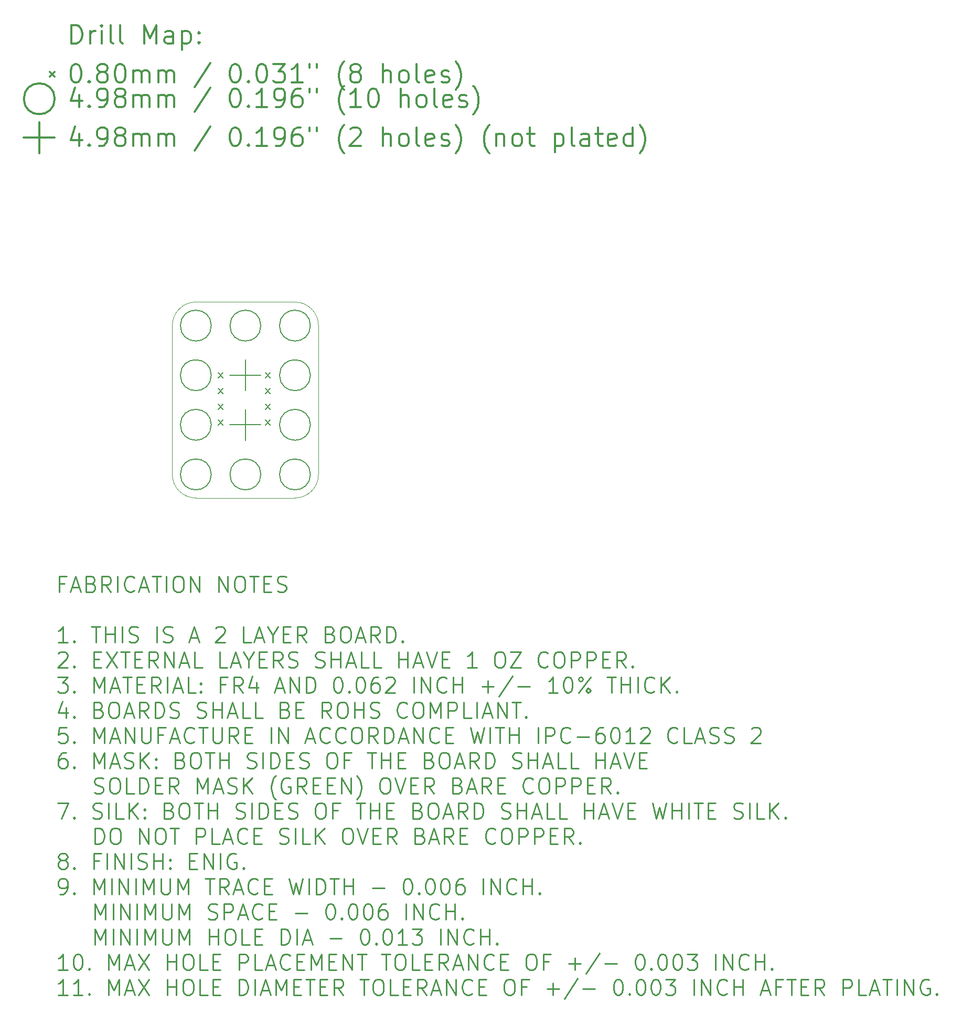
<source format=gbr>
G04 This is an RS-274x file exported by *
G04 gerbv version 2.6.0 *
G04 More information is available about gerbv at *
G04 http://gerbv.gpleda.org/ *
G04 --End of header info--*
%MOIN*%
%FSLAX34Y34*%
%IPPOS*%
G04 --Define apertures--*
%ADD10C,0.0050*%
%ADD11C,0.0079*%
%ADD12C,0.0118*%
%ADD13C,0.0138*%
%ADD14C,0.0020*%
%ADD15C,0.0100*%
G04 --Start main section--*
G54D11*
G01X0010386Y-022737D02*
G01X0010701Y-023052D01*
G01X0010701Y-022737D02*
G01X0010386Y-023052D01*
G01X0010386Y-023737D02*
G01X0010701Y-024052D01*
G01X0010701Y-023737D02*
G01X0010386Y-024052D01*
G01X0010386Y-024737D02*
G01X0010701Y-025052D01*
G01X0010701Y-024737D02*
G01X0010386Y-025052D01*
G01X0010386Y-025737D02*
G01X0010701Y-026052D01*
G01X0010701Y-025737D02*
G01X0010386Y-026052D01*
G01X0013386Y-022737D02*
G01X0013701Y-023052D01*
G01X0013701Y-022737D02*
G01X0013386Y-023052D01*
G01X0013386Y-023737D02*
G01X0013701Y-024052D01*
G01X0013701Y-023737D02*
G01X0013386Y-024052D01*
G01X0013386Y-024737D02*
G01X0013701Y-025052D01*
G01X0013701Y-024737D02*
G01X0013386Y-025052D01*
G01X0013386Y-025737D02*
G01X0013701Y-026052D01*
G01X0013701Y-025737D02*
G01X0013386Y-026052D01*
G01X0009949Y-019745D02*
G75*
G03X0009949Y-019745I-000980J0000000D01*
G01X0009949Y-022895D02*
G75*
G03X0009949Y-022895I-000980J0000000D01*
G01X0009949Y-026044D02*
G75*
G03X0009949Y-026044I-000980J0000000D01*
G01X0009949Y-029194D02*
G75*
G03X0009949Y-029194I-000980J0000000D01*
G01X0013099Y-019745D02*
G75*
G03X0013099Y-019745I-000980J0000000D01*
G01X0013099Y-029194D02*
G75*
G03X0013099Y-029194I-000980J0000000D01*
G01X0016248Y-019745D02*
G75*
G03X0016248Y-019745I-000980J0000000D01*
G01X0016248Y-022895D02*
G75*
G03X0016248Y-022895I-000980J0000000D01*
G01X0016248Y-026044D02*
G75*
G03X0016248Y-026044I-000980J0000000D01*
G01X0016248Y-029194D02*
G75*
G03X0016248Y-029194I-000980J0000000D01*
G01X0012118Y-021914D02*
G01X0012118Y-023875D01*
G01X0011138Y-022895D02*
G01X0013099Y-022895D01*
G01X0012118Y-025064D02*
G01X0012118Y-027025D01*
G01X0011138Y-026044D02*
G01X0013099Y-026044D01*
G54D12*
G01X0001069Y-001834D02*
G01X0001069Y-000652D01*
G01X0001069Y-000652D02*
G01X0001350Y-000652D01*
G01X0001350Y-000652D02*
G01X0001519Y-000709D01*
G01X0001519Y-000709D02*
G01X0001631Y-000821D01*
G01X0001631Y-000821D02*
G01X0001687Y-000934D01*
G01X0001687Y-000934D02*
G01X0001744Y-001159D01*
G01X0001744Y-001159D02*
G01X0001744Y-001327D01*
G01X0001744Y-001327D02*
G01X0001687Y-001552D01*
G01X0001687Y-001552D02*
G01X0001631Y-001665D01*
G01X0001631Y-001665D02*
G01X0001519Y-001777D01*
G01X0001519Y-001777D02*
G01X0001350Y-001834D01*
G01X0001350Y-001834D02*
G01X0001069Y-001834D01*
G01X0002250Y-001834D02*
G01X0002250Y-001046D01*
G01X0002250Y-001271D02*
G01X0002306Y-001159D01*
G01X0002306Y-001159D02*
G01X0002362Y-001102D01*
G01X0002362Y-001102D02*
G01X0002475Y-001046D01*
G01X0002475Y-001046D02*
G01X0002587Y-001046D01*
G01X0002981Y-001834D02*
G01X0002981Y-001046D01*
G01X0002981Y-000652D02*
G01X0002925Y-000709D01*
G01X0002925Y-000709D02*
G01X0002981Y-000765D01*
G01X0002981Y-000765D02*
G01X0003037Y-000709D01*
G01X0003037Y-000709D02*
G01X0002981Y-000652D01*
G01X0002981Y-000652D02*
G01X0002981Y-000765D01*
G01X0003712Y-001834D02*
G01X0003600Y-001777D01*
G01X0003600Y-001777D02*
G01X0003543Y-001665D01*
G01X0003543Y-001665D02*
G01X0003543Y-000652D01*
G01X0004331Y-001834D02*
G01X0004218Y-001777D01*
G01X0004218Y-001777D02*
G01X0004162Y-001665D01*
G01X0004162Y-001665D02*
G01X0004162Y-000652D01*
G01X0005681Y-001834D02*
G01X0005681Y-000652D01*
G01X0005681Y-000652D02*
G01X0006074Y-001496D01*
G01X0006074Y-001496D02*
G01X0006468Y-000652D01*
G01X0006468Y-000652D02*
G01X0006468Y-001834D01*
G01X0007537Y-001834D02*
G01X0007537Y-001215D01*
G01X0007537Y-001215D02*
G01X0007480Y-001102D01*
G01X0007480Y-001102D02*
G01X0007368Y-001046D01*
G01X0007368Y-001046D02*
G01X0007143Y-001046D01*
G01X0007143Y-001046D02*
G01X0007030Y-001102D01*
G01X0007537Y-001777D02*
G01X0007424Y-001834D01*
G01X0007424Y-001834D02*
G01X0007143Y-001834D01*
G01X0007143Y-001834D02*
G01X0007030Y-001777D01*
G01X0007030Y-001777D02*
G01X0006974Y-001665D01*
G01X0006974Y-001665D02*
G01X0006974Y-001552D01*
G01X0006974Y-001552D02*
G01X0007030Y-001440D01*
G01X0007030Y-001440D02*
G01X0007143Y-001384D01*
G01X0007143Y-001384D02*
G01X0007424Y-001384D01*
G01X0007424Y-001384D02*
G01X0007537Y-001327D01*
G01X0008099Y-001046D02*
G01X0008099Y-002227D01*
G01X0008099Y-001102D02*
G01X0008211Y-001046D01*
G01X0008211Y-001046D02*
G01X0008436Y-001046D01*
G01X0008436Y-001046D02*
G01X0008549Y-001102D01*
G01X0008549Y-001102D02*
G01X0008605Y-001159D01*
G01X0008605Y-001159D02*
G01X0008661Y-001271D01*
G01X0008661Y-001271D02*
G01X0008661Y-001609D01*
G01X0008661Y-001609D02*
G01X0008605Y-001721D01*
G01X0008605Y-001721D02*
G01X0008549Y-001777D01*
G01X0008549Y-001777D02*
G01X0008436Y-001834D01*
G01X0008436Y-001834D02*
G01X0008211Y-001834D01*
G01X0008211Y-001834D02*
G01X0008099Y-001777D01*
G01X0009168Y-001721D02*
G01X0009224Y-001777D01*
G01X0009224Y-001777D02*
G01X0009168Y-001834D01*
G01X0009168Y-001834D02*
G01X0009111Y-001777D01*
G01X0009111Y-001777D02*
G01X0009168Y-001721D01*
G01X0009168Y-001721D02*
G01X0009168Y-001834D01*
G01X0009168Y-001102D02*
G01X0009224Y-001159D01*
G01X0009224Y-001159D02*
G01X0009168Y-001215D01*
G01X0009168Y-001215D02*
G01X0009111Y-001159D01*
G01X0009111Y-001159D02*
G01X0009168Y-001102D01*
G01X0009168Y-001102D02*
G01X0009168Y-001215D01*
G01X-000315Y-003622D02*
G01X0000000Y-003937D01*
G01X0000000Y-003622D02*
G01X-000315Y-003937D01*
G01X0001294Y-003133D02*
G01X0001406Y-003133D01*
G01X0001406Y-003133D02*
G01X0001519Y-003189D01*
G01X0001519Y-003189D02*
G01X0001575Y-003245D01*
G01X0001575Y-003245D02*
G01X0001631Y-003358D01*
G01X0001631Y-003358D02*
G01X0001687Y-003583D01*
G01X0001687Y-003583D02*
G01X0001687Y-003864D01*
G01X0001687Y-003864D02*
G01X0001631Y-004089D01*
G01X0001631Y-004089D02*
G01X0001575Y-004201D01*
G01X0001575Y-004201D02*
G01X0001519Y-004258D01*
G01X0001519Y-004258D02*
G01X0001406Y-004314D01*
G01X0001406Y-004314D02*
G01X0001294Y-004314D01*
G01X0001294Y-004314D02*
G01X0001181Y-004258D01*
G01X0001181Y-004258D02*
G01X0001125Y-004201D01*
G01X0001125Y-004201D02*
G01X0001069Y-004089D01*
G01X0001069Y-004089D02*
G01X0001012Y-003864D01*
G01X0001012Y-003864D02*
G01X0001012Y-003583D01*
G01X0001012Y-003583D02*
G01X0001069Y-003358D01*
G01X0001069Y-003358D02*
G01X0001125Y-003245D01*
G01X0001125Y-003245D02*
G01X0001181Y-003189D01*
G01X0001181Y-003189D02*
G01X0001294Y-003133D01*
G01X0002193Y-004201D02*
G01X0002250Y-004258D01*
G01X0002250Y-004258D02*
G01X0002193Y-004314D01*
G01X0002193Y-004314D02*
G01X0002137Y-004258D01*
G01X0002137Y-004258D02*
G01X0002193Y-004201D01*
G01X0002193Y-004201D02*
G01X0002193Y-004314D01*
G01X0002925Y-003639D02*
G01X0002812Y-003583D01*
G01X0002812Y-003583D02*
G01X0002756Y-003526D01*
G01X0002756Y-003526D02*
G01X0002700Y-003414D01*
G01X0002700Y-003414D02*
G01X0002700Y-003358D01*
G01X0002700Y-003358D02*
G01X0002756Y-003245D01*
G01X0002756Y-003245D02*
G01X0002812Y-003189D01*
G01X0002812Y-003189D02*
G01X0002925Y-003133D01*
G01X0002925Y-003133D02*
G01X0003150Y-003133D01*
G01X0003150Y-003133D02*
G01X0003262Y-003189D01*
G01X0003262Y-003189D02*
G01X0003318Y-003245D01*
G01X0003318Y-003245D02*
G01X0003375Y-003358D01*
G01X0003375Y-003358D02*
G01X0003375Y-003414D01*
G01X0003375Y-003414D02*
G01X0003318Y-003526D01*
G01X0003318Y-003526D02*
G01X0003262Y-003583D01*
G01X0003262Y-003583D02*
G01X0003150Y-003639D01*
G01X0003150Y-003639D02*
G01X0002925Y-003639D01*
G01X0002925Y-003639D02*
G01X0002812Y-003695D01*
G01X0002812Y-003695D02*
G01X0002756Y-003751D01*
G01X0002756Y-003751D02*
G01X0002700Y-003864D01*
G01X0002700Y-003864D02*
G01X0002700Y-004089D01*
G01X0002700Y-004089D02*
G01X0002756Y-004201D01*
G01X0002756Y-004201D02*
G01X0002812Y-004258D01*
G01X0002812Y-004258D02*
G01X0002925Y-004314D01*
G01X0002925Y-004314D02*
G01X0003150Y-004314D01*
G01X0003150Y-004314D02*
G01X0003262Y-004258D01*
G01X0003262Y-004258D02*
G01X0003318Y-004201D01*
G01X0003318Y-004201D02*
G01X0003375Y-004089D01*
G01X0003375Y-004089D02*
G01X0003375Y-003864D01*
G01X0003375Y-003864D02*
G01X0003318Y-003751D01*
G01X0003318Y-003751D02*
G01X0003262Y-003695D01*
G01X0003262Y-003695D02*
G01X0003150Y-003639D01*
G01X0004106Y-003133D02*
G01X0004218Y-003133D01*
G01X0004218Y-003133D02*
G01X0004331Y-003189D01*
G01X0004331Y-003189D02*
G01X0004387Y-003245D01*
G01X0004387Y-003245D02*
G01X0004443Y-003358D01*
G01X0004443Y-003358D02*
G01X0004499Y-003583D01*
G01X0004499Y-003583D02*
G01X0004499Y-003864D01*
G01X0004499Y-003864D02*
G01X0004443Y-004089D01*
G01X0004443Y-004089D02*
G01X0004387Y-004201D01*
G01X0004387Y-004201D02*
G01X0004331Y-004258D01*
G01X0004331Y-004258D02*
G01X0004218Y-004314D01*
G01X0004218Y-004314D02*
G01X0004106Y-004314D01*
G01X0004106Y-004314D02*
G01X0003993Y-004258D01*
G01X0003993Y-004258D02*
G01X0003937Y-004201D01*
G01X0003937Y-004201D02*
G01X0003881Y-004089D01*
G01X0003881Y-004089D02*
G01X0003825Y-003864D01*
G01X0003825Y-003864D02*
G01X0003825Y-003583D01*
G01X0003825Y-003583D02*
G01X0003881Y-003358D01*
G01X0003881Y-003358D02*
G01X0003937Y-003245D01*
G01X0003937Y-003245D02*
G01X0003993Y-003189D01*
G01X0003993Y-003189D02*
G01X0004106Y-003133D01*
G01X0005006Y-004314D02*
G01X0005006Y-003526D01*
G01X0005006Y-003639D02*
G01X0005062Y-003583D01*
G01X0005062Y-003583D02*
G01X0005174Y-003526D01*
G01X0005174Y-003526D02*
G01X0005343Y-003526D01*
G01X0005343Y-003526D02*
G01X0005456Y-003583D01*
G01X0005456Y-003583D02*
G01X0005512Y-003695D01*
G01X0005512Y-003695D02*
G01X0005512Y-004314D01*
G01X0005512Y-003695D02*
G01X0005568Y-003583D01*
G01X0005568Y-003583D02*
G01X0005681Y-003526D01*
G01X0005681Y-003526D02*
G01X0005849Y-003526D01*
G01X0005849Y-003526D02*
G01X0005962Y-003583D01*
G01X0005962Y-003583D02*
G01X0006018Y-003695D01*
G01X0006018Y-003695D02*
G01X0006018Y-004314D01*
G01X0006580Y-004314D02*
G01X0006580Y-003526D01*
G01X0006580Y-003639D02*
G01X0006637Y-003583D01*
G01X0006637Y-003583D02*
G01X0006749Y-003526D01*
G01X0006749Y-003526D02*
G01X0006918Y-003526D01*
G01X0006918Y-003526D02*
G01X0007030Y-003583D01*
G01X0007030Y-003583D02*
G01X0007087Y-003695D01*
G01X0007087Y-003695D02*
G01X0007087Y-004314D01*
G01X0007087Y-003695D02*
G01X0007143Y-003583D01*
G01X0007143Y-003583D02*
G01X0007255Y-003526D01*
G01X0007255Y-003526D02*
G01X0007424Y-003526D01*
G01X0007424Y-003526D02*
G01X0007537Y-003583D01*
G01X0007537Y-003583D02*
G01X0007593Y-003695D01*
G01X0007593Y-003695D02*
G01X0007593Y-004314D01*
G01X0009899Y-003076D02*
G01X0008886Y-004595D01*
G01X0011417Y-003133D02*
G01X0011530Y-003133D01*
G01X0011530Y-003133D02*
G01X0011642Y-003189D01*
G01X0011642Y-003189D02*
G01X0011699Y-003245D01*
G01X0011699Y-003245D02*
G01X0011755Y-003358D01*
G01X0011755Y-003358D02*
G01X0011811Y-003583D01*
G01X0011811Y-003583D02*
G01X0011811Y-003864D01*
G01X0011811Y-003864D02*
G01X0011755Y-004089D01*
G01X0011755Y-004089D02*
G01X0011699Y-004201D01*
G01X0011699Y-004201D02*
G01X0011642Y-004258D01*
G01X0011642Y-004258D02*
G01X0011530Y-004314D01*
G01X0011530Y-004314D02*
G01X0011417Y-004314D01*
G01X0011417Y-004314D02*
G01X0011305Y-004258D01*
G01X0011305Y-004258D02*
G01X0011249Y-004201D01*
G01X0011249Y-004201D02*
G01X0011192Y-004089D01*
G01X0011192Y-004089D02*
G01X0011136Y-003864D01*
G01X0011136Y-003864D02*
G01X0011136Y-003583D01*
G01X0011136Y-003583D02*
G01X0011192Y-003358D01*
G01X0011192Y-003358D02*
G01X0011249Y-003245D01*
G01X0011249Y-003245D02*
G01X0011305Y-003189D01*
G01X0011305Y-003189D02*
G01X0011417Y-003133D01*
G01X0012317Y-004201D02*
G01X0012373Y-004258D01*
G01X0012373Y-004258D02*
G01X0012317Y-004314D01*
G01X0012317Y-004314D02*
G01X0012261Y-004258D01*
G01X0012261Y-004258D02*
G01X0012317Y-004201D01*
G01X0012317Y-004201D02*
G01X0012317Y-004314D01*
G01X0013105Y-003133D02*
G01X0013217Y-003133D01*
G01X0013217Y-003133D02*
G01X0013330Y-003189D01*
G01X0013330Y-003189D02*
G01X0013386Y-003245D01*
G01X0013386Y-003245D02*
G01X0013442Y-003358D01*
G01X0013442Y-003358D02*
G01X0013498Y-003583D01*
G01X0013498Y-003583D02*
G01X0013498Y-003864D01*
G01X0013498Y-003864D02*
G01X0013442Y-004089D01*
G01X0013442Y-004089D02*
G01X0013386Y-004201D01*
G01X0013386Y-004201D02*
G01X0013330Y-004258D01*
G01X0013330Y-004258D02*
G01X0013217Y-004314D01*
G01X0013217Y-004314D02*
G01X0013105Y-004314D01*
G01X0013105Y-004314D02*
G01X0012992Y-004258D01*
G01X0012992Y-004258D02*
G01X0012936Y-004201D01*
G01X0012936Y-004201D02*
G01X0012880Y-004089D01*
G01X0012880Y-004089D02*
G01X0012823Y-003864D01*
G01X0012823Y-003864D02*
G01X0012823Y-003583D01*
G01X0012823Y-003583D02*
G01X0012880Y-003358D01*
G01X0012880Y-003358D02*
G01X0012936Y-003245D01*
G01X0012936Y-003245D02*
G01X0012992Y-003189D01*
G01X0012992Y-003189D02*
G01X0013105Y-003133D01*
G01X0013892Y-003133D02*
G01X0014623Y-003133D01*
G01X0014623Y-003133D02*
G01X0014229Y-003583D01*
G01X0014229Y-003583D02*
G01X0014398Y-003583D01*
G01X0014398Y-003583D02*
G01X0014511Y-003639D01*
G01X0014511Y-003639D02*
G01X0014567Y-003695D01*
G01X0014567Y-003695D02*
G01X0014623Y-003808D01*
G01X0014623Y-003808D02*
G01X0014623Y-004089D01*
G01X0014623Y-004089D02*
G01X0014567Y-004201D01*
G01X0014567Y-004201D02*
G01X0014511Y-004258D01*
G01X0014511Y-004258D02*
G01X0014398Y-004314D01*
G01X0014398Y-004314D02*
G01X0014061Y-004314D01*
G01X0014061Y-004314D02*
G01X0013948Y-004258D01*
G01X0013948Y-004258D02*
G01X0013892Y-004201D01*
G01X0015748Y-004314D02*
G01X0015073Y-004314D01*
G01X0015411Y-004314D02*
G01X0015411Y-003133D01*
G01X0015411Y-003133D02*
G01X0015298Y-003301D01*
G01X0015298Y-003301D02*
G01X0015186Y-003414D01*
G01X0015186Y-003414D02*
G01X0015073Y-003470D01*
G01X0016198Y-003133D02*
G01X0016198Y-003358D01*
G01X0016648Y-003133D02*
G01X0016648Y-003358D01*
G01X0018391Y-004764D02*
G01X0018335Y-004708D01*
G01X0018335Y-004708D02*
G01X0018223Y-004539D01*
G01X0018223Y-004539D02*
G01X0018166Y-004426D01*
G01X0018166Y-004426D02*
G01X0018110Y-004258D01*
G01X0018110Y-004258D02*
G01X0018054Y-003976D01*
G01X0018054Y-003976D02*
G01X0018054Y-003751D01*
G01X0018054Y-003751D02*
G01X0018110Y-003470D01*
G01X0018110Y-003470D02*
G01X0018166Y-003301D01*
G01X0018166Y-003301D02*
G01X0018223Y-003189D01*
G01X0018223Y-003189D02*
G01X0018335Y-003020D01*
G01X0018335Y-003020D02*
G01X0018391Y-002964D01*
G01X0019010Y-003639D02*
G01X0018898Y-003583D01*
G01X0018898Y-003583D02*
G01X0018841Y-003526D01*
G01X0018841Y-003526D02*
G01X0018785Y-003414D01*
G01X0018785Y-003414D02*
G01X0018785Y-003358D01*
G01X0018785Y-003358D02*
G01X0018841Y-003245D01*
G01X0018841Y-003245D02*
G01X0018898Y-003189D01*
G01X0018898Y-003189D02*
G01X0019010Y-003133D01*
G01X0019010Y-003133D02*
G01X0019235Y-003133D01*
G01X0019235Y-003133D02*
G01X0019348Y-003189D01*
G01X0019348Y-003189D02*
G01X0019404Y-003245D01*
G01X0019404Y-003245D02*
G01X0019460Y-003358D01*
G01X0019460Y-003358D02*
G01X0019460Y-003414D01*
G01X0019460Y-003414D02*
G01X0019404Y-003526D01*
G01X0019404Y-003526D02*
G01X0019348Y-003583D01*
G01X0019348Y-003583D02*
G01X0019235Y-003639D01*
G01X0019235Y-003639D02*
G01X0019010Y-003639D01*
G01X0019010Y-003639D02*
G01X0018898Y-003695D01*
G01X0018898Y-003695D02*
G01X0018841Y-003751D01*
G01X0018841Y-003751D02*
G01X0018785Y-003864D01*
G01X0018785Y-003864D02*
G01X0018785Y-004089D01*
G01X0018785Y-004089D02*
G01X0018841Y-004201D01*
G01X0018841Y-004201D02*
G01X0018898Y-004258D01*
G01X0018898Y-004258D02*
G01X0019010Y-004314D01*
G01X0019010Y-004314D02*
G01X0019235Y-004314D01*
G01X0019235Y-004314D02*
G01X0019348Y-004258D01*
G01X0019348Y-004258D02*
G01X0019404Y-004201D01*
G01X0019404Y-004201D02*
G01X0019460Y-004089D01*
G01X0019460Y-004089D02*
G01X0019460Y-003864D01*
G01X0019460Y-003864D02*
G01X0019404Y-003751D01*
G01X0019404Y-003751D02*
G01X0019348Y-003695D01*
G01X0019348Y-003695D02*
G01X0019235Y-003639D01*
G01X0020866Y-004314D02*
G01X0020866Y-003133D01*
G01X0021372Y-004314D02*
G01X0021372Y-003695D01*
G01X0021372Y-003695D02*
G01X0021316Y-003583D01*
G01X0021316Y-003583D02*
G01X0021204Y-003526D01*
G01X0021204Y-003526D02*
G01X0021035Y-003526D01*
G01X0021035Y-003526D02*
G01X0020922Y-003583D01*
G01X0020922Y-003583D02*
G01X0020866Y-003639D01*
G01X0022103Y-004314D02*
G01X0021991Y-004258D01*
G01X0021991Y-004258D02*
G01X0021935Y-004201D01*
G01X0021935Y-004201D02*
G01X0021879Y-004089D01*
G01X0021879Y-004089D02*
G01X0021879Y-003751D01*
G01X0021879Y-003751D02*
G01X0021935Y-003639D01*
G01X0021935Y-003639D02*
G01X0021991Y-003583D01*
G01X0021991Y-003583D02*
G01X0022103Y-003526D01*
G01X0022103Y-003526D02*
G01X0022272Y-003526D01*
G01X0022272Y-003526D02*
G01X0022385Y-003583D01*
G01X0022385Y-003583D02*
G01X0022441Y-003639D01*
G01X0022441Y-003639D02*
G01X0022497Y-003751D01*
G01X0022497Y-003751D02*
G01X0022497Y-004089D01*
G01X0022497Y-004089D02*
G01X0022441Y-004201D01*
G01X0022441Y-004201D02*
G01X0022385Y-004258D01*
G01X0022385Y-004258D02*
G01X0022272Y-004314D01*
G01X0022272Y-004314D02*
G01X0022103Y-004314D01*
G01X0023172Y-004314D02*
G01X0023060Y-004258D01*
G01X0023060Y-004258D02*
G01X0023003Y-004145D01*
G01X0023003Y-004145D02*
G01X0023003Y-003133D01*
G01X0024072Y-004258D02*
G01X0023960Y-004314D01*
G01X0023960Y-004314D02*
G01X0023735Y-004314D01*
G01X0023735Y-004314D02*
G01X0023622Y-004258D01*
G01X0023622Y-004258D02*
G01X0023566Y-004145D01*
G01X0023566Y-004145D02*
G01X0023566Y-003695D01*
G01X0023566Y-003695D02*
G01X0023622Y-003583D01*
G01X0023622Y-003583D02*
G01X0023735Y-003526D01*
G01X0023735Y-003526D02*
G01X0023960Y-003526D01*
G01X0023960Y-003526D02*
G01X0024072Y-003583D01*
G01X0024072Y-003583D02*
G01X0024128Y-003695D01*
G01X0024128Y-003695D02*
G01X0024128Y-003808D01*
G01X0024128Y-003808D02*
G01X0023566Y-003920D01*
G01X0024578Y-004258D02*
G01X0024691Y-004314D01*
G01X0024691Y-004314D02*
G01X0024916Y-004314D01*
G01X0024916Y-004314D02*
G01X0025028Y-004258D01*
G01X0025028Y-004258D02*
G01X0025084Y-004145D01*
G01X0025084Y-004145D02*
G01X0025084Y-004089D01*
G01X0025084Y-004089D02*
G01X0025028Y-003976D01*
G01X0025028Y-003976D02*
G01X0024916Y-003920D01*
G01X0024916Y-003920D02*
G01X0024747Y-003920D01*
G01X0024747Y-003920D02*
G01X0024634Y-003864D01*
G01X0024634Y-003864D02*
G01X0024578Y-003751D01*
G01X0024578Y-003751D02*
G01X0024578Y-003695D01*
G01X0024578Y-003695D02*
G01X0024634Y-003583D01*
G01X0024634Y-003583D02*
G01X0024747Y-003526D01*
G01X0024747Y-003526D02*
G01X0024916Y-003526D01*
G01X0024916Y-003526D02*
G01X0025028Y-003583D01*
G01X0025478Y-004764D02*
G01X0025534Y-004708D01*
G01X0025534Y-004708D02*
G01X0025647Y-004539D01*
G01X0025647Y-004539D02*
G01X0025703Y-004426D01*
G01X0025703Y-004426D02*
G01X0025759Y-004258D01*
G01X0025759Y-004258D02*
G01X0025816Y-003976D01*
G01X0025816Y-003976D02*
G01X0025816Y-003751D01*
G01X0025816Y-003751D02*
G01X0025759Y-003470D01*
G01X0025759Y-003470D02*
G01X0025703Y-003301D01*
G01X0025703Y-003301D02*
G01X0025647Y-003189D01*
G01X0025647Y-003189D02*
G01X0025534Y-003020D01*
G01X0025534Y-003020D02*
G01X0025478Y-002964D01*
G01X0000000Y-005339D02*
G75*
G03X0000000Y-005339I-000980J0000000D01*
G01X0001575Y-005085D02*
G01X0001575Y-005873D01*
G01X0001294Y-004636D02*
G01X0001012Y-005479D01*
G01X0001012Y-005479D02*
G01X0001744Y-005479D01*
G01X0002193Y-005760D02*
G01X0002250Y-005817D01*
G01X0002250Y-005817D02*
G01X0002193Y-005873D01*
G01X0002193Y-005873D02*
G01X0002137Y-005817D01*
G01X0002137Y-005817D02*
G01X0002193Y-005760D01*
G01X0002193Y-005760D02*
G01X0002193Y-005873D01*
G01X0002812Y-005873D02*
G01X0003037Y-005873D01*
G01X0003037Y-005873D02*
G01X0003150Y-005817D01*
G01X0003150Y-005817D02*
G01X0003206Y-005760D01*
G01X0003206Y-005760D02*
G01X0003318Y-005592D01*
G01X0003318Y-005592D02*
G01X0003375Y-005367D01*
G01X0003375Y-005367D02*
G01X0003375Y-004917D01*
G01X0003375Y-004917D02*
G01X0003318Y-004804D01*
G01X0003318Y-004804D02*
G01X0003262Y-004748D01*
G01X0003262Y-004748D02*
G01X0003150Y-004692D01*
G01X0003150Y-004692D02*
G01X0002925Y-004692D01*
G01X0002925Y-004692D02*
G01X0002812Y-004748D01*
G01X0002812Y-004748D02*
G01X0002756Y-004804D01*
G01X0002756Y-004804D02*
G01X0002700Y-004917D01*
G01X0002700Y-004917D02*
G01X0002700Y-005198D01*
G01X0002700Y-005198D02*
G01X0002756Y-005310D01*
G01X0002756Y-005310D02*
G01X0002812Y-005367D01*
G01X0002812Y-005367D02*
G01X0002925Y-005423D01*
G01X0002925Y-005423D02*
G01X0003150Y-005423D01*
G01X0003150Y-005423D02*
G01X0003262Y-005367D01*
G01X0003262Y-005367D02*
G01X0003318Y-005310D01*
G01X0003318Y-005310D02*
G01X0003375Y-005198D01*
G01X0004049Y-005198D02*
G01X0003937Y-005142D01*
G01X0003937Y-005142D02*
G01X0003881Y-005085D01*
G01X0003881Y-005085D02*
G01X0003825Y-004973D01*
G01X0003825Y-004973D02*
G01X0003825Y-004917D01*
G01X0003825Y-004917D02*
G01X0003881Y-004804D01*
G01X0003881Y-004804D02*
G01X0003937Y-004748D01*
G01X0003937Y-004748D02*
G01X0004049Y-004692D01*
G01X0004049Y-004692D02*
G01X0004274Y-004692D01*
G01X0004274Y-004692D02*
G01X0004387Y-004748D01*
G01X0004387Y-004748D02*
G01X0004443Y-004804D01*
G01X0004443Y-004804D02*
G01X0004499Y-004917D01*
G01X0004499Y-004917D02*
G01X0004499Y-004973D01*
G01X0004499Y-004973D02*
G01X0004443Y-005085D01*
G01X0004443Y-005085D02*
G01X0004387Y-005142D01*
G01X0004387Y-005142D02*
G01X0004274Y-005198D01*
G01X0004274Y-005198D02*
G01X0004049Y-005198D01*
G01X0004049Y-005198D02*
G01X0003937Y-005254D01*
G01X0003937Y-005254D02*
G01X0003881Y-005310D01*
G01X0003881Y-005310D02*
G01X0003825Y-005423D01*
G01X0003825Y-005423D02*
G01X0003825Y-005648D01*
G01X0003825Y-005648D02*
G01X0003881Y-005760D01*
G01X0003881Y-005760D02*
G01X0003937Y-005817D01*
G01X0003937Y-005817D02*
G01X0004049Y-005873D01*
G01X0004049Y-005873D02*
G01X0004274Y-005873D01*
G01X0004274Y-005873D02*
G01X0004387Y-005817D01*
G01X0004387Y-005817D02*
G01X0004443Y-005760D01*
G01X0004443Y-005760D02*
G01X0004499Y-005648D01*
G01X0004499Y-005648D02*
G01X0004499Y-005423D01*
G01X0004499Y-005423D02*
G01X0004443Y-005310D01*
G01X0004443Y-005310D02*
G01X0004387Y-005254D01*
G01X0004387Y-005254D02*
G01X0004274Y-005198D01*
G01X0005006Y-005873D02*
G01X0005006Y-005085D01*
G01X0005006Y-005198D02*
G01X0005062Y-005142D01*
G01X0005062Y-005142D02*
G01X0005174Y-005085D01*
G01X0005174Y-005085D02*
G01X0005343Y-005085D01*
G01X0005343Y-005085D02*
G01X0005456Y-005142D01*
G01X0005456Y-005142D02*
G01X0005512Y-005254D01*
G01X0005512Y-005254D02*
G01X0005512Y-005873D01*
G01X0005512Y-005254D02*
G01X0005568Y-005142D01*
G01X0005568Y-005142D02*
G01X0005681Y-005085D01*
G01X0005681Y-005085D02*
G01X0005849Y-005085D01*
G01X0005849Y-005085D02*
G01X0005962Y-005142D01*
G01X0005962Y-005142D02*
G01X0006018Y-005254D01*
G01X0006018Y-005254D02*
G01X0006018Y-005873D01*
G01X0006580Y-005873D02*
G01X0006580Y-005085D01*
G01X0006580Y-005198D02*
G01X0006637Y-005142D01*
G01X0006637Y-005142D02*
G01X0006749Y-005085D01*
G01X0006749Y-005085D02*
G01X0006918Y-005085D01*
G01X0006918Y-005085D02*
G01X0007030Y-005142D01*
G01X0007030Y-005142D02*
G01X0007087Y-005254D01*
G01X0007087Y-005254D02*
G01X0007087Y-005873D01*
G01X0007087Y-005254D02*
G01X0007143Y-005142D01*
G01X0007143Y-005142D02*
G01X0007255Y-005085D01*
G01X0007255Y-005085D02*
G01X0007424Y-005085D01*
G01X0007424Y-005085D02*
G01X0007537Y-005142D01*
G01X0007537Y-005142D02*
G01X0007593Y-005254D01*
G01X0007593Y-005254D02*
G01X0007593Y-005873D01*
G01X0009899Y-004636D02*
G01X0008886Y-006154D01*
G01X0011417Y-004692D02*
G01X0011530Y-004692D01*
G01X0011530Y-004692D02*
G01X0011642Y-004748D01*
G01X0011642Y-004748D02*
G01X0011699Y-004804D01*
G01X0011699Y-004804D02*
G01X0011755Y-004917D01*
G01X0011755Y-004917D02*
G01X0011811Y-005142D01*
G01X0011811Y-005142D02*
G01X0011811Y-005423D01*
G01X0011811Y-005423D02*
G01X0011755Y-005648D01*
G01X0011755Y-005648D02*
G01X0011699Y-005760D01*
G01X0011699Y-005760D02*
G01X0011642Y-005817D01*
G01X0011642Y-005817D02*
G01X0011530Y-005873D01*
G01X0011530Y-005873D02*
G01X0011417Y-005873D01*
G01X0011417Y-005873D02*
G01X0011305Y-005817D01*
G01X0011305Y-005817D02*
G01X0011249Y-005760D01*
G01X0011249Y-005760D02*
G01X0011192Y-005648D01*
G01X0011192Y-005648D02*
G01X0011136Y-005423D01*
G01X0011136Y-005423D02*
G01X0011136Y-005142D01*
G01X0011136Y-005142D02*
G01X0011192Y-004917D01*
G01X0011192Y-004917D02*
G01X0011249Y-004804D01*
G01X0011249Y-004804D02*
G01X0011305Y-004748D01*
G01X0011305Y-004748D02*
G01X0011417Y-004692D01*
G01X0012317Y-005760D02*
G01X0012373Y-005817D01*
G01X0012373Y-005817D02*
G01X0012317Y-005873D01*
G01X0012317Y-005873D02*
G01X0012261Y-005817D01*
G01X0012261Y-005817D02*
G01X0012317Y-005760D01*
G01X0012317Y-005760D02*
G01X0012317Y-005873D01*
G01X0013498Y-005873D02*
G01X0012823Y-005873D01*
G01X0013161Y-005873D02*
G01X0013161Y-004692D01*
G01X0013161Y-004692D02*
G01X0013048Y-004861D01*
G01X0013048Y-004861D02*
G01X0012936Y-004973D01*
G01X0012936Y-004973D02*
G01X0012823Y-005029D01*
G01X0014061Y-005873D02*
G01X0014286Y-005873D01*
G01X0014286Y-005873D02*
G01X0014398Y-005817D01*
G01X0014398Y-005817D02*
G01X0014454Y-005760D01*
G01X0014454Y-005760D02*
G01X0014567Y-005592D01*
G01X0014567Y-005592D02*
G01X0014623Y-005367D01*
G01X0014623Y-005367D02*
G01X0014623Y-004917D01*
G01X0014623Y-004917D02*
G01X0014567Y-004804D01*
G01X0014567Y-004804D02*
G01X0014511Y-004748D01*
G01X0014511Y-004748D02*
G01X0014398Y-004692D01*
G01X0014398Y-004692D02*
G01X0014173Y-004692D01*
G01X0014173Y-004692D02*
G01X0014061Y-004748D01*
G01X0014061Y-004748D02*
G01X0014005Y-004804D01*
G01X0014005Y-004804D02*
G01X0013948Y-004917D01*
G01X0013948Y-004917D02*
G01X0013948Y-005198D01*
G01X0013948Y-005198D02*
G01X0014005Y-005310D01*
G01X0014005Y-005310D02*
G01X0014061Y-005367D01*
G01X0014061Y-005367D02*
G01X0014173Y-005423D01*
G01X0014173Y-005423D02*
G01X0014398Y-005423D01*
G01X0014398Y-005423D02*
G01X0014511Y-005367D01*
G01X0014511Y-005367D02*
G01X0014567Y-005310D01*
G01X0014567Y-005310D02*
G01X0014623Y-005198D01*
G01X0015636Y-004692D02*
G01X0015411Y-004692D01*
G01X0015411Y-004692D02*
G01X0015298Y-004748D01*
G01X0015298Y-004748D02*
G01X0015242Y-004804D01*
G01X0015242Y-004804D02*
G01X0015129Y-004973D01*
G01X0015129Y-004973D02*
G01X0015073Y-005198D01*
G01X0015073Y-005198D02*
G01X0015073Y-005648D01*
G01X0015073Y-005648D02*
G01X0015129Y-005760D01*
G01X0015129Y-005760D02*
G01X0015186Y-005817D01*
G01X0015186Y-005817D02*
G01X0015298Y-005873D01*
G01X0015298Y-005873D02*
G01X0015523Y-005873D01*
G01X0015523Y-005873D02*
G01X0015636Y-005817D01*
G01X0015636Y-005817D02*
G01X0015692Y-005760D01*
G01X0015692Y-005760D02*
G01X0015748Y-005648D01*
G01X0015748Y-005648D02*
G01X0015748Y-005367D01*
G01X0015748Y-005367D02*
G01X0015692Y-005254D01*
G01X0015692Y-005254D02*
G01X0015636Y-005198D01*
G01X0015636Y-005198D02*
G01X0015523Y-005142D01*
G01X0015523Y-005142D02*
G01X0015298Y-005142D01*
G01X0015298Y-005142D02*
G01X0015186Y-005198D01*
G01X0015186Y-005198D02*
G01X0015129Y-005254D01*
G01X0015129Y-005254D02*
G01X0015073Y-005367D01*
G01X0016198Y-004692D02*
G01X0016198Y-004917D01*
G01X0016648Y-004692D02*
G01X0016648Y-004917D01*
G01X0018391Y-006323D02*
G01X0018335Y-006267D01*
G01X0018335Y-006267D02*
G01X0018223Y-006098D01*
G01X0018223Y-006098D02*
G01X0018166Y-005985D01*
G01X0018166Y-005985D02*
G01X0018110Y-005817D01*
G01X0018110Y-005817D02*
G01X0018054Y-005535D01*
G01X0018054Y-005535D02*
G01X0018054Y-005310D01*
G01X0018054Y-005310D02*
G01X0018110Y-005029D01*
G01X0018110Y-005029D02*
G01X0018166Y-004861D01*
G01X0018166Y-004861D02*
G01X0018223Y-004748D01*
G01X0018223Y-004748D02*
G01X0018335Y-004579D01*
G01X0018335Y-004579D02*
G01X0018391Y-004523D01*
G01X0019460Y-005873D02*
G01X0018785Y-005873D01*
G01X0019123Y-005873D02*
G01X0019123Y-004692D01*
G01X0019123Y-004692D02*
G01X0019010Y-004861D01*
G01X0019010Y-004861D02*
G01X0018898Y-004973D01*
G01X0018898Y-004973D02*
G01X0018785Y-005029D01*
G01X0020191Y-004692D02*
G01X0020304Y-004692D01*
G01X0020304Y-004692D02*
G01X0020416Y-004748D01*
G01X0020416Y-004748D02*
G01X0020472Y-004804D01*
G01X0020472Y-004804D02*
G01X0020529Y-004917D01*
G01X0020529Y-004917D02*
G01X0020585Y-005142D01*
G01X0020585Y-005142D02*
G01X0020585Y-005423D01*
G01X0020585Y-005423D02*
G01X0020529Y-005648D01*
G01X0020529Y-005648D02*
G01X0020472Y-005760D01*
G01X0020472Y-005760D02*
G01X0020416Y-005817D01*
G01X0020416Y-005817D02*
G01X0020304Y-005873D01*
G01X0020304Y-005873D02*
G01X0020191Y-005873D01*
G01X0020191Y-005873D02*
G01X0020079Y-005817D01*
G01X0020079Y-005817D02*
G01X0020022Y-005760D01*
G01X0020022Y-005760D02*
G01X0019966Y-005648D01*
G01X0019966Y-005648D02*
G01X0019910Y-005423D01*
G01X0019910Y-005423D02*
G01X0019910Y-005142D01*
G01X0019910Y-005142D02*
G01X0019966Y-004917D01*
G01X0019966Y-004917D02*
G01X0020022Y-004804D01*
G01X0020022Y-004804D02*
G01X0020079Y-004748D01*
G01X0020079Y-004748D02*
G01X0020191Y-004692D01*
G01X0021991Y-005873D02*
G01X0021991Y-004692D01*
G01X0022497Y-005873D02*
G01X0022497Y-005254D01*
G01X0022497Y-005254D02*
G01X0022441Y-005142D01*
G01X0022441Y-005142D02*
G01X0022328Y-005085D01*
G01X0022328Y-005085D02*
G01X0022160Y-005085D01*
G01X0022160Y-005085D02*
G01X0022047Y-005142D01*
G01X0022047Y-005142D02*
G01X0021991Y-005198D01*
G01X0023228Y-005873D02*
G01X0023116Y-005817D01*
G01X0023116Y-005817D02*
G01X0023060Y-005760D01*
G01X0023060Y-005760D02*
G01X0023003Y-005648D01*
G01X0023003Y-005648D02*
G01X0023003Y-005310D01*
G01X0023003Y-005310D02*
G01X0023060Y-005198D01*
G01X0023060Y-005198D02*
G01X0023116Y-005142D01*
G01X0023116Y-005142D02*
G01X0023228Y-005085D01*
G01X0023228Y-005085D02*
G01X0023397Y-005085D01*
G01X0023397Y-005085D02*
G01X0023510Y-005142D01*
G01X0023510Y-005142D02*
G01X0023566Y-005198D01*
G01X0023566Y-005198D02*
G01X0023622Y-005310D01*
G01X0023622Y-005310D02*
G01X0023622Y-005648D01*
G01X0023622Y-005648D02*
G01X0023566Y-005760D01*
G01X0023566Y-005760D02*
G01X0023510Y-005817D01*
G01X0023510Y-005817D02*
G01X0023397Y-005873D01*
G01X0023397Y-005873D02*
G01X0023228Y-005873D01*
G01X0024297Y-005873D02*
G01X0024184Y-005817D01*
G01X0024184Y-005817D02*
G01X0024128Y-005704D01*
G01X0024128Y-005704D02*
G01X0024128Y-004692D01*
G01X0025197Y-005817D02*
G01X0025084Y-005873D01*
G01X0025084Y-005873D02*
G01X0024859Y-005873D01*
G01X0024859Y-005873D02*
G01X0024747Y-005817D01*
G01X0024747Y-005817D02*
G01X0024691Y-005704D01*
G01X0024691Y-005704D02*
G01X0024691Y-005254D01*
G01X0024691Y-005254D02*
G01X0024747Y-005142D01*
G01X0024747Y-005142D02*
G01X0024859Y-005085D01*
G01X0024859Y-005085D02*
G01X0025084Y-005085D01*
G01X0025084Y-005085D02*
G01X0025197Y-005142D01*
G01X0025197Y-005142D02*
G01X0025253Y-005254D01*
G01X0025253Y-005254D02*
G01X0025253Y-005367D01*
G01X0025253Y-005367D02*
G01X0024691Y-005479D01*
G01X0025703Y-005817D02*
G01X0025816Y-005873D01*
G01X0025816Y-005873D02*
G01X0026040Y-005873D01*
G01X0026040Y-005873D02*
G01X0026153Y-005817D01*
G01X0026153Y-005817D02*
G01X0026209Y-005704D01*
G01X0026209Y-005704D02*
G01X0026209Y-005648D01*
G01X0026209Y-005648D02*
G01X0026153Y-005535D01*
G01X0026153Y-005535D02*
G01X0026040Y-005479D01*
G01X0026040Y-005479D02*
G01X0025872Y-005479D01*
G01X0025872Y-005479D02*
G01X0025759Y-005423D01*
G01X0025759Y-005423D02*
G01X0025703Y-005310D01*
G01X0025703Y-005310D02*
G01X0025703Y-005254D01*
G01X0025703Y-005254D02*
G01X0025759Y-005142D01*
G01X0025759Y-005142D02*
G01X0025872Y-005085D01*
G01X0025872Y-005085D02*
G01X0026040Y-005085D01*
G01X0026040Y-005085D02*
G01X0026153Y-005142D01*
G01X0026603Y-006323D02*
G01X0026659Y-006267D01*
G01X0026659Y-006267D02*
G01X0026772Y-006098D01*
G01X0026772Y-006098D02*
G01X0026828Y-005985D01*
G01X0026828Y-005985D02*
G01X0026884Y-005817D01*
G01X0026884Y-005817D02*
G01X0026940Y-005535D01*
G01X0026940Y-005535D02*
G01X0026940Y-005310D01*
G01X0026940Y-005310D02*
G01X0026884Y-005029D01*
G01X0026884Y-005029D02*
G01X0026828Y-004861D01*
G01X0026828Y-004861D02*
G01X0026772Y-004748D01*
G01X0026772Y-004748D02*
G01X0026659Y-004579D01*
G01X0026659Y-004579D02*
G01X0026603Y-004523D01*
G01X-000980Y-006831D02*
G01X-000980Y-008791D01*
G01X-001961Y-007811D02*
G01X0000000Y-007811D01*
G01X0001575Y-007558D02*
G01X0001575Y-008345D01*
G01X0001294Y-007108D02*
G01X0001012Y-007952D01*
G01X0001012Y-007952D02*
G01X0001744Y-007952D01*
G01X0002193Y-008233D02*
G01X0002250Y-008289D01*
G01X0002250Y-008289D02*
G01X0002193Y-008345D01*
G01X0002193Y-008345D02*
G01X0002137Y-008289D01*
G01X0002137Y-008289D02*
G01X0002193Y-008233D01*
G01X0002193Y-008233D02*
G01X0002193Y-008345D01*
G01X0002812Y-008345D02*
G01X0003037Y-008345D01*
G01X0003037Y-008345D02*
G01X0003150Y-008289D01*
G01X0003150Y-008289D02*
G01X0003206Y-008233D01*
G01X0003206Y-008233D02*
G01X0003318Y-008064D01*
G01X0003318Y-008064D02*
G01X0003375Y-007839D01*
G01X0003375Y-007839D02*
G01X0003375Y-007389D01*
G01X0003375Y-007389D02*
G01X0003318Y-007277D01*
G01X0003318Y-007277D02*
G01X0003262Y-007220D01*
G01X0003262Y-007220D02*
G01X0003150Y-007164D01*
G01X0003150Y-007164D02*
G01X0002925Y-007164D01*
G01X0002925Y-007164D02*
G01X0002812Y-007220D01*
G01X0002812Y-007220D02*
G01X0002756Y-007277D01*
G01X0002756Y-007277D02*
G01X0002700Y-007389D01*
G01X0002700Y-007389D02*
G01X0002700Y-007670D01*
G01X0002700Y-007670D02*
G01X0002756Y-007783D01*
G01X0002756Y-007783D02*
G01X0002812Y-007839D01*
G01X0002812Y-007839D02*
G01X0002925Y-007895D01*
G01X0002925Y-007895D02*
G01X0003150Y-007895D01*
G01X0003150Y-007895D02*
G01X0003262Y-007839D01*
G01X0003262Y-007839D02*
G01X0003318Y-007783D01*
G01X0003318Y-007783D02*
G01X0003375Y-007670D01*
G01X0004049Y-007670D02*
G01X0003937Y-007614D01*
G01X0003937Y-007614D02*
G01X0003881Y-007558D01*
G01X0003881Y-007558D02*
G01X0003825Y-007445D01*
G01X0003825Y-007445D02*
G01X0003825Y-007389D01*
G01X0003825Y-007389D02*
G01X0003881Y-007277D01*
G01X0003881Y-007277D02*
G01X0003937Y-007220D01*
G01X0003937Y-007220D02*
G01X0004049Y-007164D01*
G01X0004049Y-007164D02*
G01X0004274Y-007164D01*
G01X0004274Y-007164D02*
G01X0004387Y-007220D01*
G01X0004387Y-007220D02*
G01X0004443Y-007277D01*
G01X0004443Y-007277D02*
G01X0004499Y-007389D01*
G01X0004499Y-007389D02*
G01X0004499Y-007445D01*
G01X0004499Y-007445D02*
G01X0004443Y-007558D01*
G01X0004443Y-007558D02*
G01X0004387Y-007614D01*
G01X0004387Y-007614D02*
G01X0004274Y-007670D01*
G01X0004274Y-007670D02*
G01X0004049Y-007670D01*
G01X0004049Y-007670D02*
G01X0003937Y-007727D01*
G01X0003937Y-007727D02*
G01X0003881Y-007783D01*
G01X0003881Y-007783D02*
G01X0003825Y-007895D01*
G01X0003825Y-007895D02*
G01X0003825Y-008120D01*
G01X0003825Y-008120D02*
G01X0003881Y-008233D01*
G01X0003881Y-008233D02*
G01X0003937Y-008289D01*
G01X0003937Y-008289D02*
G01X0004049Y-008345D01*
G01X0004049Y-008345D02*
G01X0004274Y-008345D01*
G01X0004274Y-008345D02*
G01X0004387Y-008289D01*
G01X0004387Y-008289D02*
G01X0004443Y-008233D01*
G01X0004443Y-008233D02*
G01X0004499Y-008120D01*
G01X0004499Y-008120D02*
G01X0004499Y-007895D01*
G01X0004499Y-007895D02*
G01X0004443Y-007783D01*
G01X0004443Y-007783D02*
G01X0004387Y-007727D01*
G01X0004387Y-007727D02*
G01X0004274Y-007670D01*
G01X0005006Y-008345D02*
G01X0005006Y-007558D01*
G01X0005006Y-007670D02*
G01X0005062Y-007614D01*
G01X0005062Y-007614D02*
G01X0005174Y-007558D01*
G01X0005174Y-007558D02*
G01X0005343Y-007558D01*
G01X0005343Y-007558D02*
G01X0005456Y-007614D01*
G01X0005456Y-007614D02*
G01X0005512Y-007727D01*
G01X0005512Y-007727D02*
G01X0005512Y-008345D01*
G01X0005512Y-007727D02*
G01X0005568Y-007614D01*
G01X0005568Y-007614D02*
G01X0005681Y-007558D01*
G01X0005681Y-007558D02*
G01X0005849Y-007558D01*
G01X0005849Y-007558D02*
G01X0005962Y-007614D01*
G01X0005962Y-007614D02*
G01X0006018Y-007727D01*
G01X0006018Y-007727D02*
G01X0006018Y-008345D01*
G01X0006580Y-008345D02*
G01X0006580Y-007558D01*
G01X0006580Y-007670D02*
G01X0006637Y-007614D01*
G01X0006637Y-007614D02*
G01X0006749Y-007558D01*
G01X0006749Y-007558D02*
G01X0006918Y-007558D01*
G01X0006918Y-007558D02*
G01X0007030Y-007614D01*
G01X0007030Y-007614D02*
G01X0007087Y-007727D01*
G01X0007087Y-007727D02*
G01X0007087Y-008345D01*
G01X0007087Y-007727D02*
G01X0007143Y-007614D01*
G01X0007143Y-007614D02*
G01X0007255Y-007558D01*
G01X0007255Y-007558D02*
G01X0007424Y-007558D01*
G01X0007424Y-007558D02*
G01X0007537Y-007614D01*
G01X0007537Y-007614D02*
G01X0007593Y-007727D01*
G01X0007593Y-007727D02*
G01X0007593Y-008345D01*
G01X0009899Y-007108D02*
G01X0008886Y-008627D01*
G01X0011417Y-007164D02*
G01X0011530Y-007164D01*
G01X0011530Y-007164D02*
G01X0011642Y-007220D01*
G01X0011642Y-007220D02*
G01X0011699Y-007277D01*
G01X0011699Y-007277D02*
G01X0011755Y-007389D01*
G01X0011755Y-007389D02*
G01X0011811Y-007614D01*
G01X0011811Y-007614D02*
G01X0011811Y-007895D01*
G01X0011811Y-007895D02*
G01X0011755Y-008120D01*
G01X0011755Y-008120D02*
G01X0011699Y-008233D01*
G01X0011699Y-008233D02*
G01X0011642Y-008289D01*
G01X0011642Y-008289D02*
G01X0011530Y-008345D01*
G01X0011530Y-008345D02*
G01X0011417Y-008345D01*
G01X0011417Y-008345D02*
G01X0011305Y-008289D01*
G01X0011305Y-008289D02*
G01X0011249Y-008233D01*
G01X0011249Y-008233D02*
G01X0011192Y-008120D01*
G01X0011192Y-008120D02*
G01X0011136Y-007895D01*
G01X0011136Y-007895D02*
G01X0011136Y-007614D01*
G01X0011136Y-007614D02*
G01X0011192Y-007389D01*
G01X0011192Y-007389D02*
G01X0011249Y-007277D01*
G01X0011249Y-007277D02*
G01X0011305Y-007220D01*
G01X0011305Y-007220D02*
G01X0011417Y-007164D01*
G01X0012317Y-008233D02*
G01X0012373Y-008289D01*
G01X0012373Y-008289D02*
G01X0012317Y-008345D01*
G01X0012317Y-008345D02*
G01X0012261Y-008289D01*
G01X0012261Y-008289D02*
G01X0012317Y-008233D01*
G01X0012317Y-008233D02*
G01X0012317Y-008345D01*
G01X0013498Y-008345D02*
G01X0012823Y-008345D01*
G01X0013161Y-008345D02*
G01X0013161Y-007164D01*
G01X0013161Y-007164D02*
G01X0013048Y-007333D01*
G01X0013048Y-007333D02*
G01X0012936Y-007445D01*
G01X0012936Y-007445D02*
G01X0012823Y-007502D01*
G01X0014061Y-008345D02*
G01X0014286Y-008345D01*
G01X0014286Y-008345D02*
G01X0014398Y-008289D01*
G01X0014398Y-008289D02*
G01X0014454Y-008233D01*
G01X0014454Y-008233D02*
G01X0014567Y-008064D01*
G01X0014567Y-008064D02*
G01X0014623Y-007839D01*
G01X0014623Y-007839D02*
G01X0014623Y-007389D01*
G01X0014623Y-007389D02*
G01X0014567Y-007277D01*
G01X0014567Y-007277D02*
G01X0014511Y-007220D01*
G01X0014511Y-007220D02*
G01X0014398Y-007164D01*
G01X0014398Y-007164D02*
G01X0014173Y-007164D01*
G01X0014173Y-007164D02*
G01X0014061Y-007220D01*
G01X0014061Y-007220D02*
G01X0014005Y-007277D01*
G01X0014005Y-007277D02*
G01X0013948Y-007389D01*
G01X0013948Y-007389D02*
G01X0013948Y-007670D01*
G01X0013948Y-007670D02*
G01X0014005Y-007783D01*
G01X0014005Y-007783D02*
G01X0014061Y-007839D01*
G01X0014061Y-007839D02*
G01X0014173Y-007895D01*
G01X0014173Y-007895D02*
G01X0014398Y-007895D01*
G01X0014398Y-007895D02*
G01X0014511Y-007839D01*
G01X0014511Y-007839D02*
G01X0014567Y-007783D01*
G01X0014567Y-007783D02*
G01X0014623Y-007670D01*
G01X0015636Y-007164D02*
G01X0015411Y-007164D01*
G01X0015411Y-007164D02*
G01X0015298Y-007220D01*
G01X0015298Y-007220D02*
G01X0015242Y-007277D01*
G01X0015242Y-007277D02*
G01X0015129Y-007445D01*
G01X0015129Y-007445D02*
G01X0015073Y-007670D01*
G01X0015073Y-007670D02*
G01X0015073Y-008120D01*
G01X0015073Y-008120D02*
G01X0015129Y-008233D01*
G01X0015129Y-008233D02*
G01X0015186Y-008289D01*
G01X0015186Y-008289D02*
G01X0015298Y-008345D01*
G01X0015298Y-008345D02*
G01X0015523Y-008345D01*
G01X0015523Y-008345D02*
G01X0015636Y-008289D01*
G01X0015636Y-008289D02*
G01X0015692Y-008233D01*
G01X0015692Y-008233D02*
G01X0015748Y-008120D01*
G01X0015748Y-008120D02*
G01X0015748Y-007839D01*
G01X0015748Y-007839D02*
G01X0015692Y-007727D01*
G01X0015692Y-007727D02*
G01X0015636Y-007670D01*
G01X0015636Y-007670D02*
G01X0015523Y-007614D01*
G01X0015523Y-007614D02*
G01X0015298Y-007614D01*
G01X0015298Y-007614D02*
G01X0015186Y-007670D01*
G01X0015186Y-007670D02*
G01X0015129Y-007727D01*
G01X0015129Y-007727D02*
G01X0015073Y-007839D01*
G01X0016198Y-007164D02*
G01X0016198Y-007389D01*
G01X0016648Y-007164D02*
G01X0016648Y-007389D01*
G01X0018391Y-008795D02*
G01X0018335Y-008739D01*
G01X0018335Y-008739D02*
G01X0018223Y-008570D01*
G01X0018223Y-008570D02*
G01X0018166Y-008458D01*
G01X0018166Y-008458D02*
G01X0018110Y-008289D01*
G01X0018110Y-008289D02*
G01X0018054Y-008008D01*
G01X0018054Y-008008D02*
G01X0018054Y-007783D01*
G01X0018054Y-007783D02*
G01X0018110Y-007502D01*
G01X0018110Y-007502D02*
G01X0018166Y-007333D01*
G01X0018166Y-007333D02*
G01X0018223Y-007220D01*
G01X0018223Y-007220D02*
G01X0018335Y-007052D01*
G01X0018335Y-007052D02*
G01X0018391Y-006995D01*
G01X0018785Y-007277D02*
G01X0018841Y-007220D01*
G01X0018841Y-007220D02*
G01X0018954Y-007164D01*
G01X0018954Y-007164D02*
G01X0019235Y-007164D01*
G01X0019235Y-007164D02*
G01X0019348Y-007220D01*
G01X0019348Y-007220D02*
G01X0019404Y-007277D01*
G01X0019404Y-007277D02*
G01X0019460Y-007389D01*
G01X0019460Y-007389D02*
G01X0019460Y-007502D01*
G01X0019460Y-007502D02*
G01X0019404Y-007670D01*
G01X0019404Y-007670D02*
G01X0018729Y-008345D01*
G01X0018729Y-008345D02*
G01X0019460Y-008345D01*
G01X0020866Y-008345D02*
G01X0020866Y-007164D01*
G01X0021372Y-008345D02*
G01X0021372Y-007727D01*
G01X0021372Y-007727D02*
G01X0021316Y-007614D01*
G01X0021316Y-007614D02*
G01X0021204Y-007558D01*
G01X0021204Y-007558D02*
G01X0021035Y-007558D01*
G01X0021035Y-007558D02*
G01X0020922Y-007614D01*
G01X0020922Y-007614D02*
G01X0020866Y-007670D01*
G01X0022103Y-008345D02*
G01X0021991Y-008289D01*
G01X0021991Y-008289D02*
G01X0021935Y-008233D01*
G01X0021935Y-008233D02*
G01X0021879Y-008120D01*
G01X0021879Y-008120D02*
G01X0021879Y-007783D01*
G01X0021879Y-007783D02*
G01X0021935Y-007670D01*
G01X0021935Y-007670D02*
G01X0021991Y-007614D01*
G01X0021991Y-007614D02*
G01X0022103Y-007558D01*
G01X0022103Y-007558D02*
G01X0022272Y-007558D01*
G01X0022272Y-007558D02*
G01X0022385Y-007614D01*
G01X0022385Y-007614D02*
G01X0022441Y-007670D01*
G01X0022441Y-007670D02*
G01X0022497Y-007783D01*
G01X0022497Y-007783D02*
G01X0022497Y-008120D01*
G01X0022497Y-008120D02*
G01X0022441Y-008233D01*
G01X0022441Y-008233D02*
G01X0022385Y-008289D01*
G01X0022385Y-008289D02*
G01X0022272Y-008345D01*
G01X0022272Y-008345D02*
G01X0022103Y-008345D01*
G01X0023172Y-008345D02*
G01X0023060Y-008289D01*
G01X0023060Y-008289D02*
G01X0023003Y-008177D01*
G01X0023003Y-008177D02*
G01X0023003Y-007164D01*
G01X0024072Y-008289D02*
G01X0023960Y-008345D01*
G01X0023960Y-008345D02*
G01X0023735Y-008345D01*
G01X0023735Y-008345D02*
G01X0023622Y-008289D01*
G01X0023622Y-008289D02*
G01X0023566Y-008177D01*
G01X0023566Y-008177D02*
G01X0023566Y-007727D01*
G01X0023566Y-007727D02*
G01X0023622Y-007614D01*
G01X0023622Y-007614D02*
G01X0023735Y-007558D01*
G01X0023735Y-007558D02*
G01X0023960Y-007558D01*
G01X0023960Y-007558D02*
G01X0024072Y-007614D01*
G01X0024072Y-007614D02*
G01X0024128Y-007727D01*
G01X0024128Y-007727D02*
G01X0024128Y-007839D01*
G01X0024128Y-007839D02*
G01X0023566Y-007952D01*
G01X0024578Y-008289D02*
G01X0024691Y-008345D01*
G01X0024691Y-008345D02*
G01X0024916Y-008345D01*
G01X0024916Y-008345D02*
G01X0025028Y-008289D01*
G01X0025028Y-008289D02*
G01X0025084Y-008177D01*
G01X0025084Y-008177D02*
G01X0025084Y-008120D01*
G01X0025084Y-008120D02*
G01X0025028Y-008008D01*
G01X0025028Y-008008D02*
G01X0024916Y-007952D01*
G01X0024916Y-007952D02*
G01X0024747Y-007952D01*
G01X0024747Y-007952D02*
G01X0024634Y-007895D01*
G01X0024634Y-007895D02*
G01X0024578Y-007783D01*
G01X0024578Y-007783D02*
G01X0024578Y-007727D01*
G01X0024578Y-007727D02*
G01X0024634Y-007614D01*
G01X0024634Y-007614D02*
G01X0024747Y-007558D01*
G01X0024747Y-007558D02*
G01X0024916Y-007558D01*
G01X0024916Y-007558D02*
G01X0025028Y-007614D01*
G01X0025478Y-008795D02*
G01X0025534Y-008739D01*
G01X0025534Y-008739D02*
G01X0025647Y-008570D01*
G01X0025647Y-008570D02*
G01X0025703Y-008458D01*
G01X0025703Y-008458D02*
G01X0025759Y-008289D01*
G01X0025759Y-008289D02*
G01X0025816Y-008008D01*
G01X0025816Y-008008D02*
G01X0025816Y-007783D01*
G01X0025816Y-007783D02*
G01X0025759Y-007502D01*
G01X0025759Y-007502D02*
G01X0025703Y-007333D01*
G01X0025703Y-007333D02*
G01X0025647Y-007220D01*
G01X0025647Y-007220D02*
G01X0025534Y-007052D01*
G01X0025534Y-007052D02*
G01X0025478Y-006995D01*
G01X0027615Y-008795D02*
G01X0027559Y-008739D01*
G01X0027559Y-008739D02*
G01X0027447Y-008570D01*
G01X0027447Y-008570D02*
G01X0027390Y-008458D01*
G01X0027390Y-008458D02*
G01X0027334Y-008289D01*
G01X0027334Y-008289D02*
G01X0027278Y-008008D01*
G01X0027278Y-008008D02*
G01X0027278Y-007783D01*
G01X0027278Y-007783D02*
G01X0027334Y-007502D01*
G01X0027334Y-007502D02*
G01X0027390Y-007333D01*
G01X0027390Y-007333D02*
G01X0027447Y-007220D01*
G01X0027447Y-007220D02*
G01X0027559Y-007052D01*
G01X0027559Y-007052D02*
G01X0027615Y-006995D01*
G01X0028065Y-007558D02*
G01X0028065Y-008345D01*
G01X0028065Y-007670D02*
G01X0028121Y-007614D01*
G01X0028121Y-007614D02*
G01X0028234Y-007558D01*
G01X0028234Y-007558D02*
G01X0028403Y-007558D01*
G01X0028403Y-007558D02*
G01X0028515Y-007614D01*
G01X0028515Y-007614D02*
G01X0028571Y-007727D01*
G01X0028571Y-007727D02*
G01X0028571Y-008345D01*
G01X0029303Y-008345D02*
G01X0029190Y-008289D01*
G01X0029190Y-008289D02*
G01X0029134Y-008233D01*
G01X0029134Y-008233D02*
G01X0029078Y-008120D01*
G01X0029078Y-008120D02*
G01X0029078Y-007783D01*
G01X0029078Y-007783D02*
G01X0029134Y-007670D01*
G01X0029134Y-007670D02*
G01X0029190Y-007614D01*
G01X0029190Y-007614D02*
G01X0029303Y-007558D01*
G01X0029303Y-007558D02*
G01X0029471Y-007558D01*
G01X0029471Y-007558D02*
G01X0029584Y-007614D01*
G01X0029584Y-007614D02*
G01X0029640Y-007670D01*
G01X0029640Y-007670D02*
G01X0029696Y-007783D01*
G01X0029696Y-007783D02*
G01X0029696Y-008120D01*
G01X0029696Y-008120D02*
G01X0029640Y-008233D01*
G01X0029640Y-008233D02*
G01X0029584Y-008289D01*
G01X0029584Y-008289D02*
G01X0029471Y-008345D01*
G01X0029471Y-008345D02*
G01X0029303Y-008345D01*
G01X0030034Y-007558D02*
G01X0030484Y-007558D01*
G01X0030202Y-007164D02*
G01X0030202Y-008177D01*
G01X0030202Y-008177D02*
G01X0030259Y-008289D01*
G01X0030259Y-008289D02*
G01X0030371Y-008345D01*
G01X0030371Y-008345D02*
G01X0030484Y-008345D01*
G01X0031777Y-007558D02*
G01X0031777Y-008739D01*
G01X0031777Y-007614D02*
G01X0031890Y-007558D01*
G01X0031890Y-007558D02*
G01X0032115Y-007558D01*
G01X0032115Y-007558D02*
G01X0032227Y-007614D01*
G01X0032227Y-007614D02*
G01X0032283Y-007670D01*
G01X0032283Y-007670D02*
G01X0032340Y-007783D01*
G01X0032340Y-007783D02*
G01X0032340Y-008120D01*
G01X0032340Y-008120D02*
G01X0032283Y-008233D01*
G01X0032283Y-008233D02*
G01X0032227Y-008289D01*
G01X0032227Y-008289D02*
G01X0032115Y-008345D01*
G01X0032115Y-008345D02*
G01X0031890Y-008345D01*
G01X0031890Y-008345D02*
G01X0031777Y-008289D01*
G01X0033015Y-008345D02*
G01X0032902Y-008289D01*
G01X0032902Y-008289D02*
G01X0032846Y-008177D01*
G01X0032846Y-008177D02*
G01X0032846Y-007164D01*
G01X0033971Y-008345D02*
G01X0033971Y-007727D01*
G01X0033971Y-007727D02*
G01X0033915Y-007614D01*
G01X0033915Y-007614D02*
G01X0033802Y-007558D01*
G01X0033802Y-007558D02*
G01X0033577Y-007558D01*
G01X0033577Y-007558D02*
G01X0033465Y-007614D01*
G01X0033971Y-008289D02*
G01X0033858Y-008345D01*
G01X0033858Y-008345D02*
G01X0033577Y-008345D01*
G01X0033577Y-008345D02*
G01X0033465Y-008289D01*
G01X0033465Y-008289D02*
G01X0033408Y-008177D01*
G01X0033408Y-008177D02*
G01X0033408Y-008064D01*
G01X0033408Y-008064D02*
G01X0033465Y-007952D01*
G01X0033465Y-007952D02*
G01X0033577Y-007895D01*
G01X0033577Y-007895D02*
G01X0033858Y-007895D01*
G01X0033858Y-007895D02*
G01X0033971Y-007839D01*
G01X0034364Y-007558D02*
G01X0034814Y-007558D01*
G01X0034533Y-007164D02*
G01X0034533Y-008177D01*
G01X0034533Y-008177D02*
G01X0034589Y-008289D01*
G01X0034589Y-008289D02*
G01X0034702Y-008345D01*
G01X0034702Y-008345D02*
G01X0034814Y-008345D01*
G01X0035658Y-008289D02*
G01X0035546Y-008345D01*
G01X0035546Y-008345D02*
G01X0035321Y-008345D01*
G01X0035321Y-008345D02*
G01X0035208Y-008289D01*
G01X0035208Y-008289D02*
G01X0035152Y-008177D01*
G01X0035152Y-008177D02*
G01X0035152Y-007727D01*
G01X0035152Y-007727D02*
G01X0035208Y-007614D01*
G01X0035208Y-007614D02*
G01X0035321Y-007558D01*
G01X0035321Y-007558D02*
G01X0035546Y-007558D01*
G01X0035546Y-007558D02*
G01X0035658Y-007614D01*
G01X0035658Y-007614D02*
G01X0035714Y-007727D01*
G01X0035714Y-007727D02*
G01X0035714Y-007839D01*
G01X0035714Y-007839D02*
G01X0035152Y-007952D01*
G01X0036727Y-008345D02*
G01X0036727Y-007164D01*
G01X0036727Y-008289D02*
G01X0036614Y-008345D01*
G01X0036614Y-008345D02*
G01X0036389Y-008345D01*
G01X0036389Y-008345D02*
G01X0036277Y-008289D01*
G01X0036277Y-008289D02*
G01X0036220Y-008233D01*
G01X0036220Y-008233D02*
G01X0036164Y-008120D01*
G01X0036164Y-008120D02*
G01X0036164Y-007783D01*
G01X0036164Y-007783D02*
G01X0036220Y-007670D01*
G01X0036220Y-007670D02*
G01X0036277Y-007614D01*
G01X0036277Y-007614D02*
G01X0036389Y-007558D01*
G01X0036389Y-007558D02*
G01X0036614Y-007558D01*
G01X0036614Y-007558D02*
G01X0036727Y-007614D01*
G01X0037177Y-008795D02*
G01X0037233Y-008739D01*
G01X0037233Y-008739D02*
G01X0037345Y-008570D01*
G01X0037345Y-008570D02*
G01X0037402Y-008458D01*
G01X0037402Y-008458D02*
G01X0037458Y-008289D01*
G01X0037458Y-008289D02*
G01X0037514Y-008008D01*
G01X0037514Y-008008D02*
G01X0037514Y-007783D01*
G01X0037514Y-007783D02*
G01X0037458Y-007502D01*
G01X0037458Y-007502D02*
G01X0037402Y-007333D01*
G01X0037402Y-007333D02*
G01X0037345Y-007220D01*
G01X0037345Y-007220D02*
G01X0037233Y-007052D01*
G01X0037233Y-007052D02*
G01X0037177Y-006995D01*
G01X0000000Y0000000D02*
G54D14*
G01X0008969Y-030690D02*
G01X0015268Y-030690D01*
G01X0007473Y-019745D02*
G01X0007473Y-029194D01*
G01X0016764Y-019745D02*
G01X0016764Y-029194D01*
G01X0008969Y-018249D02*
G01X0015268Y-018249D01*
G01X0008969Y-018249D02*
G75*
G03X0007473Y-019745I0000000J-001496D01*
G01X0007473Y-029194D02*
G75*
G03X0008969Y-030690I0001496J0000000D01*
G01X0015268Y-030690D02*
G75*
G03X0016764Y-029194I0000000J0001496D01*
G01X0016764Y-019745D02*
G75*
G03X0015268Y-018249I-001496J0000000D01*
G01X0000000Y0000000D02*
G54D15*
G01X0000621Y-036139D02*
G01X0000288Y-036139D01*
G01X0000288Y-036662D02*
G01X0000288Y-035662D01*
G01X0000288Y-035662D02*
G01X0000764Y-035662D01*
G01X0001098Y-036377D02*
G01X0001574Y-036377D01*
G01X0001002Y-036662D02*
G01X0001336Y-035662D01*
G01X0001336Y-035662D02*
G01X0001669Y-036662D01*
G01X0002336Y-036139D02*
G01X0002479Y-036186D01*
G01X0002479Y-036186D02*
G01X0002526Y-036234D01*
G01X0002526Y-036234D02*
G01X0002574Y-036329D01*
G01X0002574Y-036329D02*
G01X0002574Y-036472D01*
G01X0002574Y-036472D02*
G01X0002526Y-036567D01*
G01X0002526Y-036567D02*
G01X0002479Y-036615D01*
G01X0002479Y-036615D02*
G01X0002383Y-036662D01*
G01X0002383Y-036662D02*
G01X0002002Y-036662D01*
G01X0002002Y-036662D02*
G01X0002002Y-035662D01*
G01X0002002Y-035662D02*
G01X0002336Y-035662D01*
G01X0002336Y-035662D02*
G01X0002431Y-035710D01*
G01X0002431Y-035710D02*
G01X0002479Y-035758D01*
G01X0002479Y-035758D02*
G01X0002526Y-035853D01*
G01X0002526Y-035853D02*
G01X0002526Y-035948D01*
G01X0002526Y-035948D02*
G01X0002479Y-036043D01*
G01X0002479Y-036043D02*
G01X0002431Y-036091D01*
G01X0002431Y-036091D02*
G01X0002336Y-036139D01*
G01X0002336Y-036139D02*
G01X0002002Y-036139D01*
G01X0003574Y-036662D02*
G01X0003240Y-036186D01*
G01X0003002Y-036662D02*
G01X0003002Y-035662D01*
G01X0003002Y-035662D02*
G01X0003383Y-035662D01*
G01X0003383Y-035662D02*
G01X0003479Y-035710D01*
G01X0003479Y-035710D02*
G01X0003526Y-035758D01*
G01X0003526Y-035758D02*
G01X0003574Y-035853D01*
G01X0003574Y-035853D02*
G01X0003574Y-035996D01*
G01X0003574Y-035996D02*
G01X0003526Y-036091D01*
G01X0003526Y-036091D02*
G01X0003479Y-036139D01*
G01X0003479Y-036139D02*
G01X0003383Y-036186D01*
G01X0003383Y-036186D02*
G01X0003002Y-036186D01*
G01X0004002Y-036662D02*
G01X0004002Y-035662D01*
G01X0005050Y-036567D02*
G01X0005002Y-036615D01*
G01X0005002Y-036615D02*
G01X0004860Y-036662D01*
G01X0004860Y-036662D02*
G01X0004764Y-036662D01*
G01X0004764Y-036662D02*
G01X0004621Y-036615D01*
G01X0004621Y-036615D02*
G01X0004526Y-036520D01*
G01X0004526Y-036520D02*
G01X0004479Y-036424D01*
G01X0004479Y-036424D02*
G01X0004431Y-036234D01*
G01X0004431Y-036234D02*
G01X0004431Y-036091D01*
G01X0004431Y-036091D02*
G01X0004479Y-035900D01*
G01X0004479Y-035900D02*
G01X0004526Y-035805D01*
G01X0004526Y-035805D02*
G01X0004621Y-035710D01*
G01X0004621Y-035710D02*
G01X0004764Y-035662D01*
G01X0004764Y-035662D02*
G01X0004860Y-035662D01*
G01X0004860Y-035662D02*
G01X0005002Y-035710D01*
G01X0005002Y-035710D02*
G01X0005050Y-035758D01*
G01X0005431Y-036377D02*
G01X0005907Y-036377D01*
G01X0005336Y-036662D02*
G01X0005669Y-035662D01*
G01X0005669Y-035662D02*
G01X0006002Y-036662D01*
G01X0006193Y-035662D02*
G01X0006764Y-035662D01*
G01X0006479Y-036662D02*
G01X0006479Y-035662D01*
G01X0007098Y-036662D02*
G01X0007098Y-035662D01*
G01X0007764Y-035662D02*
G01X0007955Y-035662D01*
G01X0007955Y-035662D02*
G01X0008050Y-035710D01*
G01X0008050Y-035710D02*
G01X0008145Y-035805D01*
G01X0008145Y-035805D02*
G01X0008193Y-035996D01*
G01X0008193Y-035996D02*
G01X0008193Y-036329D01*
G01X0008193Y-036329D02*
G01X0008145Y-036520D01*
G01X0008145Y-036520D02*
G01X0008050Y-036615D01*
G01X0008050Y-036615D02*
G01X0007955Y-036662D01*
G01X0007955Y-036662D02*
G01X0007764Y-036662D01*
G01X0007764Y-036662D02*
G01X0007669Y-036615D01*
G01X0007669Y-036615D02*
G01X0007574Y-036520D01*
G01X0007574Y-036520D02*
G01X0007526Y-036329D01*
G01X0007526Y-036329D02*
G01X0007526Y-035996D01*
G01X0007526Y-035996D02*
G01X0007574Y-035805D01*
G01X0007574Y-035805D02*
G01X0007669Y-035710D01*
G01X0007669Y-035710D02*
G01X0007764Y-035662D01*
G01X0008621Y-036662D02*
G01X0008621Y-035662D01*
G01X0008621Y-035662D02*
G01X0009193Y-036662D01*
G01X0009193Y-036662D02*
G01X0009193Y-035662D01*
G01X0010431Y-036662D02*
G01X0010431Y-035662D01*
G01X0010431Y-035662D02*
G01X0011002Y-036662D01*
G01X0011002Y-036662D02*
G01X0011002Y-035662D01*
G01X0011669Y-035662D02*
G01X0011860Y-035662D01*
G01X0011860Y-035662D02*
G01X0011955Y-035710D01*
G01X0011955Y-035710D02*
G01X0012050Y-035805D01*
G01X0012050Y-035805D02*
G01X0012098Y-035996D01*
G01X0012098Y-035996D02*
G01X0012098Y-036329D01*
G01X0012098Y-036329D02*
G01X0012050Y-036520D01*
G01X0012050Y-036520D02*
G01X0011955Y-036615D01*
G01X0011955Y-036615D02*
G01X0011860Y-036662D01*
G01X0011860Y-036662D02*
G01X0011669Y-036662D01*
G01X0011669Y-036662D02*
G01X0011574Y-036615D01*
G01X0011574Y-036615D02*
G01X0011479Y-036520D01*
G01X0011479Y-036520D02*
G01X0011431Y-036329D01*
G01X0011431Y-036329D02*
G01X0011431Y-035996D01*
G01X0011431Y-035996D02*
G01X0011479Y-035805D01*
G01X0011479Y-035805D02*
G01X0011574Y-035710D01*
G01X0011574Y-035710D02*
G01X0011669Y-035662D01*
G01X0012383Y-035662D02*
G01X0012955Y-035662D01*
G01X0012669Y-036662D02*
G01X0012669Y-035662D01*
G01X0013288Y-036139D02*
G01X0013621Y-036139D01*
G01X0013764Y-036662D02*
G01X0013288Y-036662D01*
G01X0013288Y-036662D02*
G01X0013288Y-035662D01*
G01X0013288Y-035662D02*
G01X0013764Y-035662D01*
G01X0014145Y-036615D02*
G01X0014288Y-036662D01*
G01X0014288Y-036662D02*
G01X0014526Y-036662D01*
G01X0014526Y-036662D02*
G01X0014621Y-036615D01*
G01X0014621Y-036615D02*
G01X0014669Y-036567D01*
G01X0014669Y-036567D02*
G01X0014717Y-036472D01*
G01X0014717Y-036472D02*
G01X0014717Y-036377D01*
G01X0014717Y-036377D02*
G01X0014669Y-036281D01*
G01X0014669Y-036281D02*
G01X0014621Y-036234D01*
G01X0014621Y-036234D02*
G01X0014526Y-036186D01*
G01X0014526Y-036186D02*
G01X0014336Y-036139D01*
G01X0014336Y-036139D02*
G01X0014240Y-036091D01*
G01X0014240Y-036091D02*
G01X0014193Y-036043D01*
G01X0014193Y-036043D02*
G01X0014145Y-035948D01*
G01X0014145Y-035948D02*
G01X0014145Y-035853D01*
G01X0014145Y-035853D02*
G01X0014193Y-035758D01*
G01X0014193Y-035758D02*
G01X0014240Y-035710D01*
G01X0014240Y-035710D02*
G01X0014336Y-035662D01*
G01X0014336Y-035662D02*
G01X0014574Y-035662D01*
G01X0014574Y-035662D02*
G01X0014717Y-035710D01*
G01X0000812Y-039862D02*
G01X0000240Y-039862D01*
G01X0000526Y-039862D02*
G01X0000526Y-038862D01*
G01X0000526Y-038862D02*
G01X0000431Y-039005D01*
G01X0000431Y-039005D02*
G01X0000336Y-039100D01*
G01X0000336Y-039100D02*
G01X0000240Y-039148D01*
G01X0001240Y-039767D02*
G01X0001288Y-039815D01*
G01X0001288Y-039815D02*
G01X0001240Y-039862D01*
G01X0001240Y-039862D02*
G01X0001193Y-039815D01*
G01X0001193Y-039815D02*
G01X0001240Y-039767D01*
G01X0001240Y-039767D02*
G01X0001240Y-039862D01*
G01X0002336Y-038862D02*
G01X0002907Y-038862D01*
G01X0002621Y-039862D02*
G01X0002621Y-038862D01*
G01X0003240Y-039862D02*
G01X0003240Y-038862D01*
G01X0003240Y-039339D02*
G01X0003812Y-039339D01*
G01X0003812Y-039862D02*
G01X0003812Y-038862D01*
G01X0004288Y-039862D02*
G01X0004288Y-038862D01*
G01X0004717Y-039815D02*
G01X0004860Y-039862D01*
G01X0004860Y-039862D02*
G01X0005098Y-039862D01*
G01X0005098Y-039862D02*
G01X0005193Y-039815D01*
G01X0005193Y-039815D02*
G01X0005240Y-039767D01*
G01X0005240Y-039767D02*
G01X0005288Y-039672D01*
G01X0005288Y-039672D02*
G01X0005288Y-039577D01*
G01X0005288Y-039577D02*
G01X0005240Y-039481D01*
G01X0005240Y-039481D02*
G01X0005193Y-039434D01*
G01X0005193Y-039434D02*
G01X0005098Y-039386D01*
G01X0005098Y-039386D02*
G01X0004907Y-039339D01*
G01X0004907Y-039339D02*
G01X0004812Y-039291D01*
G01X0004812Y-039291D02*
G01X0004764Y-039243D01*
G01X0004764Y-039243D02*
G01X0004717Y-039148D01*
G01X0004717Y-039148D02*
G01X0004717Y-039053D01*
G01X0004717Y-039053D02*
G01X0004764Y-038958D01*
G01X0004764Y-038958D02*
G01X0004812Y-038910D01*
G01X0004812Y-038910D02*
G01X0004907Y-038862D01*
G01X0004907Y-038862D02*
G01X0005145Y-038862D01*
G01X0005145Y-038862D02*
G01X0005288Y-038910D01*
G01X0006479Y-039862D02*
G01X0006479Y-038862D01*
G01X0006907Y-039815D02*
G01X0007050Y-039862D01*
G01X0007050Y-039862D02*
G01X0007288Y-039862D01*
G01X0007288Y-039862D02*
G01X0007383Y-039815D01*
G01X0007383Y-039815D02*
G01X0007431Y-039767D01*
G01X0007431Y-039767D02*
G01X0007479Y-039672D01*
G01X0007479Y-039672D02*
G01X0007479Y-039577D01*
G01X0007479Y-039577D02*
G01X0007431Y-039481D01*
G01X0007431Y-039481D02*
G01X0007383Y-039434D01*
G01X0007383Y-039434D02*
G01X0007288Y-039386D01*
G01X0007288Y-039386D02*
G01X0007098Y-039339D01*
G01X0007098Y-039339D02*
G01X0007002Y-039291D01*
G01X0007002Y-039291D02*
G01X0006955Y-039243D01*
G01X0006955Y-039243D02*
G01X0006907Y-039148D01*
G01X0006907Y-039148D02*
G01X0006907Y-039053D01*
G01X0006907Y-039053D02*
G01X0006955Y-038958D01*
G01X0006955Y-038958D02*
G01X0007002Y-038910D01*
G01X0007002Y-038910D02*
G01X0007098Y-038862D01*
G01X0007098Y-038862D02*
G01X0007336Y-038862D01*
G01X0007336Y-038862D02*
G01X0007479Y-038910D01*
G01X0008621Y-039577D02*
G01X0009098Y-039577D01*
G01X0008526Y-039862D02*
G01X0008860Y-038862D01*
G01X0008860Y-038862D02*
G01X0009193Y-039862D01*
G01X0010240Y-038958D02*
G01X0010288Y-038910D01*
G01X0010288Y-038910D02*
G01X0010383Y-038862D01*
G01X0010383Y-038862D02*
G01X0010621Y-038862D01*
G01X0010621Y-038862D02*
G01X0010717Y-038910D01*
G01X0010717Y-038910D02*
G01X0010764Y-038958D01*
G01X0010764Y-038958D02*
G01X0010812Y-039053D01*
G01X0010812Y-039053D02*
G01X0010812Y-039148D01*
G01X0010812Y-039148D02*
G01X0010764Y-039291D01*
G01X0010764Y-039291D02*
G01X0010193Y-039862D01*
G01X0010193Y-039862D02*
G01X0010812Y-039862D01*
G01X0012479Y-039862D02*
G01X0012002Y-039862D01*
G01X0012002Y-039862D02*
G01X0012002Y-038862D01*
G01X0012764Y-039577D02*
G01X0013240Y-039577D01*
G01X0012669Y-039862D02*
G01X0013002Y-038862D01*
G01X0013002Y-038862D02*
G01X0013336Y-039862D01*
G01X0013860Y-039386D02*
G01X0013860Y-039862D01*
G01X0013526Y-038862D02*
G01X0013860Y-039386D01*
G01X0013860Y-039386D02*
G01X0014193Y-038862D01*
G01X0014526Y-039339D02*
G01X0014860Y-039339D01*
G01X0015002Y-039862D02*
G01X0014526Y-039862D01*
G01X0014526Y-039862D02*
G01X0014526Y-038862D01*
G01X0014526Y-038862D02*
G01X0015002Y-038862D01*
G01X0016002Y-039862D02*
G01X0015669Y-039386D01*
G01X0015431Y-039862D02*
G01X0015431Y-038862D01*
G01X0015431Y-038862D02*
G01X0015812Y-038862D01*
G01X0015812Y-038862D02*
G01X0015907Y-038910D01*
G01X0015907Y-038910D02*
G01X0015955Y-038958D01*
G01X0015955Y-038958D02*
G01X0016002Y-039053D01*
G01X0016002Y-039053D02*
G01X0016002Y-039196D01*
G01X0016002Y-039196D02*
G01X0015955Y-039291D01*
G01X0015955Y-039291D02*
G01X0015907Y-039339D01*
G01X0015907Y-039339D02*
G01X0015812Y-039386D01*
G01X0015812Y-039386D02*
G01X0015431Y-039386D01*
G01X0017526Y-039339D02*
G01X0017669Y-039386D01*
G01X0017669Y-039386D02*
G01X0017717Y-039434D01*
G01X0017717Y-039434D02*
G01X0017764Y-039529D01*
G01X0017764Y-039529D02*
G01X0017764Y-039672D01*
G01X0017764Y-039672D02*
G01X0017717Y-039767D01*
G01X0017717Y-039767D02*
G01X0017669Y-039815D01*
G01X0017669Y-039815D02*
G01X0017574Y-039862D01*
G01X0017574Y-039862D02*
G01X0017193Y-039862D01*
G01X0017193Y-039862D02*
G01X0017193Y-038862D01*
G01X0017193Y-038862D02*
G01X0017526Y-038862D01*
G01X0017526Y-038862D02*
G01X0017621Y-038910D01*
G01X0017621Y-038910D02*
G01X0017669Y-038958D01*
G01X0017669Y-038958D02*
G01X0017717Y-039053D01*
G01X0017717Y-039053D02*
G01X0017717Y-039148D01*
G01X0017717Y-039148D02*
G01X0017669Y-039243D01*
G01X0017669Y-039243D02*
G01X0017621Y-039291D01*
G01X0017621Y-039291D02*
G01X0017526Y-039339D01*
G01X0017526Y-039339D02*
G01X0017193Y-039339D01*
G01X0018383Y-038862D02*
G01X0018574Y-038862D01*
G01X0018574Y-038862D02*
G01X0018669Y-038910D01*
G01X0018669Y-038910D02*
G01X0018764Y-039005D01*
G01X0018764Y-039005D02*
G01X0018812Y-039196D01*
G01X0018812Y-039196D02*
G01X0018812Y-039529D01*
G01X0018812Y-039529D02*
G01X0018764Y-039720D01*
G01X0018764Y-039720D02*
G01X0018669Y-039815D01*
G01X0018669Y-039815D02*
G01X0018574Y-039862D01*
G01X0018574Y-039862D02*
G01X0018383Y-039862D01*
G01X0018383Y-039862D02*
G01X0018288Y-039815D01*
G01X0018288Y-039815D02*
G01X0018193Y-039720D01*
G01X0018193Y-039720D02*
G01X0018145Y-039529D01*
G01X0018145Y-039529D02*
G01X0018145Y-039196D01*
G01X0018145Y-039196D02*
G01X0018193Y-039005D01*
G01X0018193Y-039005D02*
G01X0018288Y-038910D01*
G01X0018288Y-038910D02*
G01X0018383Y-038862D01*
G01X0019193Y-039577D02*
G01X0019669Y-039577D01*
G01X0019098Y-039862D02*
G01X0019431Y-038862D01*
G01X0019431Y-038862D02*
G01X0019764Y-039862D01*
G01X0020669Y-039862D02*
G01X0020336Y-039386D01*
G01X0020098Y-039862D02*
G01X0020098Y-038862D01*
G01X0020098Y-038862D02*
G01X0020479Y-038862D01*
G01X0020479Y-038862D02*
G01X0020574Y-038910D01*
G01X0020574Y-038910D02*
G01X0020621Y-038958D01*
G01X0020621Y-038958D02*
G01X0020669Y-039053D01*
G01X0020669Y-039053D02*
G01X0020669Y-039196D01*
G01X0020669Y-039196D02*
G01X0020621Y-039291D01*
G01X0020621Y-039291D02*
G01X0020574Y-039339D01*
G01X0020574Y-039339D02*
G01X0020479Y-039386D01*
G01X0020479Y-039386D02*
G01X0020098Y-039386D01*
G01X0021098Y-039862D02*
G01X0021098Y-038862D01*
G01X0021098Y-038862D02*
G01X0021336Y-038862D01*
G01X0021336Y-038862D02*
G01X0021479Y-038910D01*
G01X0021479Y-038910D02*
G01X0021574Y-039005D01*
G01X0021574Y-039005D02*
G01X0021621Y-039100D01*
G01X0021621Y-039100D02*
G01X0021669Y-039291D01*
G01X0021669Y-039291D02*
G01X0021669Y-039434D01*
G01X0021669Y-039434D02*
G01X0021621Y-039624D01*
G01X0021621Y-039624D02*
G01X0021574Y-039720D01*
G01X0021574Y-039720D02*
G01X0021479Y-039815D01*
G01X0021479Y-039815D02*
G01X0021336Y-039862D01*
G01X0021336Y-039862D02*
G01X0021098Y-039862D01*
G01X0022098Y-039767D02*
G01X0022145Y-039815D01*
G01X0022145Y-039815D02*
G01X0022098Y-039862D01*
G01X0022098Y-039862D02*
G01X0022050Y-039815D01*
G01X0022050Y-039815D02*
G01X0022098Y-039767D01*
G01X0022098Y-039767D02*
G01X0022098Y-039862D01*
G01X0000240Y-040558D02*
G01X0000288Y-040510D01*
G01X0000288Y-040510D02*
G01X0000383Y-040462D01*
G01X0000383Y-040462D02*
G01X0000621Y-040462D01*
G01X0000621Y-040462D02*
G01X0000717Y-040510D01*
G01X0000717Y-040510D02*
G01X0000764Y-040558D01*
G01X0000764Y-040558D02*
G01X0000812Y-040653D01*
G01X0000812Y-040653D02*
G01X0000812Y-040748D01*
G01X0000812Y-040748D02*
G01X0000764Y-040891D01*
G01X0000764Y-040891D02*
G01X0000193Y-041462D01*
G01X0000193Y-041462D02*
G01X0000812Y-041462D01*
G01X0001240Y-041367D02*
G01X0001288Y-041415D01*
G01X0001288Y-041415D02*
G01X0001240Y-041462D01*
G01X0001240Y-041462D02*
G01X0001193Y-041415D01*
G01X0001193Y-041415D02*
G01X0001240Y-041367D01*
G01X0001240Y-041367D02*
G01X0001240Y-041462D01*
G01X0002479Y-040939D02*
G01X0002812Y-040939D01*
G01X0002955Y-041462D02*
G01X0002479Y-041462D01*
G01X0002479Y-041462D02*
G01X0002479Y-040462D01*
G01X0002479Y-040462D02*
G01X0002955Y-040462D01*
G01X0003288Y-040462D02*
G01X0003955Y-041462D01*
G01X0003955Y-040462D02*
G01X0003288Y-041462D01*
G01X0004193Y-040462D02*
G01X0004764Y-040462D01*
G01X0004479Y-041462D02*
G01X0004479Y-040462D01*
G01X0005098Y-040939D02*
G01X0005431Y-040939D01*
G01X0005574Y-041462D02*
G01X0005098Y-041462D01*
G01X0005098Y-041462D02*
G01X0005098Y-040462D01*
G01X0005098Y-040462D02*
G01X0005574Y-040462D01*
G01X0006574Y-041462D02*
G01X0006240Y-040986D01*
G01X0006002Y-041462D02*
G01X0006002Y-040462D01*
G01X0006002Y-040462D02*
G01X0006383Y-040462D01*
G01X0006383Y-040462D02*
G01X0006479Y-040510D01*
G01X0006479Y-040510D02*
G01X0006526Y-040558D01*
G01X0006526Y-040558D02*
G01X0006574Y-040653D01*
G01X0006574Y-040653D02*
G01X0006574Y-040796D01*
G01X0006574Y-040796D02*
G01X0006526Y-040891D01*
G01X0006526Y-040891D02*
G01X0006479Y-040939D01*
G01X0006479Y-040939D02*
G01X0006383Y-040986D01*
G01X0006383Y-040986D02*
G01X0006002Y-040986D01*
G01X0007002Y-041462D02*
G01X0007002Y-040462D01*
G01X0007002Y-040462D02*
G01X0007574Y-041462D01*
G01X0007574Y-041462D02*
G01X0007574Y-040462D01*
G01X0008002Y-041177D02*
G01X0008479Y-041177D01*
G01X0007907Y-041462D02*
G01X0008240Y-040462D01*
G01X0008240Y-040462D02*
G01X0008574Y-041462D01*
G01X0009383Y-041462D02*
G01X0008907Y-041462D01*
G01X0008907Y-041462D02*
G01X0008907Y-040462D01*
G01X0010955Y-041462D02*
G01X0010479Y-041462D01*
G01X0010479Y-041462D02*
G01X0010479Y-040462D01*
G01X0011240Y-041177D02*
G01X0011717Y-041177D01*
G01X0011145Y-041462D02*
G01X0011479Y-040462D01*
G01X0011479Y-040462D02*
G01X0011812Y-041462D01*
G01X0012336Y-040986D02*
G01X0012336Y-041462D01*
G01X0012002Y-040462D02*
G01X0012336Y-040986D01*
G01X0012336Y-040986D02*
G01X0012669Y-040462D01*
G01X0013002Y-040939D02*
G01X0013336Y-040939D01*
G01X0013479Y-041462D02*
G01X0013002Y-041462D01*
G01X0013002Y-041462D02*
G01X0013002Y-040462D01*
G01X0013002Y-040462D02*
G01X0013479Y-040462D01*
G01X0014479Y-041462D02*
G01X0014145Y-040986D01*
G01X0013907Y-041462D02*
G01X0013907Y-040462D01*
G01X0013907Y-040462D02*
G01X0014288Y-040462D01*
G01X0014288Y-040462D02*
G01X0014383Y-040510D01*
G01X0014383Y-040510D02*
G01X0014431Y-040558D01*
G01X0014431Y-040558D02*
G01X0014479Y-040653D01*
G01X0014479Y-040653D02*
G01X0014479Y-040796D01*
G01X0014479Y-040796D02*
G01X0014431Y-040891D01*
G01X0014431Y-040891D02*
G01X0014383Y-040939D01*
G01X0014383Y-040939D02*
G01X0014288Y-040986D01*
G01X0014288Y-040986D02*
G01X0013907Y-040986D01*
G01X0014860Y-041415D02*
G01X0015002Y-041462D01*
G01X0015002Y-041462D02*
G01X0015240Y-041462D01*
G01X0015240Y-041462D02*
G01X0015336Y-041415D01*
G01X0015336Y-041415D02*
G01X0015383Y-041367D01*
G01X0015383Y-041367D02*
G01X0015431Y-041272D01*
G01X0015431Y-041272D02*
G01X0015431Y-041177D01*
G01X0015431Y-041177D02*
G01X0015383Y-041081D01*
G01X0015383Y-041081D02*
G01X0015336Y-041034D01*
G01X0015336Y-041034D02*
G01X0015240Y-040986D01*
G01X0015240Y-040986D02*
G01X0015050Y-040939D01*
G01X0015050Y-040939D02*
G01X0014955Y-040891D01*
G01X0014955Y-040891D02*
G01X0014907Y-040843D01*
G01X0014907Y-040843D02*
G01X0014860Y-040748D01*
G01X0014860Y-040748D02*
G01X0014860Y-040653D01*
G01X0014860Y-040653D02*
G01X0014907Y-040558D01*
G01X0014907Y-040558D02*
G01X0014955Y-040510D01*
G01X0014955Y-040510D02*
G01X0015050Y-040462D01*
G01X0015050Y-040462D02*
G01X0015288Y-040462D01*
G01X0015288Y-040462D02*
G01X0015431Y-040510D01*
G01X0016574Y-041415D02*
G01X0016717Y-041462D01*
G01X0016717Y-041462D02*
G01X0016955Y-041462D01*
G01X0016955Y-041462D02*
G01X0017050Y-041415D01*
G01X0017050Y-041415D02*
G01X0017098Y-041367D01*
G01X0017098Y-041367D02*
G01X0017145Y-041272D01*
G01X0017145Y-041272D02*
G01X0017145Y-041177D01*
G01X0017145Y-041177D02*
G01X0017098Y-041081D01*
G01X0017098Y-041081D02*
G01X0017050Y-041034D01*
G01X0017050Y-041034D02*
G01X0016955Y-040986D01*
G01X0016955Y-040986D02*
G01X0016764Y-040939D01*
G01X0016764Y-040939D02*
G01X0016669Y-040891D01*
G01X0016669Y-040891D02*
G01X0016621Y-040843D01*
G01X0016621Y-040843D02*
G01X0016574Y-040748D01*
G01X0016574Y-040748D02*
G01X0016574Y-040653D01*
G01X0016574Y-040653D02*
G01X0016621Y-040558D01*
G01X0016621Y-040558D02*
G01X0016669Y-040510D01*
G01X0016669Y-040510D02*
G01X0016764Y-040462D01*
G01X0016764Y-040462D02*
G01X0017002Y-040462D01*
G01X0017002Y-040462D02*
G01X0017145Y-040510D01*
G01X0017574Y-041462D02*
G01X0017574Y-040462D01*
G01X0017574Y-040939D02*
G01X0018145Y-040939D01*
G01X0018145Y-041462D02*
G01X0018145Y-040462D01*
G01X0018574Y-041177D02*
G01X0019050Y-041177D01*
G01X0018479Y-041462D02*
G01X0018812Y-040462D01*
G01X0018812Y-040462D02*
G01X0019145Y-041462D01*
G01X0019955Y-041462D02*
G01X0019479Y-041462D01*
G01X0019479Y-041462D02*
G01X0019479Y-040462D01*
G01X0020764Y-041462D02*
G01X0020288Y-041462D01*
G01X0020288Y-041462D02*
G01X0020288Y-040462D01*
G01X0021860Y-041462D02*
G01X0021860Y-040462D01*
G01X0021860Y-040939D02*
G01X0022431Y-040939D01*
G01X0022431Y-041462D02*
G01X0022431Y-040462D01*
G01X0022860Y-041177D02*
G01X0023336Y-041177D01*
G01X0022764Y-041462D02*
G01X0023098Y-040462D01*
G01X0023098Y-040462D02*
G01X0023431Y-041462D01*
G01X0023621Y-040462D02*
G01X0023955Y-041462D01*
G01X0023955Y-041462D02*
G01X0024288Y-040462D01*
G01X0024621Y-040939D02*
G01X0024955Y-040939D01*
G01X0025098Y-041462D02*
G01X0024621Y-041462D01*
G01X0024621Y-041462D02*
G01X0024621Y-040462D01*
G01X0024621Y-040462D02*
G01X0025098Y-040462D01*
G01X0026812Y-041462D02*
G01X0026240Y-041462D01*
G01X0026526Y-041462D02*
G01X0026526Y-040462D01*
G01X0026526Y-040462D02*
G01X0026431Y-040605D01*
G01X0026431Y-040605D02*
G01X0026336Y-040700D01*
G01X0026336Y-040700D02*
G01X0026240Y-040748D01*
G01X0028193Y-040462D02*
G01X0028383Y-040462D01*
G01X0028383Y-040462D02*
G01X0028479Y-040510D01*
G01X0028479Y-040510D02*
G01X0028574Y-040605D01*
G01X0028574Y-040605D02*
G01X0028621Y-040796D01*
G01X0028621Y-040796D02*
G01X0028621Y-041129D01*
G01X0028621Y-041129D02*
G01X0028574Y-041320D01*
G01X0028574Y-041320D02*
G01X0028479Y-041415D01*
G01X0028479Y-041415D02*
G01X0028383Y-041462D01*
G01X0028383Y-041462D02*
G01X0028193Y-041462D01*
G01X0028193Y-041462D02*
G01X0028098Y-041415D01*
G01X0028098Y-041415D02*
G01X0028002Y-041320D01*
G01X0028002Y-041320D02*
G01X0027955Y-041129D01*
G01X0027955Y-041129D02*
G01X0027955Y-040796D01*
G01X0027955Y-040796D02*
G01X0028002Y-040605D01*
G01X0028002Y-040605D02*
G01X0028098Y-040510D01*
G01X0028098Y-040510D02*
G01X0028193Y-040462D01*
G01X0028955Y-040462D02*
G01X0029621Y-040462D01*
G01X0029621Y-040462D02*
G01X0028955Y-041462D01*
G01X0028955Y-041462D02*
G01X0029621Y-041462D01*
G01X0031336Y-041367D02*
G01X0031288Y-041415D01*
G01X0031288Y-041415D02*
G01X0031145Y-041462D01*
G01X0031145Y-041462D02*
G01X0031050Y-041462D01*
G01X0031050Y-041462D02*
G01X0030907Y-041415D01*
G01X0030907Y-041415D02*
G01X0030812Y-041320D01*
G01X0030812Y-041320D02*
G01X0030764Y-041224D01*
G01X0030764Y-041224D02*
G01X0030717Y-041034D01*
G01X0030717Y-041034D02*
G01X0030717Y-040891D01*
G01X0030717Y-040891D02*
G01X0030764Y-040700D01*
G01X0030764Y-040700D02*
G01X0030812Y-040605D01*
G01X0030812Y-040605D02*
G01X0030907Y-040510D01*
G01X0030907Y-040510D02*
G01X0031050Y-040462D01*
G01X0031050Y-040462D02*
G01X0031145Y-040462D01*
G01X0031145Y-040462D02*
G01X0031288Y-040510D01*
G01X0031288Y-040510D02*
G01X0031336Y-040558D01*
G01X0031955Y-040462D02*
G01X0032145Y-040462D01*
G01X0032145Y-040462D02*
G01X0032240Y-040510D01*
G01X0032240Y-040510D02*
G01X0032336Y-040605D01*
G01X0032336Y-040605D02*
G01X0032383Y-040796D01*
G01X0032383Y-040796D02*
G01X0032383Y-041129D01*
G01X0032383Y-041129D02*
G01X0032336Y-041320D01*
G01X0032336Y-041320D02*
G01X0032240Y-041415D01*
G01X0032240Y-041415D02*
G01X0032145Y-041462D01*
G01X0032145Y-041462D02*
G01X0031955Y-041462D01*
G01X0031955Y-041462D02*
G01X0031860Y-041415D01*
G01X0031860Y-041415D02*
G01X0031764Y-041320D01*
G01X0031764Y-041320D02*
G01X0031717Y-041129D01*
G01X0031717Y-041129D02*
G01X0031717Y-040796D01*
G01X0031717Y-040796D02*
G01X0031764Y-040605D01*
G01X0031764Y-040605D02*
G01X0031860Y-040510D01*
G01X0031860Y-040510D02*
G01X0031955Y-040462D01*
G01X0032812Y-041462D02*
G01X0032812Y-040462D01*
G01X0032812Y-040462D02*
G01X0033193Y-040462D01*
G01X0033193Y-040462D02*
G01X0033288Y-040510D01*
G01X0033288Y-040510D02*
G01X0033336Y-040558D01*
G01X0033336Y-040558D02*
G01X0033383Y-040653D01*
G01X0033383Y-040653D02*
G01X0033383Y-040796D01*
G01X0033383Y-040796D02*
G01X0033336Y-040891D01*
G01X0033336Y-040891D02*
G01X0033288Y-040939D01*
G01X0033288Y-040939D02*
G01X0033193Y-040986D01*
G01X0033193Y-040986D02*
G01X0032812Y-040986D01*
G01X0033812Y-041462D02*
G01X0033812Y-040462D01*
G01X0033812Y-040462D02*
G01X0034193Y-040462D01*
G01X0034193Y-040462D02*
G01X0034288Y-040510D01*
G01X0034288Y-040510D02*
G01X0034336Y-040558D01*
G01X0034336Y-040558D02*
G01X0034383Y-040653D01*
G01X0034383Y-040653D02*
G01X0034383Y-040796D01*
G01X0034383Y-040796D02*
G01X0034336Y-040891D01*
G01X0034336Y-040891D02*
G01X0034288Y-040939D01*
G01X0034288Y-040939D02*
G01X0034193Y-040986D01*
G01X0034193Y-040986D02*
G01X0033812Y-040986D01*
G01X0034812Y-040939D02*
G01X0035145Y-040939D01*
G01X0035288Y-041462D02*
G01X0034812Y-041462D01*
G01X0034812Y-041462D02*
G01X0034812Y-040462D01*
G01X0034812Y-040462D02*
G01X0035288Y-040462D01*
G01X0036288Y-041462D02*
G01X0035955Y-040986D01*
G01X0035717Y-041462D02*
G01X0035717Y-040462D01*
G01X0035717Y-040462D02*
G01X0036098Y-040462D01*
G01X0036098Y-040462D02*
G01X0036193Y-040510D01*
G01X0036193Y-040510D02*
G01X0036240Y-040558D01*
G01X0036240Y-040558D02*
G01X0036288Y-040653D01*
G01X0036288Y-040653D02*
G01X0036288Y-040796D01*
G01X0036288Y-040796D02*
G01X0036240Y-040891D01*
G01X0036240Y-040891D02*
G01X0036193Y-040939D01*
G01X0036193Y-040939D02*
G01X0036098Y-040986D01*
G01X0036098Y-040986D02*
G01X0035717Y-040986D01*
G01X0036717Y-041367D02*
G01X0036764Y-041415D01*
G01X0036764Y-041415D02*
G01X0036717Y-041462D01*
G01X0036717Y-041462D02*
G01X0036669Y-041415D01*
G01X0036669Y-041415D02*
G01X0036717Y-041367D01*
G01X0036717Y-041367D02*
G01X0036717Y-041462D01*
G01X0000193Y-042062D02*
G01X0000812Y-042062D01*
G01X0000812Y-042062D02*
G01X0000479Y-042443D01*
G01X0000479Y-042443D02*
G01X0000621Y-042443D01*
G01X0000621Y-042443D02*
G01X0000717Y-042491D01*
G01X0000717Y-042491D02*
G01X0000764Y-042539D01*
G01X0000764Y-042539D02*
G01X0000812Y-042634D01*
G01X0000812Y-042634D02*
G01X0000812Y-042872D01*
G01X0000812Y-042872D02*
G01X0000764Y-042967D01*
G01X0000764Y-042967D02*
G01X0000717Y-043015D01*
G01X0000717Y-043015D02*
G01X0000621Y-043062D01*
G01X0000621Y-043062D02*
G01X0000336Y-043062D01*
G01X0000336Y-043062D02*
G01X0000240Y-043015D01*
G01X0000240Y-043015D02*
G01X0000193Y-042967D01*
G01X0001240Y-042967D02*
G01X0001288Y-043015D01*
G01X0001288Y-043015D02*
G01X0001240Y-043062D01*
G01X0001240Y-043062D02*
G01X0001193Y-043015D01*
G01X0001193Y-043015D02*
G01X0001240Y-042967D01*
G01X0001240Y-042967D02*
G01X0001240Y-043062D01*
G01X0002479Y-043062D02*
G01X0002479Y-042062D01*
G01X0002479Y-042062D02*
G01X0002812Y-042777D01*
G01X0002812Y-042777D02*
G01X0003145Y-042062D01*
G01X0003145Y-042062D02*
G01X0003145Y-043062D01*
G01X0003574Y-042777D02*
G01X0004050Y-042777D01*
G01X0003479Y-043062D02*
G01X0003812Y-042062D01*
G01X0003812Y-042062D02*
G01X0004145Y-043062D01*
G01X0004336Y-042062D02*
G01X0004907Y-042062D01*
G01X0004621Y-043062D02*
G01X0004621Y-042062D01*
G01X0005240Y-042539D02*
G01X0005574Y-042539D01*
G01X0005717Y-043062D02*
G01X0005240Y-043062D01*
G01X0005240Y-043062D02*
G01X0005240Y-042062D01*
G01X0005240Y-042062D02*
G01X0005717Y-042062D01*
G01X0006717Y-043062D02*
G01X0006383Y-042586D01*
G01X0006145Y-043062D02*
G01X0006145Y-042062D01*
G01X0006145Y-042062D02*
G01X0006526Y-042062D01*
G01X0006526Y-042062D02*
G01X0006621Y-042110D01*
G01X0006621Y-042110D02*
G01X0006669Y-042158D01*
G01X0006669Y-042158D02*
G01X0006717Y-042253D01*
G01X0006717Y-042253D02*
G01X0006717Y-042396D01*
G01X0006717Y-042396D02*
G01X0006669Y-042491D01*
G01X0006669Y-042491D02*
G01X0006621Y-042539D01*
G01X0006621Y-042539D02*
G01X0006526Y-042586D01*
G01X0006526Y-042586D02*
G01X0006145Y-042586D01*
G01X0007145Y-043062D02*
G01X0007145Y-042062D01*
G01X0007574Y-042777D02*
G01X0008050Y-042777D01*
G01X0007479Y-043062D02*
G01X0007812Y-042062D01*
G01X0007812Y-042062D02*
G01X0008145Y-043062D01*
G01X0008955Y-043062D02*
G01X0008479Y-043062D01*
G01X0008479Y-043062D02*
G01X0008479Y-042062D01*
G01X0009288Y-042967D02*
G01X0009336Y-043015D01*
G01X0009336Y-043015D02*
G01X0009288Y-043062D01*
G01X0009288Y-043062D02*
G01X0009240Y-043015D01*
G01X0009240Y-043015D02*
G01X0009288Y-042967D01*
G01X0009288Y-042967D02*
G01X0009288Y-043062D01*
G01X0009288Y-042443D02*
G01X0009336Y-042491D01*
G01X0009336Y-042491D02*
G01X0009288Y-042539D01*
G01X0009288Y-042539D02*
G01X0009240Y-042491D01*
G01X0009240Y-042491D02*
G01X0009288Y-042443D01*
G01X0009288Y-042443D02*
G01X0009288Y-042539D01*
G01X0010860Y-042539D02*
G01X0010526Y-042539D01*
G01X0010526Y-043062D02*
G01X0010526Y-042062D01*
G01X0010526Y-042062D02*
G01X0011002Y-042062D01*
G01X0011955Y-043062D02*
G01X0011621Y-042586D01*
G01X0011383Y-043062D02*
G01X0011383Y-042062D01*
G01X0011383Y-042062D02*
G01X0011764Y-042062D01*
G01X0011764Y-042062D02*
G01X0011860Y-042110D01*
G01X0011860Y-042110D02*
G01X0011907Y-042158D01*
G01X0011907Y-042158D02*
G01X0011955Y-042253D01*
G01X0011955Y-042253D02*
G01X0011955Y-042396D01*
G01X0011955Y-042396D02*
G01X0011907Y-042491D01*
G01X0011907Y-042491D02*
G01X0011860Y-042539D01*
G01X0011860Y-042539D02*
G01X0011764Y-042586D01*
G01X0011764Y-042586D02*
G01X0011383Y-042586D01*
G01X0012812Y-042396D02*
G01X0012812Y-043062D01*
G01X0012574Y-042015D02*
G01X0012336Y-042729D01*
G01X0012336Y-042729D02*
G01X0012955Y-042729D01*
G01X0014050Y-042777D02*
G01X0014526Y-042777D01*
G01X0013955Y-043062D02*
G01X0014288Y-042062D01*
G01X0014288Y-042062D02*
G01X0014621Y-043062D01*
G01X0014955Y-043062D02*
G01X0014955Y-042062D01*
G01X0014955Y-042062D02*
G01X0015526Y-043062D01*
G01X0015526Y-043062D02*
G01X0015526Y-042062D01*
G01X0016002Y-043062D02*
G01X0016002Y-042062D01*
G01X0016002Y-042062D02*
G01X0016240Y-042062D01*
G01X0016240Y-042062D02*
G01X0016383Y-042110D01*
G01X0016383Y-042110D02*
G01X0016479Y-042205D01*
G01X0016479Y-042205D02*
G01X0016526Y-042300D01*
G01X0016526Y-042300D02*
G01X0016574Y-042491D01*
G01X0016574Y-042491D02*
G01X0016574Y-042634D01*
G01X0016574Y-042634D02*
G01X0016526Y-042824D01*
G01X0016526Y-042824D02*
G01X0016479Y-042920D01*
G01X0016479Y-042920D02*
G01X0016383Y-043015D01*
G01X0016383Y-043015D02*
G01X0016240Y-043062D01*
G01X0016240Y-043062D02*
G01X0016002Y-043062D01*
G01X0017955Y-042062D02*
G01X0018050Y-042062D01*
G01X0018050Y-042062D02*
G01X0018145Y-042110D01*
G01X0018145Y-042110D02*
G01X0018193Y-042158D01*
G01X0018193Y-042158D02*
G01X0018240Y-042253D01*
G01X0018240Y-042253D02*
G01X0018288Y-042443D01*
G01X0018288Y-042443D02*
G01X0018288Y-042681D01*
G01X0018288Y-042681D02*
G01X0018240Y-042872D01*
G01X0018240Y-042872D02*
G01X0018193Y-042967D01*
G01X0018193Y-042967D02*
G01X0018145Y-043015D01*
G01X0018145Y-043015D02*
G01X0018050Y-043062D01*
G01X0018050Y-043062D02*
G01X0017955Y-043062D01*
G01X0017955Y-043062D02*
G01X0017860Y-043015D01*
G01X0017860Y-043015D02*
G01X0017812Y-042967D01*
G01X0017812Y-042967D02*
G01X0017764Y-042872D01*
G01X0017764Y-042872D02*
G01X0017717Y-042681D01*
G01X0017717Y-042681D02*
G01X0017717Y-042443D01*
G01X0017717Y-042443D02*
G01X0017764Y-042253D01*
G01X0017764Y-042253D02*
G01X0017812Y-042158D01*
G01X0017812Y-042158D02*
G01X0017860Y-042110D01*
G01X0017860Y-042110D02*
G01X0017955Y-042062D01*
G01X0018717Y-042967D02*
G01X0018764Y-043015D01*
G01X0018764Y-043015D02*
G01X0018717Y-043062D01*
G01X0018717Y-043062D02*
G01X0018669Y-043015D01*
G01X0018669Y-043015D02*
G01X0018717Y-042967D01*
G01X0018717Y-042967D02*
G01X0018717Y-043062D01*
G01X0019383Y-042062D02*
G01X0019479Y-042062D01*
G01X0019479Y-042062D02*
G01X0019574Y-042110D01*
G01X0019574Y-042110D02*
G01X0019621Y-042158D01*
G01X0019621Y-042158D02*
G01X0019669Y-042253D01*
G01X0019669Y-042253D02*
G01X0019717Y-042443D01*
G01X0019717Y-042443D02*
G01X0019717Y-042681D01*
G01X0019717Y-042681D02*
G01X0019669Y-042872D01*
G01X0019669Y-042872D02*
G01X0019621Y-042967D01*
G01X0019621Y-042967D02*
G01X0019574Y-043015D01*
G01X0019574Y-043015D02*
G01X0019479Y-043062D01*
G01X0019479Y-043062D02*
G01X0019383Y-043062D01*
G01X0019383Y-043062D02*
G01X0019288Y-043015D01*
G01X0019288Y-043015D02*
G01X0019240Y-042967D01*
G01X0019240Y-042967D02*
G01X0019193Y-042872D01*
G01X0019193Y-042872D02*
G01X0019145Y-042681D01*
G01X0019145Y-042681D02*
G01X0019145Y-042443D01*
G01X0019145Y-042443D02*
G01X0019193Y-042253D01*
G01X0019193Y-042253D02*
G01X0019240Y-042158D01*
G01X0019240Y-042158D02*
G01X0019288Y-042110D01*
G01X0019288Y-042110D02*
G01X0019383Y-042062D01*
G01X0020574Y-042062D02*
G01X0020383Y-042062D01*
G01X0020383Y-042062D02*
G01X0020288Y-042110D01*
G01X0020288Y-042110D02*
G01X0020240Y-042158D01*
G01X0020240Y-042158D02*
G01X0020145Y-042300D01*
G01X0020145Y-042300D02*
G01X0020098Y-042491D01*
G01X0020098Y-042491D02*
G01X0020098Y-042872D01*
G01X0020098Y-042872D02*
G01X0020145Y-042967D01*
G01X0020145Y-042967D02*
G01X0020193Y-043015D01*
G01X0020193Y-043015D02*
G01X0020288Y-043062D01*
G01X0020288Y-043062D02*
G01X0020479Y-043062D01*
G01X0020479Y-043062D02*
G01X0020574Y-043015D01*
G01X0020574Y-043015D02*
G01X0020621Y-042967D01*
G01X0020621Y-042967D02*
G01X0020669Y-042872D01*
G01X0020669Y-042872D02*
G01X0020669Y-042634D01*
G01X0020669Y-042634D02*
G01X0020621Y-042539D01*
G01X0020621Y-042539D02*
G01X0020574Y-042491D01*
G01X0020574Y-042491D02*
G01X0020479Y-042443D01*
G01X0020479Y-042443D02*
G01X0020288Y-042443D01*
G01X0020288Y-042443D02*
G01X0020193Y-042491D01*
G01X0020193Y-042491D02*
G01X0020145Y-042539D01*
G01X0020145Y-042539D02*
G01X0020098Y-042634D01*
G01X0021050Y-042158D02*
G01X0021098Y-042110D01*
G01X0021098Y-042110D02*
G01X0021193Y-042062D01*
G01X0021193Y-042062D02*
G01X0021431Y-042062D01*
G01X0021431Y-042062D02*
G01X0021526Y-042110D01*
G01X0021526Y-042110D02*
G01X0021574Y-042158D01*
G01X0021574Y-042158D02*
G01X0021621Y-042253D01*
G01X0021621Y-042253D02*
G01X0021621Y-042348D01*
G01X0021621Y-042348D02*
G01X0021574Y-042491D01*
G01X0021574Y-042491D02*
G01X0021002Y-043062D01*
G01X0021002Y-043062D02*
G01X0021621Y-043062D01*
G01X0022812Y-043062D02*
G01X0022812Y-042062D01*
G01X0023288Y-043062D02*
G01X0023288Y-042062D01*
G01X0023288Y-042062D02*
G01X0023860Y-043062D01*
G01X0023860Y-043062D02*
G01X0023860Y-042062D01*
G01X0024907Y-042967D02*
G01X0024860Y-043015D01*
G01X0024860Y-043015D02*
G01X0024717Y-043062D01*
G01X0024717Y-043062D02*
G01X0024621Y-043062D01*
G01X0024621Y-043062D02*
G01X0024479Y-043015D01*
G01X0024479Y-043015D02*
G01X0024383Y-042920D01*
G01X0024383Y-042920D02*
G01X0024336Y-042824D01*
G01X0024336Y-042824D02*
G01X0024288Y-042634D01*
G01X0024288Y-042634D02*
G01X0024288Y-042491D01*
G01X0024288Y-042491D02*
G01X0024336Y-042300D01*
G01X0024336Y-042300D02*
G01X0024383Y-042205D01*
G01X0024383Y-042205D02*
G01X0024479Y-042110D01*
G01X0024479Y-042110D02*
G01X0024621Y-042062D01*
G01X0024621Y-042062D02*
G01X0024717Y-042062D01*
G01X0024717Y-042062D02*
G01X0024860Y-042110D01*
G01X0024860Y-042110D02*
G01X0024907Y-042158D01*
G01X0025336Y-043062D02*
G01X0025336Y-042062D01*
G01X0025336Y-042539D02*
G01X0025907Y-042539D01*
G01X0025907Y-043062D02*
G01X0025907Y-042062D01*
G01X0027145Y-042681D02*
G01X0027907Y-042681D01*
G01X0027526Y-043062D02*
G01X0027526Y-042300D01*
G01X0029098Y-042015D02*
G01X0028240Y-043300D01*
G01X0029431Y-042681D02*
G01X0030193Y-042681D01*
G01X0031955Y-043062D02*
G01X0031383Y-043062D01*
G01X0031669Y-043062D02*
G01X0031669Y-042062D01*
G01X0031669Y-042062D02*
G01X0031574Y-042205D01*
G01X0031574Y-042205D02*
G01X0031479Y-042300D01*
G01X0031479Y-042300D02*
G01X0031383Y-042348D01*
G01X0032574Y-042062D02*
G01X0032669Y-042062D01*
G01X0032669Y-042062D02*
G01X0032764Y-042110D01*
G01X0032764Y-042110D02*
G01X0032812Y-042158D01*
G01X0032812Y-042158D02*
G01X0032860Y-042253D01*
G01X0032860Y-042253D02*
G01X0032907Y-042443D01*
G01X0032907Y-042443D02*
G01X0032907Y-042681D01*
G01X0032907Y-042681D02*
G01X0032860Y-042872D01*
G01X0032860Y-042872D02*
G01X0032812Y-042967D01*
G01X0032812Y-042967D02*
G01X0032764Y-043015D01*
G01X0032764Y-043015D02*
G01X0032669Y-043062D01*
G01X0032669Y-043062D02*
G01X0032574Y-043062D01*
G01X0032574Y-043062D02*
G01X0032479Y-043015D01*
G01X0032479Y-043015D02*
G01X0032431Y-042967D01*
G01X0032431Y-042967D02*
G01X0032383Y-042872D01*
G01X0032383Y-042872D02*
G01X0032336Y-042681D01*
G01X0032336Y-042681D02*
G01X0032336Y-042443D01*
G01X0032336Y-042443D02*
G01X0032383Y-042253D01*
G01X0032383Y-042253D02*
G01X0032431Y-042158D01*
G01X0032431Y-042158D02*
G01X0032479Y-042110D01*
G01X0032479Y-042110D02*
G01X0032574Y-042062D01*
G01X0033288Y-043062D02*
G01X0034050Y-042062D01*
G01X0033431Y-042062D02*
G01X0033526Y-042110D01*
G01X0033526Y-042110D02*
G01X0033574Y-042205D01*
G01X0033574Y-042205D02*
G01X0033526Y-042300D01*
G01X0033526Y-042300D02*
G01X0033431Y-042348D01*
G01X0033431Y-042348D02*
G01X0033336Y-042300D01*
G01X0033336Y-042300D02*
G01X0033288Y-042205D01*
G01X0033288Y-042205D02*
G01X0033336Y-042110D01*
G01X0033336Y-042110D02*
G01X0033431Y-042062D01*
G01X0034002Y-043015D02*
G01X0034050Y-042920D01*
G01X0034050Y-042920D02*
G01X0034002Y-042824D01*
G01X0034002Y-042824D02*
G01X0033907Y-042777D01*
G01X0033907Y-042777D02*
G01X0033812Y-042824D01*
G01X0033812Y-042824D02*
G01X0033764Y-042920D01*
G01X0033764Y-042920D02*
G01X0033812Y-043015D01*
G01X0033812Y-043015D02*
G01X0033907Y-043062D01*
G01X0033907Y-043062D02*
G01X0034002Y-043015D01*
G01X0035098Y-042062D02*
G01X0035669Y-042062D01*
G01X0035383Y-043062D02*
G01X0035383Y-042062D01*
G01X0036002Y-043062D02*
G01X0036002Y-042062D01*
G01X0036002Y-042539D02*
G01X0036574Y-042539D01*
G01X0036574Y-043062D02*
G01X0036574Y-042062D01*
G01X0037050Y-043062D02*
G01X0037050Y-042062D01*
G01X0038098Y-042967D02*
G01X0038050Y-043015D01*
G01X0038050Y-043015D02*
G01X0037907Y-043062D01*
G01X0037907Y-043062D02*
G01X0037812Y-043062D01*
G01X0037812Y-043062D02*
G01X0037669Y-043015D01*
G01X0037669Y-043015D02*
G01X0037574Y-042920D01*
G01X0037574Y-042920D02*
G01X0037526Y-042824D01*
G01X0037526Y-042824D02*
G01X0037479Y-042634D01*
G01X0037479Y-042634D02*
G01X0037479Y-042491D01*
G01X0037479Y-042491D02*
G01X0037526Y-042300D01*
G01X0037526Y-042300D02*
G01X0037574Y-042205D01*
G01X0037574Y-042205D02*
G01X0037669Y-042110D01*
G01X0037669Y-042110D02*
G01X0037812Y-042062D01*
G01X0037812Y-042062D02*
G01X0037907Y-042062D01*
G01X0037907Y-042062D02*
G01X0038050Y-042110D01*
G01X0038050Y-042110D02*
G01X0038098Y-042158D01*
G01X0038526Y-043062D02*
G01X0038526Y-042062D01*
G01X0039098Y-043062D02*
G01X0038669Y-042491D01*
G01X0039098Y-042062D02*
G01X0038526Y-042634D01*
G01X0039526Y-042967D02*
G01X0039574Y-043015D01*
G01X0039574Y-043015D02*
G01X0039526Y-043062D01*
G01X0039526Y-043062D02*
G01X0039479Y-043015D01*
G01X0039479Y-043015D02*
G01X0039526Y-042967D01*
G01X0039526Y-042967D02*
G01X0039526Y-043062D01*
G01X0000717Y-043996D02*
G01X0000717Y-044662D01*
G01X0000479Y-043615D02*
G01X0000240Y-044329D01*
G01X0000240Y-044329D02*
G01X0000860Y-044329D01*
G01X0001240Y-044567D02*
G01X0001288Y-044615D01*
G01X0001288Y-044615D02*
G01X0001240Y-044662D01*
G01X0001240Y-044662D02*
G01X0001193Y-044615D01*
G01X0001193Y-044615D02*
G01X0001240Y-044567D01*
G01X0001240Y-044567D02*
G01X0001240Y-044662D01*
G01X0002812Y-044139D02*
G01X0002955Y-044186D01*
G01X0002955Y-044186D02*
G01X0003002Y-044234D01*
G01X0003002Y-044234D02*
G01X0003050Y-044329D01*
G01X0003050Y-044329D02*
G01X0003050Y-044472D01*
G01X0003050Y-044472D02*
G01X0003002Y-044567D01*
G01X0003002Y-044567D02*
G01X0002955Y-044615D01*
G01X0002955Y-044615D02*
G01X0002860Y-044662D01*
G01X0002860Y-044662D02*
G01X0002479Y-044662D01*
G01X0002479Y-044662D02*
G01X0002479Y-043662D01*
G01X0002479Y-043662D02*
G01X0002812Y-043662D01*
G01X0002812Y-043662D02*
G01X0002907Y-043710D01*
G01X0002907Y-043710D02*
G01X0002955Y-043758D01*
G01X0002955Y-043758D02*
G01X0003002Y-043853D01*
G01X0003002Y-043853D02*
G01X0003002Y-043948D01*
G01X0003002Y-043948D02*
G01X0002955Y-044043D01*
G01X0002955Y-044043D02*
G01X0002907Y-044091D01*
G01X0002907Y-044091D02*
G01X0002812Y-044139D01*
G01X0002812Y-044139D02*
G01X0002479Y-044139D01*
G01X0003669Y-043662D02*
G01X0003860Y-043662D01*
G01X0003860Y-043662D02*
G01X0003955Y-043710D01*
G01X0003955Y-043710D02*
G01X0004050Y-043805D01*
G01X0004050Y-043805D02*
G01X0004098Y-043996D01*
G01X0004098Y-043996D02*
G01X0004098Y-044329D01*
G01X0004098Y-044329D02*
G01X0004050Y-044520D01*
G01X0004050Y-044520D02*
G01X0003955Y-044615D01*
G01X0003955Y-044615D02*
G01X0003860Y-044662D01*
G01X0003860Y-044662D02*
G01X0003669Y-044662D01*
G01X0003669Y-044662D02*
G01X0003574Y-044615D01*
G01X0003574Y-044615D02*
G01X0003479Y-044520D01*
G01X0003479Y-044520D02*
G01X0003431Y-044329D01*
G01X0003431Y-044329D02*
G01X0003431Y-043996D01*
G01X0003431Y-043996D02*
G01X0003479Y-043805D01*
G01X0003479Y-043805D02*
G01X0003574Y-043710D01*
G01X0003574Y-043710D02*
G01X0003669Y-043662D01*
G01X0004479Y-044377D02*
G01X0004955Y-044377D01*
G01X0004383Y-044662D02*
G01X0004717Y-043662D01*
G01X0004717Y-043662D02*
G01X0005050Y-044662D01*
G01X0005955Y-044662D02*
G01X0005621Y-044186D01*
G01X0005383Y-044662D02*
G01X0005383Y-043662D01*
G01X0005383Y-043662D02*
G01X0005764Y-043662D01*
G01X0005764Y-043662D02*
G01X0005860Y-043710D01*
G01X0005860Y-043710D02*
G01X0005907Y-043758D01*
G01X0005907Y-043758D02*
G01X0005955Y-043853D01*
G01X0005955Y-043853D02*
G01X0005955Y-043996D01*
G01X0005955Y-043996D02*
G01X0005907Y-044091D01*
G01X0005907Y-044091D02*
G01X0005860Y-044139D01*
G01X0005860Y-044139D02*
G01X0005764Y-044186D01*
G01X0005764Y-044186D02*
G01X0005383Y-044186D01*
G01X0006383Y-044662D02*
G01X0006383Y-043662D01*
G01X0006383Y-043662D02*
G01X0006621Y-043662D01*
G01X0006621Y-043662D02*
G01X0006764Y-043710D01*
G01X0006764Y-043710D02*
G01X0006860Y-043805D01*
G01X0006860Y-043805D02*
G01X0006907Y-043900D01*
G01X0006907Y-043900D02*
G01X0006955Y-044091D01*
G01X0006955Y-044091D02*
G01X0006955Y-044234D01*
G01X0006955Y-044234D02*
G01X0006907Y-044424D01*
G01X0006907Y-044424D02*
G01X0006860Y-044520D01*
G01X0006860Y-044520D02*
G01X0006764Y-044615D01*
G01X0006764Y-044615D02*
G01X0006621Y-044662D01*
G01X0006621Y-044662D02*
G01X0006383Y-044662D01*
G01X0007336Y-044615D02*
G01X0007479Y-044662D01*
G01X0007479Y-044662D02*
G01X0007717Y-044662D01*
G01X0007717Y-044662D02*
G01X0007812Y-044615D01*
G01X0007812Y-044615D02*
G01X0007860Y-044567D01*
G01X0007860Y-044567D02*
G01X0007907Y-044472D01*
G01X0007907Y-044472D02*
G01X0007907Y-044377D01*
G01X0007907Y-044377D02*
G01X0007860Y-044281D01*
G01X0007860Y-044281D02*
G01X0007812Y-044234D01*
G01X0007812Y-044234D02*
G01X0007717Y-044186D01*
G01X0007717Y-044186D02*
G01X0007526Y-044139D01*
G01X0007526Y-044139D02*
G01X0007431Y-044091D01*
G01X0007431Y-044091D02*
G01X0007383Y-044043D01*
G01X0007383Y-044043D02*
G01X0007336Y-043948D01*
G01X0007336Y-043948D02*
G01X0007336Y-043853D01*
G01X0007336Y-043853D02*
G01X0007383Y-043758D01*
G01X0007383Y-043758D02*
G01X0007431Y-043710D01*
G01X0007431Y-043710D02*
G01X0007526Y-043662D01*
G01X0007526Y-043662D02*
G01X0007764Y-043662D01*
G01X0007764Y-043662D02*
G01X0007907Y-043710D01*
G01X0009050Y-044615D02*
G01X0009193Y-044662D01*
G01X0009193Y-044662D02*
G01X0009431Y-044662D01*
G01X0009431Y-044662D02*
G01X0009526Y-044615D01*
G01X0009526Y-044615D02*
G01X0009574Y-044567D01*
G01X0009574Y-044567D02*
G01X0009621Y-044472D01*
G01X0009621Y-044472D02*
G01X0009621Y-044377D01*
G01X0009621Y-044377D02*
G01X0009574Y-044281D01*
G01X0009574Y-044281D02*
G01X0009526Y-044234D01*
G01X0009526Y-044234D02*
G01X0009431Y-044186D01*
G01X0009431Y-044186D02*
G01X0009240Y-044139D01*
G01X0009240Y-044139D02*
G01X0009145Y-044091D01*
G01X0009145Y-044091D02*
G01X0009098Y-044043D01*
G01X0009098Y-044043D02*
G01X0009050Y-043948D01*
G01X0009050Y-043948D02*
G01X0009050Y-043853D01*
G01X0009050Y-043853D02*
G01X0009098Y-043758D01*
G01X0009098Y-043758D02*
G01X0009145Y-043710D01*
G01X0009145Y-043710D02*
G01X0009240Y-043662D01*
G01X0009240Y-043662D02*
G01X0009479Y-043662D01*
G01X0009479Y-043662D02*
G01X0009621Y-043710D01*
G01X0010050Y-044662D02*
G01X0010050Y-043662D01*
G01X0010050Y-044139D02*
G01X0010621Y-044139D01*
G01X0010621Y-044662D02*
G01X0010621Y-043662D01*
G01X0011050Y-044377D02*
G01X0011526Y-044377D01*
G01X0010955Y-044662D02*
G01X0011288Y-043662D01*
G01X0011288Y-043662D02*
G01X0011621Y-044662D01*
G01X0012431Y-044662D02*
G01X0011955Y-044662D01*
G01X0011955Y-044662D02*
G01X0011955Y-043662D01*
G01X0013240Y-044662D02*
G01X0012764Y-044662D01*
G01X0012764Y-044662D02*
G01X0012764Y-043662D01*
G01X0014669Y-044139D02*
G01X0014812Y-044186D01*
G01X0014812Y-044186D02*
G01X0014860Y-044234D01*
G01X0014860Y-044234D02*
G01X0014907Y-044329D01*
G01X0014907Y-044329D02*
G01X0014907Y-044472D01*
G01X0014907Y-044472D02*
G01X0014860Y-044567D01*
G01X0014860Y-044567D02*
G01X0014812Y-044615D01*
G01X0014812Y-044615D02*
G01X0014717Y-044662D01*
G01X0014717Y-044662D02*
G01X0014336Y-044662D01*
G01X0014336Y-044662D02*
G01X0014336Y-043662D01*
G01X0014336Y-043662D02*
G01X0014669Y-043662D01*
G01X0014669Y-043662D02*
G01X0014764Y-043710D01*
G01X0014764Y-043710D02*
G01X0014812Y-043758D01*
G01X0014812Y-043758D02*
G01X0014860Y-043853D01*
G01X0014860Y-043853D02*
G01X0014860Y-043948D01*
G01X0014860Y-043948D02*
G01X0014812Y-044043D01*
G01X0014812Y-044043D02*
G01X0014764Y-044091D01*
G01X0014764Y-044091D02*
G01X0014669Y-044139D01*
G01X0014669Y-044139D02*
G01X0014336Y-044139D01*
G01X0015336Y-044139D02*
G01X0015669Y-044139D01*
G01X0015812Y-044662D02*
G01X0015336Y-044662D01*
G01X0015336Y-044662D02*
G01X0015336Y-043662D01*
G01X0015336Y-043662D02*
G01X0015812Y-043662D01*
G01X0017574Y-044662D02*
G01X0017240Y-044186D01*
G01X0017002Y-044662D02*
G01X0017002Y-043662D01*
G01X0017002Y-043662D02*
G01X0017383Y-043662D01*
G01X0017383Y-043662D02*
G01X0017479Y-043710D01*
G01X0017479Y-043710D02*
G01X0017526Y-043758D01*
G01X0017526Y-043758D02*
G01X0017574Y-043853D01*
G01X0017574Y-043853D02*
G01X0017574Y-043996D01*
G01X0017574Y-043996D02*
G01X0017526Y-044091D01*
G01X0017526Y-044091D02*
G01X0017479Y-044139D01*
G01X0017479Y-044139D02*
G01X0017383Y-044186D01*
G01X0017383Y-044186D02*
G01X0017002Y-044186D01*
G01X0018193Y-043662D02*
G01X0018383Y-043662D01*
G01X0018383Y-043662D02*
G01X0018479Y-043710D01*
G01X0018479Y-043710D02*
G01X0018574Y-043805D01*
G01X0018574Y-043805D02*
G01X0018621Y-043996D01*
G01X0018621Y-043996D02*
G01X0018621Y-044329D01*
G01X0018621Y-044329D02*
G01X0018574Y-044520D01*
G01X0018574Y-044520D02*
G01X0018479Y-044615D01*
G01X0018479Y-044615D02*
G01X0018383Y-044662D01*
G01X0018383Y-044662D02*
G01X0018193Y-044662D01*
G01X0018193Y-044662D02*
G01X0018098Y-044615D01*
G01X0018098Y-044615D02*
G01X0018002Y-044520D01*
G01X0018002Y-044520D02*
G01X0017955Y-044329D01*
G01X0017955Y-044329D02*
G01X0017955Y-043996D01*
G01X0017955Y-043996D02*
G01X0018002Y-043805D01*
G01X0018002Y-043805D02*
G01X0018098Y-043710D01*
G01X0018098Y-043710D02*
G01X0018193Y-043662D01*
G01X0019050Y-044662D02*
G01X0019050Y-043662D01*
G01X0019050Y-044139D02*
G01X0019621Y-044139D01*
G01X0019621Y-044662D02*
G01X0019621Y-043662D01*
G01X0020050Y-044615D02*
G01X0020193Y-044662D01*
G01X0020193Y-044662D02*
G01X0020431Y-044662D01*
G01X0020431Y-044662D02*
G01X0020526Y-044615D01*
G01X0020526Y-044615D02*
G01X0020574Y-044567D01*
G01X0020574Y-044567D02*
G01X0020621Y-044472D01*
G01X0020621Y-044472D02*
G01X0020621Y-044377D01*
G01X0020621Y-044377D02*
G01X0020574Y-044281D01*
G01X0020574Y-044281D02*
G01X0020526Y-044234D01*
G01X0020526Y-044234D02*
G01X0020431Y-044186D01*
G01X0020431Y-044186D02*
G01X0020240Y-044139D01*
G01X0020240Y-044139D02*
G01X0020145Y-044091D01*
G01X0020145Y-044091D02*
G01X0020098Y-044043D01*
G01X0020098Y-044043D02*
G01X0020050Y-043948D01*
G01X0020050Y-043948D02*
G01X0020050Y-043853D01*
G01X0020050Y-043853D02*
G01X0020098Y-043758D01*
G01X0020098Y-043758D02*
G01X0020145Y-043710D01*
G01X0020145Y-043710D02*
G01X0020240Y-043662D01*
G01X0020240Y-043662D02*
G01X0020479Y-043662D01*
G01X0020479Y-043662D02*
G01X0020621Y-043710D01*
G01X0022383Y-044567D02*
G01X0022336Y-044615D01*
G01X0022336Y-044615D02*
G01X0022193Y-044662D01*
G01X0022193Y-044662D02*
G01X0022098Y-044662D01*
G01X0022098Y-044662D02*
G01X0021955Y-044615D01*
G01X0021955Y-044615D02*
G01X0021860Y-044520D01*
G01X0021860Y-044520D02*
G01X0021812Y-044424D01*
G01X0021812Y-044424D02*
G01X0021764Y-044234D01*
G01X0021764Y-044234D02*
G01X0021764Y-044091D01*
G01X0021764Y-044091D02*
G01X0021812Y-043900D01*
G01X0021812Y-043900D02*
G01X0021860Y-043805D01*
G01X0021860Y-043805D02*
G01X0021955Y-043710D01*
G01X0021955Y-043710D02*
G01X0022098Y-043662D01*
G01X0022098Y-043662D02*
G01X0022193Y-043662D01*
G01X0022193Y-043662D02*
G01X0022336Y-043710D01*
G01X0022336Y-043710D02*
G01X0022383Y-043758D01*
G01X0023002Y-043662D02*
G01X0023193Y-043662D01*
G01X0023193Y-043662D02*
G01X0023288Y-043710D01*
G01X0023288Y-043710D02*
G01X0023383Y-043805D01*
G01X0023383Y-043805D02*
G01X0023431Y-043996D01*
G01X0023431Y-043996D02*
G01X0023431Y-044329D01*
G01X0023431Y-044329D02*
G01X0023383Y-044520D01*
G01X0023383Y-044520D02*
G01X0023288Y-044615D01*
G01X0023288Y-044615D02*
G01X0023193Y-044662D01*
G01X0023193Y-044662D02*
G01X0023002Y-044662D01*
G01X0023002Y-044662D02*
G01X0022907Y-044615D01*
G01X0022907Y-044615D02*
G01X0022812Y-044520D01*
G01X0022812Y-044520D02*
G01X0022764Y-044329D01*
G01X0022764Y-044329D02*
G01X0022764Y-043996D01*
G01X0022764Y-043996D02*
G01X0022812Y-043805D01*
G01X0022812Y-043805D02*
G01X0022907Y-043710D01*
G01X0022907Y-043710D02*
G01X0023002Y-043662D01*
G01X0023860Y-044662D02*
G01X0023860Y-043662D01*
G01X0023860Y-043662D02*
G01X0024193Y-044377D01*
G01X0024193Y-044377D02*
G01X0024526Y-043662D01*
G01X0024526Y-043662D02*
G01X0024526Y-044662D01*
G01X0025002Y-044662D02*
G01X0025002Y-043662D01*
G01X0025002Y-043662D02*
G01X0025383Y-043662D01*
G01X0025383Y-043662D02*
G01X0025479Y-043710D01*
G01X0025479Y-043710D02*
G01X0025526Y-043758D01*
G01X0025526Y-043758D02*
G01X0025574Y-043853D01*
G01X0025574Y-043853D02*
G01X0025574Y-043996D01*
G01X0025574Y-043996D02*
G01X0025526Y-044091D01*
G01X0025526Y-044091D02*
G01X0025479Y-044139D01*
G01X0025479Y-044139D02*
G01X0025383Y-044186D01*
G01X0025383Y-044186D02*
G01X0025002Y-044186D01*
G01X0026479Y-044662D02*
G01X0026002Y-044662D01*
G01X0026002Y-044662D02*
G01X0026002Y-043662D01*
G01X0026812Y-044662D02*
G01X0026812Y-043662D01*
G01X0027240Y-044377D02*
G01X0027717Y-044377D01*
G01X0027145Y-044662D02*
G01X0027479Y-043662D01*
G01X0027479Y-043662D02*
G01X0027812Y-044662D01*
G01X0028145Y-044662D02*
G01X0028145Y-043662D01*
G01X0028145Y-043662D02*
G01X0028717Y-044662D01*
G01X0028717Y-044662D02*
G01X0028717Y-043662D01*
G01X0029050Y-043662D02*
G01X0029621Y-043662D01*
G01X0029336Y-044662D02*
G01X0029336Y-043662D01*
G01X0029955Y-044567D02*
G01X0030002Y-044615D01*
G01X0030002Y-044615D02*
G01X0029955Y-044662D01*
G01X0029955Y-044662D02*
G01X0029907Y-044615D01*
G01X0029907Y-044615D02*
G01X0029955Y-044567D01*
G01X0029955Y-044567D02*
G01X0029955Y-044662D01*
G01X0000764Y-045262D02*
G01X0000288Y-045262D01*
G01X0000288Y-045262D02*
G01X0000240Y-045739D01*
G01X0000240Y-045739D02*
G01X0000288Y-045691D01*
G01X0000288Y-045691D02*
G01X0000383Y-045643D01*
G01X0000383Y-045643D02*
G01X0000621Y-045643D01*
G01X0000621Y-045643D02*
G01X0000717Y-045691D01*
G01X0000717Y-045691D02*
G01X0000764Y-045739D01*
G01X0000764Y-045739D02*
G01X0000812Y-045834D01*
G01X0000812Y-045834D02*
G01X0000812Y-046072D01*
G01X0000812Y-046072D02*
G01X0000764Y-046167D01*
G01X0000764Y-046167D02*
G01X0000717Y-046215D01*
G01X0000717Y-046215D02*
G01X0000621Y-046262D01*
G01X0000621Y-046262D02*
G01X0000383Y-046262D01*
G01X0000383Y-046262D02*
G01X0000288Y-046215D01*
G01X0000288Y-046215D02*
G01X0000240Y-046167D01*
G01X0001240Y-046167D02*
G01X0001288Y-046215D01*
G01X0001288Y-046215D02*
G01X0001240Y-046262D01*
G01X0001240Y-046262D02*
G01X0001193Y-046215D01*
G01X0001193Y-046215D02*
G01X0001240Y-046167D01*
G01X0001240Y-046167D02*
G01X0001240Y-046262D01*
G01X0002479Y-046262D02*
G01X0002479Y-045262D01*
G01X0002479Y-045262D02*
G01X0002812Y-045977D01*
G01X0002812Y-045977D02*
G01X0003145Y-045262D01*
G01X0003145Y-045262D02*
G01X0003145Y-046262D01*
G01X0003574Y-045977D02*
G01X0004050Y-045977D01*
G01X0003479Y-046262D02*
G01X0003812Y-045262D01*
G01X0003812Y-045262D02*
G01X0004145Y-046262D01*
G01X0004479Y-046262D02*
G01X0004479Y-045262D01*
G01X0004479Y-045262D02*
G01X0005050Y-046262D01*
G01X0005050Y-046262D02*
G01X0005050Y-045262D01*
G01X0005526Y-045262D02*
G01X0005526Y-046072D01*
G01X0005526Y-046072D02*
G01X0005574Y-046167D01*
G01X0005574Y-046167D02*
G01X0005621Y-046215D01*
G01X0005621Y-046215D02*
G01X0005717Y-046262D01*
G01X0005717Y-046262D02*
G01X0005907Y-046262D01*
G01X0005907Y-046262D02*
G01X0006002Y-046215D01*
G01X0006002Y-046215D02*
G01X0006050Y-046167D01*
G01X0006050Y-046167D02*
G01X0006098Y-046072D01*
G01X0006098Y-046072D02*
G01X0006098Y-045262D01*
G01X0006907Y-045739D02*
G01X0006574Y-045739D01*
G01X0006574Y-046262D02*
G01X0006574Y-045262D01*
G01X0006574Y-045262D02*
G01X0007050Y-045262D01*
G01X0007383Y-045977D02*
G01X0007860Y-045977D01*
G01X0007288Y-046262D02*
G01X0007621Y-045262D01*
G01X0007621Y-045262D02*
G01X0007955Y-046262D01*
G01X0008860Y-046167D02*
G01X0008812Y-046215D01*
G01X0008812Y-046215D02*
G01X0008669Y-046262D01*
G01X0008669Y-046262D02*
G01X0008574Y-046262D01*
G01X0008574Y-046262D02*
G01X0008431Y-046215D01*
G01X0008431Y-046215D02*
G01X0008336Y-046120D01*
G01X0008336Y-046120D02*
G01X0008288Y-046024D01*
G01X0008288Y-046024D02*
G01X0008240Y-045834D01*
G01X0008240Y-045834D02*
G01X0008240Y-045691D01*
G01X0008240Y-045691D02*
G01X0008288Y-045500D01*
G01X0008288Y-045500D02*
G01X0008336Y-045405D01*
G01X0008336Y-045405D02*
G01X0008431Y-045310D01*
G01X0008431Y-045310D02*
G01X0008574Y-045262D01*
G01X0008574Y-045262D02*
G01X0008669Y-045262D01*
G01X0008669Y-045262D02*
G01X0008812Y-045310D01*
G01X0008812Y-045310D02*
G01X0008860Y-045358D01*
G01X0009145Y-045262D02*
G01X0009717Y-045262D01*
G01X0009431Y-046262D02*
G01X0009431Y-045262D01*
G01X0010050Y-045262D02*
G01X0010050Y-046072D01*
G01X0010050Y-046072D02*
G01X0010098Y-046167D01*
G01X0010098Y-046167D02*
G01X0010145Y-046215D01*
G01X0010145Y-046215D02*
G01X0010240Y-046262D01*
G01X0010240Y-046262D02*
G01X0010431Y-046262D01*
G01X0010431Y-046262D02*
G01X0010526Y-046215D01*
G01X0010526Y-046215D02*
G01X0010574Y-046167D01*
G01X0010574Y-046167D02*
G01X0010621Y-046072D01*
G01X0010621Y-046072D02*
G01X0010621Y-045262D01*
G01X0011669Y-046262D02*
G01X0011336Y-045786D01*
G01X0011098Y-046262D02*
G01X0011098Y-045262D01*
G01X0011098Y-045262D02*
G01X0011479Y-045262D01*
G01X0011479Y-045262D02*
G01X0011574Y-045310D01*
G01X0011574Y-045310D02*
G01X0011621Y-045358D01*
G01X0011621Y-045358D02*
G01X0011669Y-045453D01*
G01X0011669Y-045453D02*
G01X0011669Y-045596D01*
G01X0011669Y-045596D02*
G01X0011621Y-045691D01*
G01X0011621Y-045691D02*
G01X0011574Y-045739D01*
G01X0011574Y-045739D02*
G01X0011479Y-045786D01*
G01X0011479Y-045786D02*
G01X0011098Y-045786D01*
G01X0012098Y-045739D02*
G01X0012431Y-045739D01*
G01X0012574Y-046262D02*
G01X0012098Y-046262D01*
G01X0012098Y-046262D02*
G01X0012098Y-045262D01*
G01X0012098Y-045262D02*
G01X0012574Y-045262D01*
G01X0013764Y-046262D02*
G01X0013764Y-045262D01*
G01X0014240Y-046262D02*
G01X0014240Y-045262D01*
G01X0014240Y-045262D02*
G01X0014812Y-046262D01*
G01X0014812Y-046262D02*
G01X0014812Y-045262D01*
G01X0016002Y-045977D02*
G01X0016479Y-045977D01*
G01X0015907Y-046262D02*
G01X0016240Y-045262D01*
G01X0016240Y-045262D02*
G01X0016574Y-046262D01*
G01X0017479Y-046167D02*
G01X0017431Y-046215D01*
G01X0017431Y-046215D02*
G01X0017288Y-046262D01*
G01X0017288Y-046262D02*
G01X0017193Y-046262D01*
G01X0017193Y-046262D02*
G01X0017050Y-046215D01*
G01X0017050Y-046215D02*
G01X0016955Y-046120D01*
G01X0016955Y-046120D02*
G01X0016907Y-046024D01*
G01X0016907Y-046024D02*
G01X0016860Y-045834D01*
G01X0016860Y-045834D02*
G01X0016860Y-045691D01*
G01X0016860Y-045691D02*
G01X0016907Y-045500D01*
G01X0016907Y-045500D02*
G01X0016955Y-045405D01*
G01X0016955Y-045405D02*
G01X0017050Y-045310D01*
G01X0017050Y-045310D02*
G01X0017193Y-045262D01*
G01X0017193Y-045262D02*
G01X0017288Y-045262D01*
G01X0017288Y-045262D02*
G01X0017431Y-045310D01*
G01X0017431Y-045310D02*
G01X0017479Y-045358D01*
G01X0018479Y-046167D02*
G01X0018431Y-046215D01*
G01X0018431Y-046215D02*
G01X0018288Y-046262D01*
G01X0018288Y-046262D02*
G01X0018193Y-046262D01*
G01X0018193Y-046262D02*
G01X0018050Y-046215D01*
G01X0018050Y-046215D02*
G01X0017955Y-046120D01*
G01X0017955Y-046120D02*
G01X0017907Y-046024D01*
G01X0017907Y-046024D02*
G01X0017860Y-045834D01*
G01X0017860Y-045834D02*
G01X0017860Y-045691D01*
G01X0017860Y-045691D02*
G01X0017907Y-045500D01*
G01X0017907Y-045500D02*
G01X0017955Y-045405D01*
G01X0017955Y-045405D02*
G01X0018050Y-045310D01*
G01X0018050Y-045310D02*
G01X0018193Y-045262D01*
G01X0018193Y-045262D02*
G01X0018288Y-045262D01*
G01X0018288Y-045262D02*
G01X0018431Y-045310D01*
G01X0018431Y-045310D02*
G01X0018479Y-045358D01*
G01X0019098Y-045262D02*
G01X0019288Y-045262D01*
G01X0019288Y-045262D02*
G01X0019383Y-045310D01*
G01X0019383Y-045310D02*
G01X0019479Y-045405D01*
G01X0019479Y-045405D02*
G01X0019526Y-045596D01*
G01X0019526Y-045596D02*
G01X0019526Y-045929D01*
G01X0019526Y-045929D02*
G01X0019479Y-046120D01*
G01X0019479Y-046120D02*
G01X0019383Y-046215D01*
G01X0019383Y-046215D02*
G01X0019288Y-046262D01*
G01X0019288Y-046262D02*
G01X0019098Y-046262D01*
G01X0019098Y-046262D02*
G01X0019002Y-046215D01*
G01X0019002Y-046215D02*
G01X0018907Y-046120D01*
G01X0018907Y-046120D02*
G01X0018860Y-045929D01*
G01X0018860Y-045929D02*
G01X0018860Y-045596D01*
G01X0018860Y-045596D02*
G01X0018907Y-045405D01*
G01X0018907Y-045405D02*
G01X0019002Y-045310D01*
G01X0019002Y-045310D02*
G01X0019098Y-045262D01*
G01X0020526Y-046262D02*
G01X0020193Y-045786D01*
G01X0019955Y-046262D02*
G01X0019955Y-045262D01*
G01X0019955Y-045262D02*
G01X0020336Y-045262D01*
G01X0020336Y-045262D02*
G01X0020431Y-045310D01*
G01X0020431Y-045310D02*
G01X0020479Y-045358D01*
G01X0020479Y-045358D02*
G01X0020526Y-045453D01*
G01X0020526Y-045453D02*
G01X0020526Y-045596D01*
G01X0020526Y-045596D02*
G01X0020479Y-045691D01*
G01X0020479Y-045691D02*
G01X0020431Y-045739D01*
G01X0020431Y-045739D02*
G01X0020336Y-045786D01*
G01X0020336Y-045786D02*
G01X0019955Y-045786D01*
G01X0020955Y-046262D02*
G01X0020955Y-045262D01*
G01X0020955Y-045262D02*
G01X0021193Y-045262D01*
G01X0021193Y-045262D02*
G01X0021336Y-045310D01*
G01X0021336Y-045310D02*
G01X0021431Y-045405D01*
G01X0021431Y-045405D02*
G01X0021479Y-045500D01*
G01X0021479Y-045500D02*
G01X0021526Y-045691D01*
G01X0021526Y-045691D02*
G01X0021526Y-045834D01*
G01X0021526Y-045834D02*
G01X0021479Y-046024D01*
G01X0021479Y-046024D02*
G01X0021431Y-046120D01*
G01X0021431Y-046120D02*
G01X0021336Y-046215D01*
G01X0021336Y-046215D02*
G01X0021193Y-046262D01*
G01X0021193Y-046262D02*
G01X0020955Y-046262D01*
G01X0021907Y-045977D02*
G01X0022383Y-045977D01*
G01X0021812Y-046262D02*
G01X0022145Y-045262D01*
G01X0022145Y-045262D02*
G01X0022479Y-046262D01*
G01X0022812Y-046262D02*
G01X0022812Y-045262D01*
G01X0022812Y-045262D02*
G01X0023383Y-046262D01*
G01X0023383Y-046262D02*
G01X0023383Y-045262D01*
G01X0024431Y-046167D02*
G01X0024383Y-046215D01*
G01X0024383Y-046215D02*
G01X0024240Y-046262D01*
G01X0024240Y-046262D02*
G01X0024145Y-046262D01*
G01X0024145Y-046262D02*
G01X0024002Y-046215D01*
G01X0024002Y-046215D02*
G01X0023907Y-046120D01*
G01X0023907Y-046120D02*
G01X0023860Y-046024D01*
G01X0023860Y-046024D02*
G01X0023812Y-045834D01*
G01X0023812Y-045834D02*
G01X0023812Y-045691D01*
G01X0023812Y-045691D02*
G01X0023860Y-045500D01*
G01X0023860Y-045500D02*
G01X0023907Y-045405D01*
G01X0023907Y-045405D02*
G01X0024002Y-045310D01*
G01X0024002Y-045310D02*
G01X0024145Y-045262D01*
G01X0024145Y-045262D02*
G01X0024240Y-045262D01*
G01X0024240Y-045262D02*
G01X0024383Y-045310D01*
G01X0024383Y-045310D02*
G01X0024431Y-045358D01*
G01X0024860Y-045739D02*
G01X0025193Y-045739D01*
G01X0025336Y-046262D02*
G01X0024860Y-046262D01*
G01X0024860Y-046262D02*
G01X0024860Y-045262D01*
G01X0024860Y-045262D02*
G01X0025336Y-045262D01*
G01X0026431Y-045262D02*
G01X0026669Y-046262D01*
G01X0026669Y-046262D02*
G01X0026860Y-045548D01*
G01X0026860Y-045548D02*
G01X0027050Y-046262D01*
G01X0027050Y-046262D02*
G01X0027288Y-045262D01*
G01X0027669Y-046262D02*
G01X0027669Y-045262D01*
G01X0028002Y-045262D02*
G01X0028574Y-045262D01*
G01X0028288Y-046262D02*
G01X0028288Y-045262D01*
G01X0028907Y-046262D02*
G01X0028907Y-045262D01*
G01X0028907Y-045739D02*
G01X0029479Y-045739D01*
G01X0029479Y-046262D02*
G01X0029479Y-045262D01*
G01X0030717Y-046262D02*
G01X0030717Y-045262D01*
G01X0031193Y-046262D02*
G01X0031193Y-045262D01*
G01X0031193Y-045262D02*
G01X0031574Y-045262D01*
G01X0031574Y-045262D02*
G01X0031669Y-045310D01*
G01X0031669Y-045310D02*
G01X0031717Y-045358D01*
G01X0031717Y-045358D02*
G01X0031764Y-045453D01*
G01X0031764Y-045453D02*
G01X0031764Y-045596D01*
G01X0031764Y-045596D02*
G01X0031717Y-045691D01*
G01X0031717Y-045691D02*
G01X0031669Y-045739D01*
G01X0031669Y-045739D02*
G01X0031574Y-045786D01*
G01X0031574Y-045786D02*
G01X0031193Y-045786D01*
G01X0032764Y-046167D02*
G01X0032717Y-046215D01*
G01X0032717Y-046215D02*
G01X0032574Y-046262D01*
G01X0032574Y-046262D02*
G01X0032479Y-046262D01*
G01X0032479Y-046262D02*
G01X0032336Y-046215D01*
G01X0032336Y-046215D02*
G01X0032240Y-046120D01*
G01X0032240Y-046120D02*
G01X0032193Y-046024D01*
G01X0032193Y-046024D02*
G01X0032145Y-045834D01*
G01X0032145Y-045834D02*
G01X0032145Y-045691D01*
G01X0032145Y-045691D02*
G01X0032193Y-045500D01*
G01X0032193Y-045500D02*
G01X0032240Y-045405D01*
G01X0032240Y-045405D02*
G01X0032336Y-045310D01*
G01X0032336Y-045310D02*
G01X0032479Y-045262D01*
G01X0032479Y-045262D02*
G01X0032574Y-045262D01*
G01X0032574Y-045262D02*
G01X0032717Y-045310D01*
G01X0032717Y-045310D02*
G01X0032764Y-045358D01*
G01X0033193Y-045881D02*
G01X0033955Y-045881D01*
G01X0034860Y-045262D02*
G01X0034669Y-045262D01*
G01X0034669Y-045262D02*
G01X0034574Y-045310D01*
G01X0034574Y-045310D02*
G01X0034526Y-045358D01*
G01X0034526Y-045358D02*
G01X0034431Y-045500D01*
G01X0034431Y-045500D02*
G01X0034383Y-045691D01*
G01X0034383Y-045691D02*
G01X0034383Y-046072D01*
G01X0034383Y-046072D02*
G01X0034431Y-046167D01*
G01X0034431Y-046167D02*
G01X0034479Y-046215D01*
G01X0034479Y-046215D02*
G01X0034574Y-046262D01*
G01X0034574Y-046262D02*
G01X0034764Y-046262D01*
G01X0034764Y-046262D02*
G01X0034860Y-046215D01*
G01X0034860Y-046215D02*
G01X0034907Y-046167D01*
G01X0034907Y-046167D02*
G01X0034955Y-046072D01*
G01X0034955Y-046072D02*
G01X0034955Y-045834D01*
G01X0034955Y-045834D02*
G01X0034907Y-045739D01*
G01X0034907Y-045739D02*
G01X0034860Y-045691D01*
G01X0034860Y-045691D02*
G01X0034764Y-045643D01*
G01X0034764Y-045643D02*
G01X0034574Y-045643D01*
G01X0034574Y-045643D02*
G01X0034479Y-045691D01*
G01X0034479Y-045691D02*
G01X0034431Y-045739D01*
G01X0034431Y-045739D02*
G01X0034383Y-045834D01*
G01X0035574Y-045262D02*
G01X0035669Y-045262D01*
G01X0035669Y-045262D02*
G01X0035764Y-045310D01*
G01X0035764Y-045310D02*
G01X0035812Y-045358D01*
G01X0035812Y-045358D02*
G01X0035860Y-045453D01*
G01X0035860Y-045453D02*
G01X0035907Y-045643D01*
G01X0035907Y-045643D02*
G01X0035907Y-045881D01*
G01X0035907Y-045881D02*
G01X0035860Y-046072D01*
G01X0035860Y-046072D02*
G01X0035812Y-046167D01*
G01X0035812Y-046167D02*
G01X0035764Y-046215D01*
G01X0035764Y-046215D02*
G01X0035669Y-046262D01*
G01X0035669Y-046262D02*
G01X0035574Y-046262D01*
G01X0035574Y-046262D02*
G01X0035479Y-046215D01*
G01X0035479Y-046215D02*
G01X0035431Y-046167D01*
G01X0035431Y-046167D02*
G01X0035383Y-046072D01*
G01X0035383Y-046072D02*
G01X0035336Y-045881D01*
G01X0035336Y-045881D02*
G01X0035336Y-045643D01*
G01X0035336Y-045643D02*
G01X0035383Y-045453D01*
G01X0035383Y-045453D02*
G01X0035431Y-045358D01*
G01X0035431Y-045358D02*
G01X0035479Y-045310D01*
G01X0035479Y-045310D02*
G01X0035574Y-045262D01*
G01X0036860Y-046262D02*
G01X0036288Y-046262D01*
G01X0036574Y-046262D02*
G01X0036574Y-045262D01*
G01X0036574Y-045262D02*
G01X0036479Y-045405D01*
G01X0036479Y-045405D02*
G01X0036383Y-045500D01*
G01X0036383Y-045500D02*
G01X0036288Y-045548D01*
G01X0037240Y-045358D02*
G01X0037288Y-045310D01*
G01X0037288Y-045310D02*
G01X0037383Y-045262D01*
G01X0037383Y-045262D02*
G01X0037621Y-045262D01*
G01X0037621Y-045262D02*
G01X0037717Y-045310D01*
G01X0037717Y-045310D02*
G01X0037764Y-045358D01*
G01X0037764Y-045358D02*
G01X0037812Y-045453D01*
G01X0037812Y-045453D02*
G01X0037812Y-045548D01*
G01X0037812Y-045548D02*
G01X0037764Y-045691D01*
G01X0037764Y-045691D02*
G01X0037193Y-046262D01*
G01X0037193Y-046262D02*
G01X0037812Y-046262D01*
G01X0039574Y-046167D02*
G01X0039526Y-046215D01*
G01X0039526Y-046215D02*
G01X0039383Y-046262D01*
G01X0039383Y-046262D02*
G01X0039288Y-046262D01*
G01X0039288Y-046262D02*
G01X0039145Y-046215D01*
G01X0039145Y-046215D02*
G01X0039050Y-046120D01*
G01X0039050Y-046120D02*
G01X0039002Y-046024D01*
G01X0039002Y-046024D02*
G01X0038955Y-045834D01*
G01X0038955Y-045834D02*
G01X0038955Y-045691D01*
G01X0038955Y-045691D02*
G01X0039002Y-045500D01*
G01X0039002Y-045500D02*
G01X0039050Y-045405D01*
G01X0039050Y-045405D02*
G01X0039145Y-045310D01*
G01X0039145Y-045310D02*
G01X0039288Y-045262D01*
G01X0039288Y-045262D02*
G01X0039383Y-045262D01*
G01X0039383Y-045262D02*
G01X0039526Y-045310D01*
G01X0039526Y-045310D02*
G01X0039574Y-045358D01*
G01X0040479Y-046262D02*
G01X0040002Y-046262D01*
G01X0040002Y-046262D02*
G01X0040002Y-045262D01*
G01X0040764Y-045977D02*
G01X0041240Y-045977D01*
G01X0040669Y-046262D02*
G01X0041002Y-045262D01*
G01X0041002Y-045262D02*
G01X0041336Y-046262D01*
G01X0041621Y-046215D02*
G01X0041764Y-046262D01*
G01X0041764Y-046262D02*
G01X0042002Y-046262D01*
G01X0042002Y-046262D02*
G01X0042098Y-046215D01*
G01X0042098Y-046215D02*
G01X0042145Y-046167D01*
G01X0042145Y-046167D02*
G01X0042193Y-046072D01*
G01X0042193Y-046072D02*
G01X0042193Y-045977D01*
G01X0042193Y-045977D02*
G01X0042145Y-045881D01*
G01X0042145Y-045881D02*
G01X0042098Y-045834D01*
G01X0042098Y-045834D02*
G01X0042002Y-045786D01*
G01X0042002Y-045786D02*
G01X0041812Y-045739D01*
G01X0041812Y-045739D02*
G01X0041717Y-045691D01*
G01X0041717Y-045691D02*
G01X0041669Y-045643D01*
G01X0041669Y-045643D02*
G01X0041621Y-045548D01*
G01X0041621Y-045548D02*
G01X0041621Y-045453D01*
G01X0041621Y-045453D02*
G01X0041669Y-045358D01*
G01X0041669Y-045358D02*
G01X0041717Y-045310D01*
G01X0041717Y-045310D02*
G01X0041812Y-045262D01*
G01X0041812Y-045262D02*
G01X0042050Y-045262D01*
G01X0042050Y-045262D02*
G01X0042193Y-045310D01*
G01X0042574Y-046215D02*
G01X0042717Y-046262D01*
G01X0042717Y-046262D02*
G01X0042955Y-046262D01*
G01X0042955Y-046262D02*
G01X0043050Y-046215D01*
G01X0043050Y-046215D02*
G01X0043098Y-046167D01*
G01X0043098Y-046167D02*
G01X0043145Y-046072D01*
G01X0043145Y-046072D02*
G01X0043145Y-045977D01*
G01X0043145Y-045977D02*
G01X0043098Y-045881D01*
G01X0043098Y-045881D02*
G01X0043050Y-045834D01*
G01X0043050Y-045834D02*
G01X0042955Y-045786D01*
G01X0042955Y-045786D02*
G01X0042764Y-045739D01*
G01X0042764Y-045739D02*
G01X0042669Y-045691D01*
G01X0042669Y-045691D02*
G01X0042621Y-045643D01*
G01X0042621Y-045643D02*
G01X0042574Y-045548D01*
G01X0042574Y-045548D02*
G01X0042574Y-045453D01*
G01X0042574Y-045453D02*
G01X0042621Y-045358D01*
G01X0042621Y-045358D02*
G01X0042669Y-045310D01*
G01X0042669Y-045310D02*
G01X0042764Y-045262D01*
G01X0042764Y-045262D02*
G01X0043002Y-045262D01*
G01X0043002Y-045262D02*
G01X0043145Y-045310D01*
G01X0044288Y-045358D02*
G01X0044336Y-045310D01*
G01X0044336Y-045310D02*
G01X0044431Y-045262D01*
G01X0044431Y-045262D02*
G01X0044669Y-045262D01*
G01X0044669Y-045262D02*
G01X0044764Y-045310D01*
G01X0044764Y-045310D02*
G01X0044812Y-045358D01*
G01X0044812Y-045358D02*
G01X0044860Y-045453D01*
G01X0044860Y-045453D02*
G01X0044860Y-045548D01*
G01X0044860Y-045548D02*
G01X0044812Y-045691D01*
G01X0044812Y-045691D02*
G01X0044240Y-046262D01*
G01X0044240Y-046262D02*
G01X0044860Y-046262D01*
G01X0000717Y-046862D02*
G01X0000526Y-046862D01*
G01X0000526Y-046862D02*
G01X0000431Y-046910D01*
G01X0000431Y-046910D02*
G01X0000383Y-046958D01*
G01X0000383Y-046958D02*
G01X0000288Y-047100D01*
G01X0000288Y-047100D02*
G01X0000240Y-047291D01*
G01X0000240Y-047291D02*
G01X0000240Y-047672D01*
G01X0000240Y-047672D02*
G01X0000288Y-047767D01*
G01X0000288Y-047767D02*
G01X0000336Y-047815D01*
G01X0000336Y-047815D02*
G01X0000431Y-047862D01*
G01X0000431Y-047862D02*
G01X0000621Y-047862D01*
G01X0000621Y-047862D02*
G01X0000717Y-047815D01*
G01X0000717Y-047815D02*
G01X0000764Y-047767D01*
G01X0000764Y-047767D02*
G01X0000812Y-047672D01*
G01X0000812Y-047672D02*
G01X0000812Y-047434D01*
G01X0000812Y-047434D02*
G01X0000764Y-047339D01*
G01X0000764Y-047339D02*
G01X0000717Y-047291D01*
G01X0000717Y-047291D02*
G01X0000621Y-047243D01*
G01X0000621Y-047243D02*
G01X0000431Y-047243D01*
G01X0000431Y-047243D02*
G01X0000336Y-047291D01*
G01X0000336Y-047291D02*
G01X0000288Y-047339D01*
G01X0000288Y-047339D02*
G01X0000240Y-047434D01*
G01X0001240Y-047767D02*
G01X0001288Y-047815D01*
G01X0001288Y-047815D02*
G01X0001240Y-047862D01*
G01X0001240Y-047862D02*
G01X0001193Y-047815D01*
G01X0001193Y-047815D02*
G01X0001240Y-047767D01*
G01X0001240Y-047767D02*
G01X0001240Y-047862D01*
G01X0002479Y-047862D02*
G01X0002479Y-046862D01*
G01X0002479Y-046862D02*
G01X0002812Y-047577D01*
G01X0002812Y-047577D02*
G01X0003145Y-046862D01*
G01X0003145Y-046862D02*
G01X0003145Y-047862D01*
G01X0003574Y-047577D02*
G01X0004050Y-047577D01*
G01X0003479Y-047862D02*
G01X0003812Y-046862D01*
G01X0003812Y-046862D02*
G01X0004145Y-047862D01*
G01X0004431Y-047815D02*
G01X0004574Y-047862D01*
G01X0004574Y-047862D02*
G01X0004812Y-047862D01*
G01X0004812Y-047862D02*
G01X0004907Y-047815D01*
G01X0004907Y-047815D02*
G01X0004955Y-047767D01*
G01X0004955Y-047767D02*
G01X0005002Y-047672D01*
G01X0005002Y-047672D02*
G01X0005002Y-047577D01*
G01X0005002Y-047577D02*
G01X0004955Y-047481D01*
G01X0004955Y-047481D02*
G01X0004907Y-047434D01*
G01X0004907Y-047434D02*
G01X0004812Y-047386D01*
G01X0004812Y-047386D02*
G01X0004621Y-047339D01*
G01X0004621Y-047339D02*
G01X0004526Y-047291D01*
G01X0004526Y-047291D02*
G01X0004479Y-047243D01*
G01X0004479Y-047243D02*
G01X0004431Y-047148D01*
G01X0004431Y-047148D02*
G01X0004431Y-047053D01*
G01X0004431Y-047053D02*
G01X0004479Y-046958D01*
G01X0004479Y-046958D02*
G01X0004526Y-046910D01*
G01X0004526Y-046910D02*
G01X0004621Y-046862D01*
G01X0004621Y-046862D02*
G01X0004860Y-046862D01*
G01X0004860Y-046862D02*
G01X0005002Y-046910D01*
G01X0005431Y-047862D02*
G01X0005431Y-046862D01*
G01X0006002Y-047862D02*
G01X0005574Y-047291D01*
G01X0006002Y-046862D02*
G01X0005431Y-047434D01*
G01X0006431Y-047767D02*
G01X0006479Y-047815D01*
G01X0006479Y-047815D02*
G01X0006431Y-047862D01*
G01X0006431Y-047862D02*
G01X0006383Y-047815D01*
G01X0006383Y-047815D02*
G01X0006431Y-047767D01*
G01X0006431Y-047767D02*
G01X0006431Y-047862D01*
G01X0006431Y-047243D02*
G01X0006479Y-047291D01*
G01X0006479Y-047291D02*
G01X0006431Y-047339D01*
G01X0006431Y-047339D02*
G01X0006383Y-047291D01*
G01X0006383Y-047291D02*
G01X0006431Y-047243D01*
G01X0006431Y-047243D02*
G01X0006431Y-047339D01*
G01X0008002Y-047339D02*
G01X0008145Y-047386D01*
G01X0008145Y-047386D02*
G01X0008193Y-047434D01*
G01X0008193Y-047434D02*
G01X0008240Y-047529D01*
G01X0008240Y-047529D02*
G01X0008240Y-047672D01*
G01X0008240Y-047672D02*
G01X0008193Y-047767D01*
G01X0008193Y-047767D02*
G01X0008145Y-047815D01*
G01X0008145Y-047815D02*
G01X0008050Y-047862D01*
G01X0008050Y-047862D02*
G01X0007669Y-047862D01*
G01X0007669Y-047862D02*
G01X0007669Y-046862D01*
G01X0007669Y-046862D02*
G01X0008002Y-046862D01*
G01X0008002Y-046862D02*
G01X0008098Y-046910D01*
G01X0008098Y-046910D02*
G01X0008145Y-046958D01*
G01X0008145Y-046958D02*
G01X0008193Y-047053D01*
G01X0008193Y-047053D02*
G01X0008193Y-047148D01*
G01X0008193Y-047148D02*
G01X0008145Y-047243D01*
G01X0008145Y-047243D02*
G01X0008098Y-047291D01*
G01X0008098Y-047291D02*
G01X0008002Y-047339D01*
G01X0008002Y-047339D02*
G01X0007669Y-047339D01*
G01X0008860Y-046862D02*
G01X0009050Y-046862D01*
G01X0009050Y-046862D02*
G01X0009145Y-046910D01*
G01X0009145Y-046910D02*
G01X0009240Y-047005D01*
G01X0009240Y-047005D02*
G01X0009288Y-047196D01*
G01X0009288Y-047196D02*
G01X0009288Y-047529D01*
G01X0009288Y-047529D02*
G01X0009240Y-047720D01*
G01X0009240Y-047720D02*
G01X0009145Y-047815D01*
G01X0009145Y-047815D02*
G01X0009050Y-047862D01*
G01X0009050Y-047862D02*
G01X0008860Y-047862D01*
G01X0008860Y-047862D02*
G01X0008764Y-047815D01*
G01X0008764Y-047815D02*
G01X0008669Y-047720D01*
G01X0008669Y-047720D02*
G01X0008621Y-047529D01*
G01X0008621Y-047529D02*
G01X0008621Y-047196D01*
G01X0008621Y-047196D02*
G01X0008669Y-047005D01*
G01X0008669Y-047005D02*
G01X0008764Y-046910D01*
G01X0008764Y-046910D02*
G01X0008860Y-046862D01*
G01X0009574Y-046862D02*
G01X0010145Y-046862D01*
G01X0009860Y-047862D02*
G01X0009860Y-046862D01*
G01X0010479Y-047862D02*
G01X0010479Y-046862D01*
G01X0010479Y-047339D02*
G01X0011050Y-047339D01*
G01X0011050Y-047862D02*
G01X0011050Y-046862D01*
G01X0012240Y-047815D02*
G01X0012383Y-047862D01*
G01X0012383Y-047862D02*
G01X0012621Y-047862D01*
G01X0012621Y-047862D02*
G01X0012717Y-047815D01*
G01X0012717Y-047815D02*
G01X0012764Y-047767D01*
G01X0012764Y-047767D02*
G01X0012812Y-047672D01*
G01X0012812Y-047672D02*
G01X0012812Y-047577D01*
G01X0012812Y-047577D02*
G01X0012764Y-047481D01*
G01X0012764Y-047481D02*
G01X0012717Y-047434D01*
G01X0012717Y-047434D02*
G01X0012621Y-047386D01*
G01X0012621Y-047386D02*
G01X0012431Y-047339D01*
G01X0012431Y-047339D02*
G01X0012336Y-047291D01*
G01X0012336Y-047291D02*
G01X0012288Y-047243D01*
G01X0012288Y-047243D02*
G01X0012240Y-047148D01*
G01X0012240Y-047148D02*
G01X0012240Y-047053D01*
G01X0012240Y-047053D02*
G01X0012288Y-046958D01*
G01X0012288Y-046958D02*
G01X0012336Y-046910D01*
G01X0012336Y-046910D02*
G01X0012431Y-046862D01*
G01X0012431Y-046862D02*
G01X0012669Y-046862D01*
G01X0012669Y-046862D02*
G01X0012812Y-046910D01*
G01X0013240Y-047862D02*
G01X0013240Y-046862D01*
G01X0013717Y-047862D02*
G01X0013717Y-046862D01*
G01X0013717Y-046862D02*
G01X0013955Y-046862D01*
G01X0013955Y-046862D02*
G01X0014098Y-046910D01*
G01X0014098Y-046910D02*
G01X0014193Y-047005D01*
G01X0014193Y-047005D02*
G01X0014240Y-047100D01*
G01X0014240Y-047100D02*
G01X0014288Y-047291D01*
G01X0014288Y-047291D02*
G01X0014288Y-047434D01*
G01X0014288Y-047434D02*
G01X0014240Y-047624D01*
G01X0014240Y-047624D02*
G01X0014193Y-047720D01*
G01X0014193Y-047720D02*
G01X0014098Y-047815D01*
G01X0014098Y-047815D02*
G01X0013955Y-047862D01*
G01X0013955Y-047862D02*
G01X0013717Y-047862D01*
G01X0014717Y-047339D02*
G01X0015050Y-047339D01*
G01X0015193Y-047862D02*
G01X0014717Y-047862D01*
G01X0014717Y-047862D02*
G01X0014717Y-046862D01*
G01X0014717Y-046862D02*
G01X0015193Y-046862D01*
G01X0015574Y-047815D02*
G01X0015717Y-047862D01*
G01X0015717Y-047862D02*
G01X0015955Y-047862D01*
G01X0015955Y-047862D02*
G01X0016050Y-047815D01*
G01X0016050Y-047815D02*
G01X0016098Y-047767D01*
G01X0016098Y-047767D02*
G01X0016145Y-047672D01*
G01X0016145Y-047672D02*
G01X0016145Y-047577D01*
G01X0016145Y-047577D02*
G01X0016098Y-047481D01*
G01X0016098Y-047481D02*
G01X0016050Y-047434D01*
G01X0016050Y-047434D02*
G01X0015955Y-047386D01*
G01X0015955Y-047386D02*
G01X0015764Y-047339D01*
G01X0015764Y-047339D02*
G01X0015669Y-047291D01*
G01X0015669Y-047291D02*
G01X0015621Y-047243D01*
G01X0015621Y-047243D02*
G01X0015574Y-047148D01*
G01X0015574Y-047148D02*
G01X0015574Y-047053D01*
G01X0015574Y-047053D02*
G01X0015621Y-046958D01*
G01X0015621Y-046958D02*
G01X0015669Y-046910D01*
G01X0015669Y-046910D02*
G01X0015764Y-046862D01*
G01X0015764Y-046862D02*
G01X0016002Y-046862D01*
G01X0016002Y-046862D02*
G01X0016145Y-046910D01*
G01X0017526Y-046862D02*
G01X0017717Y-046862D01*
G01X0017717Y-046862D02*
G01X0017812Y-046910D01*
G01X0017812Y-046910D02*
G01X0017907Y-047005D01*
G01X0017907Y-047005D02*
G01X0017955Y-047196D01*
G01X0017955Y-047196D02*
G01X0017955Y-047529D01*
G01X0017955Y-047529D02*
G01X0017907Y-047720D01*
G01X0017907Y-047720D02*
G01X0017812Y-047815D01*
G01X0017812Y-047815D02*
G01X0017717Y-047862D01*
G01X0017717Y-047862D02*
G01X0017526Y-047862D01*
G01X0017526Y-047862D02*
G01X0017431Y-047815D01*
G01X0017431Y-047815D02*
G01X0017336Y-047720D01*
G01X0017336Y-047720D02*
G01X0017288Y-047529D01*
G01X0017288Y-047529D02*
G01X0017288Y-047196D01*
G01X0017288Y-047196D02*
G01X0017336Y-047005D01*
G01X0017336Y-047005D02*
G01X0017431Y-046910D01*
G01X0017431Y-046910D02*
G01X0017526Y-046862D01*
G01X0018717Y-047339D02*
G01X0018383Y-047339D01*
G01X0018383Y-047862D02*
G01X0018383Y-046862D01*
G01X0018383Y-046862D02*
G01X0018860Y-046862D01*
G01X0019860Y-046862D02*
G01X0020431Y-046862D01*
G01X0020145Y-047862D02*
G01X0020145Y-046862D01*
G01X0020764Y-047862D02*
G01X0020764Y-046862D01*
G01X0020764Y-047339D02*
G01X0021336Y-047339D01*
G01X0021336Y-047862D02*
G01X0021336Y-046862D01*
G01X0021812Y-047339D02*
G01X0022145Y-047339D01*
G01X0022288Y-047862D02*
G01X0021812Y-047862D01*
G01X0021812Y-047862D02*
G01X0021812Y-046862D01*
G01X0021812Y-046862D02*
G01X0022288Y-046862D01*
G01X0023812Y-047339D02*
G01X0023955Y-047386D01*
G01X0023955Y-047386D02*
G01X0024002Y-047434D01*
G01X0024002Y-047434D02*
G01X0024050Y-047529D01*
G01X0024050Y-047529D02*
G01X0024050Y-047672D01*
G01X0024050Y-047672D02*
G01X0024002Y-047767D01*
G01X0024002Y-047767D02*
G01X0023955Y-047815D01*
G01X0023955Y-047815D02*
G01X0023860Y-047862D01*
G01X0023860Y-047862D02*
G01X0023479Y-047862D01*
G01X0023479Y-047862D02*
G01X0023479Y-046862D01*
G01X0023479Y-046862D02*
G01X0023812Y-046862D01*
G01X0023812Y-046862D02*
G01X0023907Y-046910D01*
G01X0023907Y-046910D02*
G01X0023955Y-046958D01*
G01X0023955Y-046958D02*
G01X0024002Y-047053D01*
G01X0024002Y-047053D02*
G01X0024002Y-047148D01*
G01X0024002Y-047148D02*
G01X0023955Y-047243D01*
G01X0023955Y-047243D02*
G01X0023907Y-047291D01*
G01X0023907Y-047291D02*
G01X0023812Y-047339D01*
G01X0023812Y-047339D02*
G01X0023479Y-047339D01*
G01X0024669Y-046862D02*
G01X0024860Y-046862D01*
G01X0024860Y-046862D02*
G01X0024955Y-046910D01*
G01X0024955Y-046910D02*
G01X0025050Y-047005D01*
G01X0025050Y-047005D02*
G01X0025098Y-047196D01*
G01X0025098Y-047196D02*
G01X0025098Y-047529D01*
G01X0025098Y-047529D02*
G01X0025050Y-047720D01*
G01X0025050Y-047720D02*
G01X0024955Y-047815D01*
G01X0024955Y-047815D02*
G01X0024860Y-047862D01*
G01X0024860Y-047862D02*
G01X0024669Y-047862D01*
G01X0024669Y-047862D02*
G01X0024574Y-047815D01*
G01X0024574Y-047815D02*
G01X0024479Y-047720D01*
G01X0024479Y-047720D02*
G01X0024431Y-047529D01*
G01X0024431Y-047529D02*
G01X0024431Y-047196D01*
G01X0024431Y-047196D02*
G01X0024479Y-047005D01*
G01X0024479Y-047005D02*
G01X0024574Y-046910D01*
G01X0024574Y-046910D02*
G01X0024669Y-046862D01*
G01X0025479Y-047577D02*
G01X0025955Y-047577D01*
G01X0025383Y-047862D02*
G01X0025717Y-046862D01*
G01X0025717Y-046862D02*
G01X0026050Y-047862D01*
G01X0026955Y-047862D02*
G01X0026621Y-047386D01*
G01X0026383Y-047862D02*
G01X0026383Y-046862D01*
G01X0026383Y-046862D02*
G01X0026764Y-046862D01*
G01X0026764Y-046862D02*
G01X0026860Y-046910D01*
G01X0026860Y-046910D02*
G01X0026907Y-046958D01*
G01X0026907Y-046958D02*
G01X0026955Y-047053D01*
G01X0026955Y-047053D02*
G01X0026955Y-047196D01*
G01X0026955Y-047196D02*
G01X0026907Y-047291D01*
G01X0026907Y-047291D02*
G01X0026860Y-047339D01*
G01X0026860Y-047339D02*
G01X0026764Y-047386D01*
G01X0026764Y-047386D02*
G01X0026383Y-047386D01*
G01X0027383Y-047862D02*
G01X0027383Y-046862D01*
G01X0027383Y-046862D02*
G01X0027621Y-046862D01*
G01X0027621Y-046862D02*
G01X0027764Y-046910D01*
G01X0027764Y-046910D02*
G01X0027860Y-047005D01*
G01X0027860Y-047005D02*
G01X0027907Y-047100D01*
G01X0027907Y-047100D02*
G01X0027955Y-047291D01*
G01X0027955Y-047291D02*
G01X0027955Y-047434D01*
G01X0027955Y-047434D02*
G01X0027907Y-047624D01*
G01X0027907Y-047624D02*
G01X0027860Y-047720D01*
G01X0027860Y-047720D02*
G01X0027764Y-047815D01*
G01X0027764Y-047815D02*
G01X0027621Y-047862D01*
G01X0027621Y-047862D02*
G01X0027383Y-047862D01*
G01X0029098Y-047815D02*
G01X0029240Y-047862D01*
G01X0029240Y-047862D02*
G01X0029479Y-047862D01*
G01X0029479Y-047862D02*
G01X0029574Y-047815D01*
G01X0029574Y-047815D02*
G01X0029621Y-047767D01*
G01X0029621Y-047767D02*
G01X0029669Y-047672D01*
G01X0029669Y-047672D02*
G01X0029669Y-047577D01*
G01X0029669Y-047577D02*
G01X0029621Y-047481D01*
G01X0029621Y-047481D02*
G01X0029574Y-047434D01*
G01X0029574Y-047434D02*
G01X0029479Y-047386D01*
G01X0029479Y-047386D02*
G01X0029288Y-047339D01*
G01X0029288Y-047339D02*
G01X0029193Y-047291D01*
G01X0029193Y-047291D02*
G01X0029145Y-047243D01*
G01X0029145Y-047243D02*
G01X0029098Y-047148D01*
G01X0029098Y-047148D02*
G01X0029098Y-047053D01*
G01X0029098Y-047053D02*
G01X0029145Y-046958D01*
G01X0029145Y-046958D02*
G01X0029193Y-046910D01*
G01X0029193Y-046910D02*
G01X0029288Y-046862D01*
G01X0029288Y-046862D02*
G01X0029526Y-046862D01*
G01X0029526Y-046862D02*
G01X0029669Y-046910D01*
G01X0030098Y-047862D02*
G01X0030098Y-046862D01*
G01X0030098Y-047339D02*
G01X0030669Y-047339D01*
G01X0030669Y-047862D02*
G01X0030669Y-046862D01*
G01X0031098Y-047577D02*
G01X0031574Y-047577D01*
G01X0031002Y-047862D02*
G01X0031336Y-046862D01*
G01X0031336Y-046862D02*
G01X0031669Y-047862D01*
G01X0032479Y-047862D02*
G01X0032002Y-047862D01*
G01X0032002Y-047862D02*
G01X0032002Y-046862D01*
G01X0033288Y-047862D02*
G01X0032812Y-047862D01*
G01X0032812Y-047862D02*
G01X0032812Y-046862D01*
G01X0034383Y-047862D02*
G01X0034383Y-046862D01*
G01X0034383Y-047339D02*
G01X0034955Y-047339D01*
G01X0034955Y-047862D02*
G01X0034955Y-046862D01*
G01X0035383Y-047577D02*
G01X0035860Y-047577D01*
G01X0035288Y-047862D02*
G01X0035621Y-046862D01*
G01X0035621Y-046862D02*
G01X0035955Y-047862D01*
G01X0036145Y-046862D02*
G01X0036479Y-047862D01*
G01X0036479Y-047862D02*
G01X0036812Y-046862D01*
G01X0037145Y-047339D02*
G01X0037479Y-047339D01*
G01X0037621Y-047862D02*
G01X0037145Y-047862D01*
G01X0037145Y-047862D02*
G01X0037145Y-046862D01*
G01X0037145Y-046862D02*
G01X0037621Y-046862D01*
G01X0002526Y-049415D02*
G01X0002669Y-049462D01*
G01X0002669Y-049462D02*
G01X0002907Y-049462D01*
G01X0002907Y-049462D02*
G01X0003002Y-049415D01*
G01X0003002Y-049415D02*
G01X0003050Y-049367D01*
G01X0003050Y-049367D02*
G01X0003098Y-049272D01*
G01X0003098Y-049272D02*
G01X0003098Y-049177D01*
G01X0003098Y-049177D02*
G01X0003050Y-049081D01*
G01X0003050Y-049081D02*
G01X0003002Y-049034D01*
G01X0003002Y-049034D02*
G01X0002907Y-048986D01*
G01X0002907Y-048986D02*
G01X0002717Y-048939D01*
G01X0002717Y-048939D02*
G01X0002621Y-048891D01*
G01X0002621Y-048891D02*
G01X0002574Y-048843D01*
G01X0002574Y-048843D02*
G01X0002526Y-048748D01*
G01X0002526Y-048748D02*
G01X0002526Y-048653D01*
G01X0002526Y-048653D02*
G01X0002574Y-048558D01*
G01X0002574Y-048558D02*
G01X0002621Y-048510D01*
G01X0002621Y-048510D02*
G01X0002717Y-048462D01*
G01X0002717Y-048462D02*
G01X0002955Y-048462D01*
G01X0002955Y-048462D02*
G01X0003098Y-048510D01*
G01X0003717Y-048462D02*
G01X0003907Y-048462D01*
G01X0003907Y-048462D02*
G01X0004002Y-048510D01*
G01X0004002Y-048510D02*
G01X0004098Y-048605D01*
G01X0004098Y-048605D02*
G01X0004145Y-048796D01*
G01X0004145Y-048796D02*
G01X0004145Y-049129D01*
G01X0004145Y-049129D02*
G01X0004098Y-049320D01*
G01X0004098Y-049320D02*
G01X0004002Y-049415D01*
G01X0004002Y-049415D02*
G01X0003907Y-049462D01*
G01X0003907Y-049462D02*
G01X0003717Y-049462D01*
G01X0003717Y-049462D02*
G01X0003621Y-049415D01*
G01X0003621Y-049415D02*
G01X0003526Y-049320D01*
G01X0003526Y-049320D02*
G01X0003479Y-049129D01*
G01X0003479Y-049129D02*
G01X0003479Y-048796D01*
G01X0003479Y-048796D02*
G01X0003526Y-048605D01*
G01X0003526Y-048605D02*
G01X0003621Y-048510D01*
G01X0003621Y-048510D02*
G01X0003717Y-048462D01*
G01X0005050Y-049462D02*
G01X0004574Y-049462D01*
G01X0004574Y-049462D02*
G01X0004574Y-048462D01*
G01X0005383Y-049462D02*
G01X0005383Y-048462D01*
G01X0005383Y-048462D02*
G01X0005621Y-048462D01*
G01X0005621Y-048462D02*
G01X0005764Y-048510D01*
G01X0005764Y-048510D02*
G01X0005860Y-048605D01*
G01X0005860Y-048605D02*
G01X0005907Y-048700D01*
G01X0005907Y-048700D02*
G01X0005955Y-048891D01*
G01X0005955Y-048891D02*
G01X0005955Y-049034D01*
G01X0005955Y-049034D02*
G01X0005907Y-049224D01*
G01X0005907Y-049224D02*
G01X0005860Y-049320D01*
G01X0005860Y-049320D02*
G01X0005764Y-049415D01*
G01X0005764Y-049415D02*
G01X0005621Y-049462D01*
G01X0005621Y-049462D02*
G01X0005383Y-049462D01*
G01X0006383Y-048939D02*
G01X0006717Y-048939D01*
G01X0006860Y-049462D02*
G01X0006383Y-049462D01*
G01X0006383Y-049462D02*
G01X0006383Y-048462D01*
G01X0006383Y-048462D02*
G01X0006860Y-048462D01*
G01X0007860Y-049462D02*
G01X0007526Y-048986D01*
G01X0007288Y-049462D02*
G01X0007288Y-048462D01*
G01X0007288Y-048462D02*
G01X0007669Y-048462D01*
G01X0007669Y-048462D02*
G01X0007764Y-048510D01*
G01X0007764Y-048510D02*
G01X0007812Y-048558D01*
G01X0007812Y-048558D02*
G01X0007860Y-048653D01*
G01X0007860Y-048653D02*
G01X0007860Y-048796D01*
G01X0007860Y-048796D02*
G01X0007812Y-048891D01*
G01X0007812Y-048891D02*
G01X0007764Y-048939D01*
G01X0007764Y-048939D02*
G01X0007669Y-048986D01*
G01X0007669Y-048986D02*
G01X0007288Y-048986D01*
G01X0009050Y-049462D02*
G01X0009050Y-048462D01*
G01X0009050Y-048462D02*
G01X0009383Y-049177D01*
G01X0009383Y-049177D02*
G01X0009717Y-048462D01*
G01X0009717Y-048462D02*
G01X0009717Y-049462D01*
G01X0010145Y-049177D02*
G01X0010621Y-049177D01*
G01X0010050Y-049462D02*
G01X0010383Y-048462D01*
G01X0010383Y-048462D02*
G01X0010717Y-049462D01*
G01X0011002Y-049415D02*
G01X0011145Y-049462D01*
G01X0011145Y-049462D02*
G01X0011383Y-049462D01*
G01X0011383Y-049462D02*
G01X0011479Y-049415D01*
G01X0011479Y-049415D02*
G01X0011526Y-049367D01*
G01X0011526Y-049367D02*
G01X0011574Y-049272D01*
G01X0011574Y-049272D02*
G01X0011574Y-049177D01*
G01X0011574Y-049177D02*
G01X0011526Y-049081D01*
G01X0011526Y-049081D02*
G01X0011479Y-049034D01*
G01X0011479Y-049034D02*
G01X0011383Y-048986D01*
G01X0011383Y-048986D02*
G01X0011193Y-048939D01*
G01X0011193Y-048939D02*
G01X0011098Y-048891D01*
G01X0011098Y-048891D02*
G01X0011050Y-048843D01*
G01X0011050Y-048843D02*
G01X0011002Y-048748D01*
G01X0011002Y-048748D02*
G01X0011002Y-048653D01*
G01X0011002Y-048653D02*
G01X0011050Y-048558D01*
G01X0011050Y-048558D02*
G01X0011098Y-048510D01*
G01X0011098Y-048510D02*
G01X0011193Y-048462D01*
G01X0011193Y-048462D02*
G01X0011431Y-048462D01*
G01X0011431Y-048462D02*
G01X0011574Y-048510D01*
G01X0012002Y-049462D02*
G01X0012002Y-048462D01*
G01X0012574Y-049462D02*
G01X0012145Y-048891D01*
G01X0012574Y-048462D02*
G01X0012002Y-049034D01*
G01X0014050Y-049843D02*
G01X0014002Y-049796D01*
G01X0014002Y-049796D02*
G01X0013907Y-049653D01*
G01X0013907Y-049653D02*
G01X0013860Y-049558D01*
G01X0013860Y-049558D02*
G01X0013812Y-049415D01*
G01X0013812Y-049415D02*
G01X0013764Y-049177D01*
G01X0013764Y-049177D02*
G01X0013764Y-048986D01*
G01X0013764Y-048986D02*
G01X0013812Y-048748D01*
G01X0013812Y-048748D02*
G01X0013860Y-048605D01*
G01X0013860Y-048605D02*
G01X0013907Y-048510D01*
G01X0013907Y-048510D02*
G01X0014002Y-048367D01*
G01X0014002Y-048367D02*
G01X0014050Y-048320D01*
G01X0014955Y-048510D02*
G01X0014860Y-048462D01*
G01X0014860Y-048462D02*
G01X0014717Y-048462D01*
G01X0014717Y-048462D02*
G01X0014574Y-048510D01*
G01X0014574Y-048510D02*
G01X0014479Y-048605D01*
G01X0014479Y-048605D02*
G01X0014431Y-048700D01*
G01X0014431Y-048700D02*
G01X0014383Y-048891D01*
G01X0014383Y-048891D02*
G01X0014383Y-049034D01*
G01X0014383Y-049034D02*
G01X0014431Y-049224D01*
G01X0014431Y-049224D02*
G01X0014479Y-049320D01*
G01X0014479Y-049320D02*
G01X0014574Y-049415D01*
G01X0014574Y-049415D02*
G01X0014717Y-049462D01*
G01X0014717Y-049462D02*
G01X0014812Y-049462D01*
G01X0014812Y-049462D02*
G01X0014955Y-049415D01*
G01X0014955Y-049415D02*
G01X0015002Y-049367D01*
G01X0015002Y-049367D02*
G01X0015002Y-049034D01*
G01X0015002Y-049034D02*
G01X0014812Y-049034D01*
G01X0016002Y-049462D02*
G01X0015669Y-048986D01*
G01X0015431Y-049462D02*
G01X0015431Y-048462D01*
G01X0015431Y-048462D02*
G01X0015812Y-048462D01*
G01X0015812Y-048462D02*
G01X0015907Y-048510D01*
G01X0015907Y-048510D02*
G01X0015955Y-048558D01*
G01X0015955Y-048558D02*
G01X0016002Y-048653D01*
G01X0016002Y-048653D02*
G01X0016002Y-048796D01*
G01X0016002Y-048796D02*
G01X0015955Y-048891D01*
G01X0015955Y-048891D02*
G01X0015907Y-048939D01*
G01X0015907Y-048939D02*
G01X0015812Y-048986D01*
G01X0015812Y-048986D02*
G01X0015431Y-048986D01*
G01X0016431Y-048939D02*
G01X0016764Y-048939D01*
G01X0016907Y-049462D02*
G01X0016431Y-049462D01*
G01X0016431Y-049462D02*
G01X0016431Y-048462D01*
G01X0016431Y-048462D02*
G01X0016907Y-048462D01*
G01X0017336Y-048939D02*
G01X0017669Y-048939D01*
G01X0017812Y-049462D02*
G01X0017336Y-049462D01*
G01X0017336Y-049462D02*
G01X0017336Y-048462D01*
G01X0017336Y-048462D02*
G01X0017812Y-048462D01*
G01X0018240Y-049462D02*
G01X0018240Y-048462D01*
G01X0018240Y-048462D02*
G01X0018812Y-049462D01*
G01X0018812Y-049462D02*
G01X0018812Y-048462D01*
G01X0019193Y-049843D02*
G01X0019240Y-049796D01*
G01X0019240Y-049796D02*
G01X0019336Y-049653D01*
G01X0019336Y-049653D02*
G01X0019383Y-049558D01*
G01X0019383Y-049558D02*
G01X0019431Y-049415D01*
G01X0019431Y-049415D02*
G01X0019479Y-049177D01*
G01X0019479Y-049177D02*
G01X0019479Y-048986D01*
G01X0019479Y-048986D02*
G01X0019431Y-048748D01*
G01X0019431Y-048748D02*
G01X0019383Y-048605D01*
G01X0019383Y-048605D02*
G01X0019336Y-048510D01*
G01X0019336Y-048510D02*
G01X0019240Y-048367D01*
G01X0019240Y-048367D02*
G01X0019193Y-048320D01*
G01X0020907Y-048462D02*
G01X0021098Y-048462D01*
G01X0021098Y-048462D02*
G01X0021193Y-048510D01*
G01X0021193Y-048510D02*
G01X0021288Y-048605D01*
G01X0021288Y-048605D02*
G01X0021336Y-048796D01*
G01X0021336Y-048796D02*
G01X0021336Y-049129D01*
G01X0021336Y-049129D02*
G01X0021288Y-049320D01*
G01X0021288Y-049320D02*
G01X0021193Y-049415D01*
G01X0021193Y-049415D02*
G01X0021098Y-049462D01*
G01X0021098Y-049462D02*
G01X0020907Y-049462D01*
G01X0020907Y-049462D02*
G01X0020812Y-049415D01*
G01X0020812Y-049415D02*
G01X0020717Y-049320D01*
G01X0020717Y-049320D02*
G01X0020669Y-049129D01*
G01X0020669Y-049129D02*
G01X0020669Y-048796D01*
G01X0020669Y-048796D02*
G01X0020717Y-048605D01*
G01X0020717Y-048605D02*
G01X0020812Y-048510D01*
G01X0020812Y-048510D02*
G01X0020907Y-048462D01*
G01X0021621Y-048462D02*
G01X0021955Y-049462D01*
G01X0021955Y-049462D02*
G01X0022288Y-048462D01*
G01X0022621Y-048939D02*
G01X0022955Y-048939D01*
G01X0023098Y-049462D02*
G01X0022621Y-049462D01*
G01X0022621Y-049462D02*
G01X0022621Y-048462D01*
G01X0022621Y-048462D02*
G01X0023098Y-048462D01*
G01X0024098Y-049462D02*
G01X0023764Y-048986D01*
G01X0023526Y-049462D02*
G01X0023526Y-048462D01*
G01X0023526Y-048462D02*
G01X0023907Y-048462D01*
G01X0023907Y-048462D02*
G01X0024002Y-048510D01*
G01X0024002Y-048510D02*
G01X0024050Y-048558D01*
G01X0024050Y-048558D02*
G01X0024098Y-048653D01*
G01X0024098Y-048653D02*
G01X0024098Y-048796D01*
G01X0024098Y-048796D02*
G01X0024050Y-048891D01*
G01X0024050Y-048891D02*
G01X0024002Y-048939D01*
G01X0024002Y-048939D02*
G01X0023907Y-048986D01*
G01X0023907Y-048986D02*
G01X0023526Y-048986D01*
G01X0025621Y-048939D02*
G01X0025764Y-048986D01*
G01X0025764Y-048986D02*
G01X0025812Y-049034D01*
G01X0025812Y-049034D02*
G01X0025860Y-049129D01*
G01X0025860Y-049129D02*
G01X0025860Y-049272D01*
G01X0025860Y-049272D02*
G01X0025812Y-049367D01*
G01X0025812Y-049367D02*
G01X0025764Y-049415D01*
G01X0025764Y-049415D02*
G01X0025669Y-049462D01*
G01X0025669Y-049462D02*
G01X0025288Y-049462D01*
G01X0025288Y-049462D02*
G01X0025288Y-048462D01*
G01X0025288Y-048462D02*
G01X0025621Y-048462D01*
G01X0025621Y-048462D02*
G01X0025717Y-048510D01*
G01X0025717Y-048510D02*
G01X0025764Y-048558D01*
G01X0025764Y-048558D02*
G01X0025812Y-048653D01*
G01X0025812Y-048653D02*
G01X0025812Y-048748D01*
G01X0025812Y-048748D02*
G01X0025764Y-048843D01*
G01X0025764Y-048843D02*
G01X0025717Y-048891D01*
G01X0025717Y-048891D02*
G01X0025621Y-048939D01*
G01X0025621Y-048939D02*
G01X0025288Y-048939D01*
G01X0026240Y-049177D02*
G01X0026717Y-049177D01*
G01X0026145Y-049462D02*
G01X0026479Y-048462D01*
G01X0026479Y-048462D02*
G01X0026812Y-049462D01*
G01X0027717Y-049462D02*
G01X0027383Y-048986D01*
G01X0027145Y-049462D02*
G01X0027145Y-048462D01*
G01X0027145Y-048462D02*
G01X0027526Y-048462D01*
G01X0027526Y-048462D02*
G01X0027621Y-048510D01*
G01X0027621Y-048510D02*
G01X0027669Y-048558D01*
G01X0027669Y-048558D02*
G01X0027717Y-048653D01*
G01X0027717Y-048653D02*
G01X0027717Y-048796D01*
G01X0027717Y-048796D02*
G01X0027669Y-048891D01*
G01X0027669Y-048891D02*
G01X0027621Y-048939D01*
G01X0027621Y-048939D02*
G01X0027526Y-048986D01*
G01X0027526Y-048986D02*
G01X0027145Y-048986D01*
G01X0028145Y-048939D02*
G01X0028479Y-048939D01*
G01X0028621Y-049462D02*
G01X0028145Y-049462D01*
G01X0028145Y-049462D02*
G01X0028145Y-048462D01*
G01X0028145Y-048462D02*
G01X0028621Y-048462D01*
G01X0030383Y-049367D02*
G01X0030336Y-049415D01*
G01X0030336Y-049415D02*
G01X0030193Y-049462D01*
G01X0030193Y-049462D02*
G01X0030098Y-049462D01*
G01X0030098Y-049462D02*
G01X0029955Y-049415D01*
G01X0029955Y-049415D02*
G01X0029860Y-049320D01*
G01X0029860Y-049320D02*
G01X0029812Y-049224D01*
G01X0029812Y-049224D02*
G01X0029764Y-049034D01*
G01X0029764Y-049034D02*
G01X0029764Y-048891D01*
G01X0029764Y-048891D02*
G01X0029812Y-048700D01*
G01X0029812Y-048700D02*
G01X0029860Y-048605D01*
G01X0029860Y-048605D02*
G01X0029955Y-048510D01*
G01X0029955Y-048510D02*
G01X0030098Y-048462D01*
G01X0030098Y-048462D02*
G01X0030193Y-048462D01*
G01X0030193Y-048462D02*
G01X0030336Y-048510D01*
G01X0030336Y-048510D02*
G01X0030383Y-048558D01*
G01X0031002Y-048462D02*
G01X0031193Y-048462D01*
G01X0031193Y-048462D02*
G01X0031288Y-048510D01*
G01X0031288Y-048510D02*
G01X0031383Y-048605D01*
G01X0031383Y-048605D02*
G01X0031431Y-048796D01*
G01X0031431Y-048796D02*
G01X0031431Y-049129D01*
G01X0031431Y-049129D02*
G01X0031383Y-049320D01*
G01X0031383Y-049320D02*
G01X0031288Y-049415D01*
G01X0031288Y-049415D02*
G01X0031193Y-049462D01*
G01X0031193Y-049462D02*
G01X0031002Y-049462D01*
G01X0031002Y-049462D02*
G01X0030907Y-049415D01*
G01X0030907Y-049415D02*
G01X0030812Y-049320D01*
G01X0030812Y-049320D02*
G01X0030764Y-049129D01*
G01X0030764Y-049129D02*
G01X0030764Y-048796D01*
G01X0030764Y-048796D02*
G01X0030812Y-048605D01*
G01X0030812Y-048605D02*
G01X0030907Y-048510D01*
G01X0030907Y-048510D02*
G01X0031002Y-048462D01*
G01X0031860Y-049462D02*
G01X0031860Y-048462D01*
G01X0031860Y-048462D02*
G01X0032240Y-048462D01*
G01X0032240Y-048462D02*
G01X0032336Y-048510D01*
G01X0032336Y-048510D02*
G01X0032383Y-048558D01*
G01X0032383Y-048558D02*
G01X0032431Y-048653D01*
G01X0032431Y-048653D02*
G01X0032431Y-048796D01*
G01X0032431Y-048796D02*
G01X0032383Y-048891D01*
G01X0032383Y-048891D02*
G01X0032336Y-048939D01*
G01X0032336Y-048939D02*
G01X0032240Y-048986D01*
G01X0032240Y-048986D02*
G01X0031860Y-048986D01*
G01X0032860Y-049462D02*
G01X0032860Y-048462D01*
G01X0032860Y-048462D02*
G01X0033240Y-048462D01*
G01X0033240Y-048462D02*
G01X0033336Y-048510D01*
G01X0033336Y-048510D02*
G01X0033383Y-048558D01*
G01X0033383Y-048558D02*
G01X0033431Y-048653D01*
G01X0033431Y-048653D02*
G01X0033431Y-048796D01*
G01X0033431Y-048796D02*
G01X0033383Y-048891D01*
G01X0033383Y-048891D02*
G01X0033336Y-048939D01*
G01X0033336Y-048939D02*
G01X0033240Y-048986D01*
G01X0033240Y-048986D02*
G01X0032860Y-048986D01*
G01X0033860Y-048939D02*
G01X0034193Y-048939D01*
G01X0034336Y-049462D02*
G01X0033860Y-049462D01*
G01X0033860Y-049462D02*
G01X0033860Y-048462D01*
G01X0033860Y-048462D02*
G01X0034336Y-048462D01*
G01X0035336Y-049462D02*
G01X0035002Y-048986D01*
G01X0034764Y-049462D02*
G01X0034764Y-048462D01*
G01X0034764Y-048462D02*
G01X0035145Y-048462D01*
G01X0035145Y-048462D02*
G01X0035240Y-048510D01*
G01X0035240Y-048510D02*
G01X0035288Y-048558D01*
G01X0035288Y-048558D02*
G01X0035336Y-048653D01*
G01X0035336Y-048653D02*
G01X0035336Y-048796D01*
G01X0035336Y-048796D02*
G01X0035288Y-048891D01*
G01X0035288Y-048891D02*
G01X0035240Y-048939D01*
G01X0035240Y-048939D02*
G01X0035145Y-048986D01*
G01X0035145Y-048986D02*
G01X0034764Y-048986D01*
G01X0035764Y-049367D02*
G01X0035812Y-049415D01*
G01X0035812Y-049415D02*
G01X0035764Y-049462D01*
G01X0035764Y-049462D02*
G01X0035717Y-049415D01*
G01X0035717Y-049415D02*
G01X0035764Y-049367D01*
G01X0035764Y-049367D02*
G01X0035764Y-049462D01*
G01X0000193Y-050062D02*
G01X0000860Y-050062D01*
G01X0000860Y-050062D02*
G01X0000431Y-051062D01*
G01X0001240Y-050967D02*
G01X0001288Y-051015D01*
G01X0001288Y-051015D02*
G01X0001240Y-051062D01*
G01X0001240Y-051062D02*
G01X0001193Y-051015D01*
G01X0001193Y-051015D02*
G01X0001240Y-050967D01*
G01X0001240Y-050967D02*
G01X0001240Y-051062D01*
G01X0002431Y-051015D02*
G01X0002574Y-051062D01*
G01X0002574Y-051062D02*
G01X0002812Y-051062D01*
G01X0002812Y-051062D02*
G01X0002907Y-051015D01*
G01X0002907Y-051015D02*
G01X0002955Y-050967D01*
G01X0002955Y-050967D02*
G01X0003002Y-050872D01*
G01X0003002Y-050872D02*
G01X0003002Y-050777D01*
G01X0003002Y-050777D02*
G01X0002955Y-050681D01*
G01X0002955Y-050681D02*
G01X0002907Y-050634D01*
G01X0002907Y-050634D02*
G01X0002812Y-050586D01*
G01X0002812Y-050586D02*
G01X0002621Y-050539D01*
G01X0002621Y-050539D02*
G01X0002526Y-050491D01*
G01X0002526Y-050491D02*
G01X0002479Y-050443D01*
G01X0002479Y-050443D02*
G01X0002431Y-050348D01*
G01X0002431Y-050348D02*
G01X0002431Y-050253D01*
G01X0002431Y-050253D02*
G01X0002479Y-050158D01*
G01X0002479Y-050158D02*
G01X0002526Y-050110D01*
G01X0002526Y-050110D02*
G01X0002621Y-050062D01*
G01X0002621Y-050062D02*
G01X0002860Y-050062D01*
G01X0002860Y-050062D02*
G01X0003002Y-050110D01*
G01X0003431Y-051062D02*
G01X0003431Y-050062D01*
G01X0004383Y-051062D02*
G01X0003907Y-051062D01*
G01X0003907Y-051062D02*
G01X0003907Y-050062D01*
G01X0004717Y-051062D02*
G01X0004717Y-050062D01*
G01X0005288Y-051062D02*
G01X0004860Y-050491D01*
G01X0005288Y-050062D02*
G01X0004717Y-050634D01*
G01X0005717Y-050967D02*
G01X0005764Y-051015D01*
G01X0005764Y-051015D02*
G01X0005717Y-051062D01*
G01X0005717Y-051062D02*
G01X0005669Y-051015D01*
G01X0005669Y-051015D02*
G01X0005717Y-050967D01*
G01X0005717Y-050967D02*
G01X0005717Y-051062D01*
G01X0005717Y-050443D02*
G01X0005764Y-050491D01*
G01X0005764Y-050491D02*
G01X0005717Y-050539D01*
G01X0005717Y-050539D02*
G01X0005669Y-050491D01*
G01X0005669Y-050491D02*
G01X0005717Y-050443D01*
G01X0005717Y-050443D02*
G01X0005717Y-050539D01*
G01X0007288Y-050539D02*
G01X0007431Y-050586D01*
G01X0007431Y-050586D02*
G01X0007479Y-050634D01*
G01X0007479Y-050634D02*
G01X0007526Y-050729D01*
G01X0007526Y-050729D02*
G01X0007526Y-050872D01*
G01X0007526Y-050872D02*
G01X0007479Y-050967D01*
G01X0007479Y-050967D02*
G01X0007431Y-051015D01*
G01X0007431Y-051015D02*
G01X0007336Y-051062D01*
G01X0007336Y-051062D02*
G01X0006955Y-051062D01*
G01X0006955Y-051062D02*
G01X0006955Y-050062D01*
G01X0006955Y-050062D02*
G01X0007288Y-050062D01*
G01X0007288Y-050062D02*
G01X0007383Y-050110D01*
G01X0007383Y-050110D02*
G01X0007431Y-050158D01*
G01X0007431Y-050158D02*
G01X0007479Y-050253D01*
G01X0007479Y-050253D02*
G01X0007479Y-050348D01*
G01X0007479Y-050348D02*
G01X0007431Y-050443D01*
G01X0007431Y-050443D02*
G01X0007383Y-050491D01*
G01X0007383Y-050491D02*
G01X0007288Y-050539D01*
G01X0007288Y-050539D02*
G01X0006955Y-050539D01*
G01X0008145Y-050062D02*
G01X0008336Y-050062D01*
G01X0008336Y-050062D02*
G01X0008431Y-050110D01*
G01X0008431Y-050110D02*
G01X0008526Y-050205D01*
G01X0008526Y-050205D02*
G01X0008574Y-050396D01*
G01X0008574Y-050396D02*
G01X0008574Y-050729D01*
G01X0008574Y-050729D02*
G01X0008526Y-050920D01*
G01X0008526Y-050920D02*
G01X0008431Y-051015D01*
G01X0008431Y-051015D02*
G01X0008336Y-051062D01*
G01X0008336Y-051062D02*
G01X0008145Y-051062D01*
G01X0008145Y-051062D02*
G01X0008050Y-051015D01*
G01X0008050Y-051015D02*
G01X0007955Y-050920D01*
G01X0007955Y-050920D02*
G01X0007907Y-050729D01*
G01X0007907Y-050729D02*
G01X0007907Y-050396D01*
G01X0007907Y-050396D02*
G01X0007955Y-050205D01*
G01X0007955Y-050205D02*
G01X0008050Y-050110D01*
G01X0008050Y-050110D02*
G01X0008145Y-050062D01*
G01X0008860Y-050062D02*
G01X0009431Y-050062D01*
G01X0009145Y-051062D02*
G01X0009145Y-050062D01*
G01X0009764Y-051062D02*
G01X0009764Y-050062D01*
G01X0009764Y-050539D02*
G01X0010336Y-050539D01*
G01X0010336Y-051062D02*
G01X0010336Y-050062D01*
G01X0011526Y-051015D02*
G01X0011669Y-051062D01*
G01X0011669Y-051062D02*
G01X0011907Y-051062D01*
G01X0011907Y-051062D02*
G01X0012002Y-051015D01*
G01X0012002Y-051015D02*
G01X0012050Y-050967D01*
G01X0012050Y-050967D02*
G01X0012098Y-050872D01*
G01X0012098Y-050872D02*
G01X0012098Y-050777D01*
G01X0012098Y-050777D02*
G01X0012050Y-050681D01*
G01X0012050Y-050681D02*
G01X0012002Y-050634D01*
G01X0012002Y-050634D02*
G01X0011907Y-050586D01*
G01X0011907Y-050586D02*
G01X0011717Y-050539D01*
G01X0011717Y-050539D02*
G01X0011621Y-050491D01*
G01X0011621Y-050491D02*
G01X0011574Y-050443D01*
G01X0011574Y-050443D02*
G01X0011526Y-050348D01*
G01X0011526Y-050348D02*
G01X0011526Y-050253D01*
G01X0011526Y-050253D02*
G01X0011574Y-050158D01*
G01X0011574Y-050158D02*
G01X0011621Y-050110D01*
G01X0011621Y-050110D02*
G01X0011717Y-050062D01*
G01X0011717Y-050062D02*
G01X0011955Y-050062D01*
G01X0011955Y-050062D02*
G01X0012098Y-050110D01*
G01X0012526Y-051062D02*
G01X0012526Y-050062D01*
G01X0013002Y-051062D02*
G01X0013002Y-050062D01*
G01X0013002Y-050062D02*
G01X0013240Y-050062D01*
G01X0013240Y-050062D02*
G01X0013383Y-050110D01*
G01X0013383Y-050110D02*
G01X0013479Y-050205D01*
G01X0013479Y-050205D02*
G01X0013526Y-050300D01*
G01X0013526Y-050300D02*
G01X0013574Y-050491D01*
G01X0013574Y-050491D02*
G01X0013574Y-050634D01*
G01X0013574Y-050634D02*
G01X0013526Y-050824D01*
G01X0013526Y-050824D02*
G01X0013479Y-050920D01*
G01X0013479Y-050920D02*
G01X0013383Y-051015D01*
G01X0013383Y-051015D02*
G01X0013240Y-051062D01*
G01X0013240Y-051062D02*
G01X0013002Y-051062D01*
G01X0014002Y-050539D02*
G01X0014336Y-050539D01*
G01X0014479Y-051062D02*
G01X0014002Y-051062D01*
G01X0014002Y-051062D02*
G01X0014002Y-050062D01*
G01X0014002Y-050062D02*
G01X0014479Y-050062D01*
G01X0014860Y-051015D02*
G01X0015002Y-051062D01*
G01X0015002Y-051062D02*
G01X0015240Y-051062D01*
G01X0015240Y-051062D02*
G01X0015336Y-051015D01*
G01X0015336Y-051015D02*
G01X0015383Y-050967D01*
G01X0015383Y-050967D02*
G01X0015431Y-050872D01*
G01X0015431Y-050872D02*
G01X0015431Y-050777D01*
G01X0015431Y-050777D02*
G01X0015383Y-050681D01*
G01X0015383Y-050681D02*
G01X0015336Y-050634D01*
G01X0015336Y-050634D02*
G01X0015240Y-050586D01*
G01X0015240Y-050586D02*
G01X0015050Y-050539D01*
G01X0015050Y-050539D02*
G01X0014955Y-050491D01*
G01X0014955Y-050491D02*
G01X0014907Y-050443D01*
G01X0014907Y-050443D02*
G01X0014860Y-050348D01*
G01X0014860Y-050348D02*
G01X0014860Y-050253D01*
G01X0014860Y-050253D02*
G01X0014907Y-050158D01*
G01X0014907Y-050158D02*
G01X0014955Y-050110D01*
G01X0014955Y-050110D02*
G01X0015050Y-050062D01*
G01X0015050Y-050062D02*
G01X0015288Y-050062D01*
G01X0015288Y-050062D02*
G01X0015431Y-050110D01*
G01X0016812Y-050062D02*
G01X0017002Y-050062D01*
G01X0017002Y-050062D02*
G01X0017098Y-050110D01*
G01X0017098Y-050110D02*
G01X0017193Y-050205D01*
G01X0017193Y-050205D02*
G01X0017240Y-050396D01*
G01X0017240Y-050396D02*
G01X0017240Y-050729D01*
G01X0017240Y-050729D02*
G01X0017193Y-050920D01*
G01X0017193Y-050920D02*
G01X0017098Y-051015D01*
G01X0017098Y-051015D02*
G01X0017002Y-051062D01*
G01X0017002Y-051062D02*
G01X0016812Y-051062D01*
G01X0016812Y-051062D02*
G01X0016717Y-051015D01*
G01X0016717Y-051015D02*
G01X0016621Y-050920D01*
G01X0016621Y-050920D02*
G01X0016574Y-050729D01*
G01X0016574Y-050729D02*
G01X0016574Y-050396D01*
G01X0016574Y-050396D02*
G01X0016621Y-050205D01*
G01X0016621Y-050205D02*
G01X0016717Y-050110D01*
G01X0016717Y-050110D02*
G01X0016812Y-050062D01*
G01X0018002Y-050539D02*
G01X0017669Y-050539D01*
G01X0017669Y-051062D02*
G01X0017669Y-050062D01*
G01X0017669Y-050062D02*
G01X0018145Y-050062D01*
G01X0019145Y-050062D02*
G01X0019717Y-050062D01*
G01X0019431Y-051062D02*
G01X0019431Y-050062D01*
G01X0020050Y-051062D02*
G01X0020050Y-050062D01*
G01X0020050Y-050539D02*
G01X0020621Y-050539D01*
G01X0020621Y-051062D02*
G01X0020621Y-050062D01*
G01X0021098Y-050539D02*
G01X0021431Y-050539D01*
G01X0021574Y-051062D02*
G01X0021098Y-051062D01*
G01X0021098Y-051062D02*
G01X0021098Y-050062D01*
G01X0021098Y-050062D02*
G01X0021574Y-050062D01*
G01X0023098Y-050539D02*
G01X0023240Y-050586D01*
G01X0023240Y-050586D02*
G01X0023288Y-050634D01*
G01X0023288Y-050634D02*
G01X0023336Y-050729D01*
G01X0023336Y-050729D02*
G01X0023336Y-050872D01*
G01X0023336Y-050872D02*
G01X0023288Y-050967D01*
G01X0023288Y-050967D02*
G01X0023240Y-051015D01*
G01X0023240Y-051015D02*
G01X0023145Y-051062D01*
G01X0023145Y-051062D02*
G01X0022764Y-051062D01*
G01X0022764Y-051062D02*
G01X0022764Y-050062D01*
G01X0022764Y-050062D02*
G01X0023098Y-050062D01*
G01X0023098Y-050062D02*
G01X0023193Y-050110D01*
G01X0023193Y-050110D02*
G01X0023240Y-050158D01*
G01X0023240Y-050158D02*
G01X0023288Y-050253D01*
G01X0023288Y-050253D02*
G01X0023288Y-050348D01*
G01X0023288Y-050348D02*
G01X0023240Y-050443D01*
G01X0023240Y-050443D02*
G01X0023193Y-050491D01*
G01X0023193Y-050491D02*
G01X0023098Y-050539D01*
G01X0023098Y-050539D02*
G01X0022764Y-050539D01*
G01X0023955Y-050062D02*
G01X0024145Y-050062D01*
G01X0024145Y-050062D02*
G01X0024240Y-050110D01*
G01X0024240Y-050110D02*
G01X0024336Y-050205D01*
G01X0024336Y-050205D02*
G01X0024383Y-050396D01*
G01X0024383Y-050396D02*
G01X0024383Y-050729D01*
G01X0024383Y-050729D02*
G01X0024336Y-050920D01*
G01X0024336Y-050920D02*
G01X0024240Y-051015D01*
G01X0024240Y-051015D02*
G01X0024145Y-051062D01*
G01X0024145Y-051062D02*
G01X0023955Y-051062D01*
G01X0023955Y-051062D02*
G01X0023860Y-051015D01*
G01X0023860Y-051015D02*
G01X0023764Y-050920D01*
G01X0023764Y-050920D02*
G01X0023717Y-050729D01*
G01X0023717Y-050729D02*
G01X0023717Y-050396D01*
G01X0023717Y-050396D02*
G01X0023764Y-050205D01*
G01X0023764Y-050205D02*
G01X0023860Y-050110D01*
G01X0023860Y-050110D02*
G01X0023955Y-050062D01*
G01X0024764Y-050777D02*
G01X0025240Y-050777D01*
G01X0024669Y-051062D02*
G01X0025002Y-050062D01*
G01X0025002Y-050062D02*
G01X0025336Y-051062D01*
G01X0026240Y-051062D02*
G01X0025907Y-050586D01*
G01X0025669Y-051062D02*
G01X0025669Y-050062D01*
G01X0025669Y-050062D02*
G01X0026050Y-050062D01*
G01X0026050Y-050062D02*
G01X0026145Y-050110D01*
G01X0026145Y-050110D02*
G01X0026193Y-050158D01*
G01X0026193Y-050158D02*
G01X0026240Y-050253D01*
G01X0026240Y-050253D02*
G01X0026240Y-050396D01*
G01X0026240Y-050396D02*
G01X0026193Y-050491D01*
G01X0026193Y-050491D02*
G01X0026145Y-050539D01*
G01X0026145Y-050539D02*
G01X0026050Y-050586D01*
G01X0026050Y-050586D02*
G01X0025669Y-050586D01*
G01X0026669Y-051062D02*
G01X0026669Y-050062D01*
G01X0026669Y-050062D02*
G01X0026907Y-050062D01*
G01X0026907Y-050062D02*
G01X0027050Y-050110D01*
G01X0027050Y-050110D02*
G01X0027145Y-050205D01*
G01X0027145Y-050205D02*
G01X0027193Y-050300D01*
G01X0027193Y-050300D02*
G01X0027240Y-050491D01*
G01X0027240Y-050491D02*
G01X0027240Y-050634D01*
G01X0027240Y-050634D02*
G01X0027193Y-050824D01*
G01X0027193Y-050824D02*
G01X0027145Y-050920D01*
G01X0027145Y-050920D02*
G01X0027050Y-051015D01*
G01X0027050Y-051015D02*
G01X0026907Y-051062D01*
G01X0026907Y-051062D02*
G01X0026669Y-051062D01*
G01X0028383Y-051015D02*
G01X0028526Y-051062D01*
G01X0028526Y-051062D02*
G01X0028764Y-051062D01*
G01X0028764Y-051062D02*
G01X0028860Y-051015D01*
G01X0028860Y-051015D02*
G01X0028907Y-050967D01*
G01X0028907Y-050967D02*
G01X0028955Y-050872D01*
G01X0028955Y-050872D02*
G01X0028955Y-050777D01*
G01X0028955Y-050777D02*
G01X0028907Y-050681D01*
G01X0028907Y-050681D02*
G01X0028860Y-050634D01*
G01X0028860Y-050634D02*
G01X0028764Y-050586D01*
G01X0028764Y-050586D02*
G01X0028574Y-050539D01*
G01X0028574Y-050539D02*
G01X0028479Y-050491D01*
G01X0028479Y-050491D02*
G01X0028431Y-050443D01*
G01X0028431Y-050443D02*
G01X0028383Y-050348D01*
G01X0028383Y-050348D02*
G01X0028383Y-050253D01*
G01X0028383Y-050253D02*
G01X0028431Y-050158D01*
G01X0028431Y-050158D02*
G01X0028479Y-050110D01*
G01X0028479Y-050110D02*
G01X0028574Y-050062D01*
G01X0028574Y-050062D02*
G01X0028812Y-050062D01*
G01X0028812Y-050062D02*
G01X0028955Y-050110D01*
G01X0029383Y-051062D02*
G01X0029383Y-050062D01*
G01X0029383Y-050539D02*
G01X0029955Y-050539D01*
G01X0029955Y-051062D02*
G01X0029955Y-050062D01*
G01X0030383Y-050777D02*
G01X0030860Y-050777D01*
G01X0030288Y-051062D02*
G01X0030621Y-050062D01*
G01X0030621Y-050062D02*
G01X0030955Y-051062D01*
G01X0031764Y-051062D02*
G01X0031288Y-051062D01*
G01X0031288Y-051062D02*
G01X0031288Y-050062D01*
G01X0032574Y-051062D02*
G01X0032098Y-051062D01*
G01X0032098Y-051062D02*
G01X0032098Y-050062D01*
G01X0033669Y-051062D02*
G01X0033669Y-050062D01*
G01X0033669Y-050539D02*
G01X0034240Y-050539D01*
G01X0034240Y-051062D02*
G01X0034240Y-050062D01*
G01X0034669Y-050777D02*
G01X0035145Y-050777D01*
G01X0034574Y-051062D02*
G01X0034907Y-050062D01*
G01X0034907Y-050062D02*
G01X0035240Y-051062D01*
G01X0035431Y-050062D02*
G01X0035764Y-051062D01*
G01X0035764Y-051062D02*
G01X0036098Y-050062D01*
G01X0036431Y-050539D02*
G01X0036764Y-050539D01*
G01X0036907Y-051062D02*
G01X0036431Y-051062D01*
G01X0036431Y-051062D02*
G01X0036431Y-050062D01*
G01X0036431Y-050062D02*
G01X0036907Y-050062D01*
G01X0038002Y-050062D02*
G01X0038240Y-051062D01*
G01X0038240Y-051062D02*
G01X0038431Y-050348D01*
G01X0038431Y-050348D02*
G01X0038621Y-051062D01*
G01X0038621Y-051062D02*
G01X0038860Y-050062D01*
G01X0039240Y-051062D02*
G01X0039240Y-050062D01*
G01X0039240Y-050539D02*
G01X0039812Y-050539D01*
G01X0039812Y-051062D02*
G01X0039812Y-050062D01*
G01X0040288Y-051062D02*
G01X0040288Y-050062D01*
G01X0040621Y-050062D02*
G01X0041193Y-050062D01*
G01X0040907Y-051062D02*
G01X0040907Y-050062D01*
G01X0041526Y-050539D02*
G01X0041860Y-050539D01*
G01X0042002Y-051062D02*
G01X0041526Y-051062D01*
G01X0041526Y-051062D02*
G01X0041526Y-050062D01*
G01X0041526Y-050062D02*
G01X0042002Y-050062D01*
G01X0043145Y-051015D02*
G01X0043288Y-051062D01*
G01X0043288Y-051062D02*
G01X0043526Y-051062D01*
G01X0043526Y-051062D02*
G01X0043621Y-051015D01*
G01X0043621Y-051015D02*
G01X0043669Y-050967D01*
G01X0043669Y-050967D02*
G01X0043717Y-050872D01*
G01X0043717Y-050872D02*
G01X0043717Y-050777D01*
G01X0043717Y-050777D02*
G01X0043669Y-050681D01*
G01X0043669Y-050681D02*
G01X0043621Y-050634D01*
G01X0043621Y-050634D02*
G01X0043526Y-050586D01*
G01X0043526Y-050586D02*
G01X0043336Y-050539D01*
G01X0043336Y-050539D02*
G01X0043240Y-050491D01*
G01X0043240Y-050491D02*
G01X0043193Y-050443D01*
G01X0043193Y-050443D02*
G01X0043145Y-050348D01*
G01X0043145Y-050348D02*
G01X0043145Y-050253D01*
G01X0043145Y-050253D02*
G01X0043193Y-050158D01*
G01X0043193Y-050158D02*
G01X0043240Y-050110D01*
G01X0043240Y-050110D02*
G01X0043336Y-050062D01*
G01X0043336Y-050062D02*
G01X0043574Y-050062D01*
G01X0043574Y-050062D02*
G01X0043717Y-050110D01*
G01X0044145Y-051062D02*
G01X0044145Y-050062D01*
G01X0045098Y-051062D02*
G01X0044621Y-051062D01*
G01X0044621Y-051062D02*
G01X0044621Y-050062D01*
G01X0045431Y-051062D02*
G01X0045431Y-050062D01*
G01X0046002Y-051062D02*
G01X0045574Y-050491D01*
G01X0046002Y-050062D02*
G01X0045431Y-050634D01*
G01X0046431Y-050967D02*
G01X0046479Y-051015D01*
G01X0046479Y-051015D02*
G01X0046431Y-051062D01*
G01X0046431Y-051062D02*
G01X0046383Y-051015D01*
G01X0046383Y-051015D02*
G01X0046431Y-050967D01*
G01X0046431Y-050967D02*
G01X0046431Y-051062D01*
G01X0002574Y-052662D02*
G01X0002574Y-051662D01*
G01X0002574Y-051662D02*
G01X0002812Y-051662D01*
G01X0002812Y-051662D02*
G01X0002955Y-051710D01*
G01X0002955Y-051710D02*
G01X0003050Y-051805D01*
G01X0003050Y-051805D02*
G01X0003098Y-051900D01*
G01X0003098Y-051900D02*
G01X0003145Y-052091D01*
G01X0003145Y-052091D02*
G01X0003145Y-052234D01*
G01X0003145Y-052234D02*
G01X0003098Y-052424D01*
G01X0003098Y-052424D02*
G01X0003050Y-052520D01*
G01X0003050Y-052520D02*
G01X0002955Y-052615D01*
G01X0002955Y-052615D02*
G01X0002812Y-052662D01*
G01X0002812Y-052662D02*
G01X0002574Y-052662D01*
G01X0003764Y-051662D02*
G01X0003955Y-051662D01*
G01X0003955Y-051662D02*
G01X0004050Y-051710D01*
G01X0004050Y-051710D02*
G01X0004145Y-051805D01*
G01X0004145Y-051805D02*
G01X0004193Y-051996D01*
G01X0004193Y-051996D02*
G01X0004193Y-052329D01*
G01X0004193Y-052329D02*
G01X0004145Y-052520D01*
G01X0004145Y-052520D02*
G01X0004050Y-052615D01*
G01X0004050Y-052615D02*
G01X0003955Y-052662D01*
G01X0003955Y-052662D02*
G01X0003764Y-052662D01*
G01X0003764Y-052662D02*
G01X0003669Y-052615D01*
G01X0003669Y-052615D02*
G01X0003574Y-052520D01*
G01X0003574Y-052520D02*
G01X0003526Y-052329D01*
G01X0003526Y-052329D02*
G01X0003526Y-051996D01*
G01X0003526Y-051996D02*
G01X0003574Y-051805D01*
G01X0003574Y-051805D02*
G01X0003669Y-051710D01*
G01X0003669Y-051710D02*
G01X0003764Y-051662D01*
G01X0005383Y-052662D02*
G01X0005383Y-051662D01*
G01X0005383Y-051662D02*
G01X0005955Y-052662D01*
G01X0005955Y-052662D02*
G01X0005955Y-051662D01*
G01X0006621Y-051662D02*
G01X0006812Y-051662D01*
G01X0006812Y-051662D02*
G01X0006907Y-051710D01*
G01X0006907Y-051710D02*
G01X0007002Y-051805D01*
G01X0007002Y-051805D02*
G01X0007050Y-051996D01*
G01X0007050Y-051996D02*
G01X0007050Y-052329D01*
G01X0007050Y-052329D02*
G01X0007002Y-052520D01*
G01X0007002Y-052520D02*
G01X0006907Y-052615D01*
G01X0006907Y-052615D02*
G01X0006812Y-052662D01*
G01X0006812Y-052662D02*
G01X0006621Y-052662D01*
G01X0006621Y-052662D02*
G01X0006526Y-052615D01*
G01X0006526Y-052615D02*
G01X0006431Y-052520D01*
G01X0006431Y-052520D02*
G01X0006383Y-052329D01*
G01X0006383Y-052329D02*
G01X0006383Y-051996D01*
G01X0006383Y-051996D02*
G01X0006431Y-051805D01*
G01X0006431Y-051805D02*
G01X0006526Y-051710D01*
G01X0006526Y-051710D02*
G01X0006621Y-051662D01*
G01X0007336Y-051662D02*
G01X0007907Y-051662D01*
G01X0007621Y-052662D02*
G01X0007621Y-051662D01*
G01X0009002Y-052662D02*
G01X0009002Y-051662D01*
G01X0009002Y-051662D02*
G01X0009383Y-051662D01*
G01X0009383Y-051662D02*
G01X0009479Y-051710D01*
G01X0009479Y-051710D02*
G01X0009526Y-051758D01*
G01X0009526Y-051758D02*
G01X0009574Y-051853D01*
G01X0009574Y-051853D02*
G01X0009574Y-051996D01*
G01X0009574Y-051996D02*
G01X0009526Y-052091D01*
G01X0009526Y-052091D02*
G01X0009479Y-052139D01*
G01X0009479Y-052139D02*
G01X0009383Y-052186D01*
G01X0009383Y-052186D02*
G01X0009002Y-052186D01*
G01X0010479Y-052662D02*
G01X0010002Y-052662D01*
G01X0010002Y-052662D02*
G01X0010002Y-051662D01*
G01X0010764Y-052377D02*
G01X0011240Y-052377D01*
G01X0010669Y-052662D02*
G01X0011002Y-051662D01*
G01X0011002Y-051662D02*
G01X0011336Y-052662D01*
G01X0012240Y-052567D02*
G01X0012193Y-052615D01*
G01X0012193Y-052615D02*
G01X0012050Y-052662D01*
G01X0012050Y-052662D02*
G01X0011955Y-052662D01*
G01X0011955Y-052662D02*
G01X0011812Y-052615D01*
G01X0011812Y-052615D02*
G01X0011717Y-052520D01*
G01X0011717Y-052520D02*
G01X0011669Y-052424D01*
G01X0011669Y-052424D02*
G01X0011621Y-052234D01*
G01X0011621Y-052234D02*
G01X0011621Y-052091D01*
G01X0011621Y-052091D02*
G01X0011669Y-051900D01*
G01X0011669Y-051900D02*
G01X0011717Y-051805D01*
G01X0011717Y-051805D02*
G01X0011812Y-051710D01*
G01X0011812Y-051710D02*
G01X0011955Y-051662D01*
G01X0011955Y-051662D02*
G01X0012050Y-051662D01*
G01X0012050Y-051662D02*
G01X0012193Y-051710D01*
G01X0012193Y-051710D02*
G01X0012240Y-051758D01*
G01X0012669Y-052139D02*
G01X0013002Y-052139D01*
G01X0013145Y-052662D02*
G01X0012669Y-052662D01*
G01X0012669Y-052662D02*
G01X0012669Y-051662D01*
G01X0012669Y-051662D02*
G01X0013145Y-051662D01*
G01X0014288Y-052615D02*
G01X0014431Y-052662D01*
G01X0014431Y-052662D02*
G01X0014669Y-052662D01*
G01X0014669Y-052662D02*
G01X0014764Y-052615D01*
G01X0014764Y-052615D02*
G01X0014812Y-052567D01*
G01X0014812Y-052567D02*
G01X0014860Y-052472D01*
G01X0014860Y-052472D02*
G01X0014860Y-052377D01*
G01X0014860Y-052377D02*
G01X0014812Y-052281D01*
G01X0014812Y-052281D02*
G01X0014764Y-052234D01*
G01X0014764Y-052234D02*
G01X0014669Y-052186D01*
G01X0014669Y-052186D02*
G01X0014479Y-052139D01*
G01X0014479Y-052139D02*
G01X0014383Y-052091D01*
G01X0014383Y-052091D02*
G01X0014336Y-052043D01*
G01X0014336Y-052043D02*
G01X0014288Y-051948D01*
G01X0014288Y-051948D02*
G01X0014288Y-051853D01*
G01X0014288Y-051853D02*
G01X0014336Y-051758D01*
G01X0014336Y-051758D02*
G01X0014383Y-051710D01*
G01X0014383Y-051710D02*
G01X0014479Y-051662D01*
G01X0014479Y-051662D02*
G01X0014717Y-051662D01*
G01X0014717Y-051662D02*
G01X0014860Y-051710D01*
G01X0015288Y-052662D02*
G01X0015288Y-051662D01*
G01X0016240Y-052662D02*
G01X0015764Y-052662D01*
G01X0015764Y-052662D02*
G01X0015764Y-051662D01*
G01X0016574Y-052662D02*
G01X0016574Y-051662D01*
G01X0017145Y-052662D02*
G01X0016717Y-052091D01*
G01X0017145Y-051662D02*
G01X0016574Y-052234D01*
G01X0018526Y-051662D02*
G01X0018717Y-051662D01*
G01X0018717Y-051662D02*
G01X0018812Y-051710D01*
G01X0018812Y-051710D02*
G01X0018907Y-051805D01*
G01X0018907Y-051805D02*
G01X0018955Y-051996D01*
G01X0018955Y-051996D02*
G01X0018955Y-052329D01*
G01X0018955Y-052329D02*
G01X0018907Y-052520D01*
G01X0018907Y-052520D02*
G01X0018812Y-052615D01*
G01X0018812Y-052615D02*
G01X0018717Y-052662D01*
G01X0018717Y-052662D02*
G01X0018526Y-052662D01*
G01X0018526Y-052662D02*
G01X0018431Y-052615D01*
G01X0018431Y-052615D02*
G01X0018336Y-052520D01*
G01X0018336Y-052520D02*
G01X0018288Y-052329D01*
G01X0018288Y-052329D02*
G01X0018288Y-051996D01*
G01X0018288Y-051996D02*
G01X0018336Y-051805D01*
G01X0018336Y-051805D02*
G01X0018431Y-051710D01*
G01X0018431Y-051710D02*
G01X0018526Y-051662D01*
G01X0019240Y-051662D02*
G01X0019574Y-052662D01*
G01X0019574Y-052662D02*
G01X0019907Y-051662D01*
G01X0020240Y-052139D02*
G01X0020574Y-052139D01*
G01X0020717Y-052662D02*
G01X0020240Y-052662D01*
G01X0020240Y-052662D02*
G01X0020240Y-051662D01*
G01X0020240Y-051662D02*
G01X0020717Y-051662D01*
G01X0021717Y-052662D02*
G01X0021383Y-052186D01*
G01X0021145Y-052662D02*
G01X0021145Y-051662D01*
G01X0021145Y-051662D02*
G01X0021526Y-051662D01*
G01X0021526Y-051662D02*
G01X0021621Y-051710D01*
G01X0021621Y-051710D02*
G01X0021669Y-051758D01*
G01X0021669Y-051758D02*
G01X0021717Y-051853D01*
G01X0021717Y-051853D02*
G01X0021717Y-051996D01*
G01X0021717Y-051996D02*
G01X0021669Y-052091D01*
G01X0021669Y-052091D02*
G01X0021621Y-052139D01*
G01X0021621Y-052139D02*
G01X0021526Y-052186D01*
G01X0021526Y-052186D02*
G01X0021145Y-052186D01*
G01X0023240Y-052139D02*
G01X0023383Y-052186D01*
G01X0023383Y-052186D02*
G01X0023431Y-052234D01*
G01X0023431Y-052234D02*
G01X0023479Y-052329D01*
G01X0023479Y-052329D02*
G01X0023479Y-052472D01*
G01X0023479Y-052472D02*
G01X0023431Y-052567D01*
G01X0023431Y-052567D02*
G01X0023383Y-052615D01*
G01X0023383Y-052615D02*
G01X0023288Y-052662D01*
G01X0023288Y-052662D02*
G01X0022907Y-052662D01*
G01X0022907Y-052662D02*
G01X0022907Y-051662D01*
G01X0022907Y-051662D02*
G01X0023240Y-051662D01*
G01X0023240Y-051662D02*
G01X0023336Y-051710D01*
G01X0023336Y-051710D02*
G01X0023383Y-051758D01*
G01X0023383Y-051758D02*
G01X0023431Y-051853D01*
G01X0023431Y-051853D02*
G01X0023431Y-051948D01*
G01X0023431Y-051948D02*
G01X0023383Y-052043D01*
G01X0023383Y-052043D02*
G01X0023336Y-052091D01*
G01X0023336Y-052091D02*
G01X0023240Y-052139D01*
G01X0023240Y-052139D02*
G01X0022907Y-052139D01*
G01X0023860Y-052377D02*
G01X0024336Y-052377D01*
G01X0023764Y-052662D02*
G01X0024098Y-051662D01*
G01X0024098Y-051662D02*
G01X0024431Y-052662D01*
G01X0025336Y-052662D02*
G01X0025002Y-052186D01*
G01X0024764Y-052662D02*
G01X0024764Y-051662D01*
G01X0024764Y-051662D02*
G01X0025145Y-051662D01*
G01X0025145Y-051662D02*
G01X0025240Y-051710D01*
G01X0025240Y-051710D02*
G01X0025288Y-051758D01*
G01X0025288Y-051758D02*
G01X0025336Y-051853D01*
G01X0025336Y-051853D02*
G01X0025336Y-051996D01*
G01X0025336Y-051996D02*
G01X0025288Y-052091D01*
G01X0025288Y-052091D02*
G01X0025240Y-052139D01*
G01X0025240Y-052139D02*
G01X0025145Y-052186D01*
G01X0025145Y-052186D02*
G01X0024764Y-052186D01*
G01X0025764Y-052139D02*
G01X0026098Y-052139D01*
G01X0026240Y-052662D02*
G01X0025764Y-052662D01*
G01X0025764Y-052662D02*
G01X0025764Y-051662D01*
G01X0025764Y-051662D02*
G01X0026240Y-051662D01*
G01X0028002Y-052567D02*
G01X0027955Y-052615D01*
G01X0027955Y-052615D02*
G01X0027812Y-052662D01*
G01X0027812Y-052662D02*
G01X0027717Y-052662D01*
G01X0027717Y-052662D02*
G01X0027574Y-052615D01*
G01X0027574Y-052615D02*
G01X0027479Y-052520D01*
G01X0027479Y-052520D02*
G01X0027431Y-052424D01*
G01X0027431Y-052424D02*
G01X0027383Y-052234D01*
G01X0027383Y-052234D02*
G01X0027383Y-052091D01*
G01X0027383Y-052091D02*
G01X0027431Y-051900D01*
G01X0027431Y-051900D02*
G01X0027479Y-051805D01*
G01X0027479Y-051805D02*
G01X0027574Y-051710D01*
G01X0027574Y-051710D02*
G01X0027717Y-051662D01*
G01X0027717Y-051662D02*
G01X0027812Y-051662D01*
G01X0027812Y-051662D02*
G01X0027955Y-051710D01*
G01X0027955Y-051710D02*
G01X0028002Y-051758D01*
G01X0028621Y-051662D02*
G01X0028812Y-051662D01*
G01X0028812Y-051662D02*
G01X0028907Y-051710D01*
G01X0028907Y-051710D02*
G01X0029002Y-051805D01*
G01X0029002Y-051805D02*
G01X0029050Y-051996D01*
G01X0029050Y-051996D02*
G01X0029050Y-052329D01*
G01X0029050Y-052329D02*
G01X0029002Y-052520D01*
G01X0029002Y-052520D02*
G01X0028907Y-052615D01*
G01X0028907Y-052615D02*
G01X0028812Y-052662D01*
G01X0028812Y-052662D02*
G01X0028621Y-052662D01*
G01X0028621Y-052662D02*
G01X0028526Y-052615D01*
G01X0028526Y-052615D02*
G01X0028431Y-052520D01*
G01X0028431Y-052520D02*
G01X0028383Y-052329D01*
G01X0028383Y-052329D02*
G01X0028383Y-051996D01*
G01X0028383Y-051996D02*
G01X0028431Y-051805D01*
G01X0028431Y-051805D02*
G01X0028526Y-051710D01*
G01X0028526Y-051710D02*
G01X0028621Y-051662D01*
G01X0029479Y-052662D02*
G01X0029479Y-051662D01*
G01X0029479Y-051662D02*
G01X0029860Y-051662D01*
G01X0029860Y-051662D02*
G01X0029955Y-051710D01*
G01X0029955Y-051710D02*
G01X0030002Y-051758D01*
G01X0030002Y-051758D02*
G01X0030050Y-051853D01*
G01X0030050Y-051853D02*
G01X0030050Y-051996D01*
G01X0030050Y-051996D02*
G01X0030002Y-052091D01*
G01X0030002Y-052091D02*
G01X0029955Y-052139D01*
G01X0029955Y-052139D02*
G01X0029860Y-052186D01*
G01X0029860Y-052186D02*
G01X0029479Y-052186D01*
G01X0030479Y-052662D02*
G01X0030479Y-051662D01*
G01X0030479Y-051662D02*
G01X0030860Y-051662D01*
G01X0030860Y-051662D02*
G01X0030955Y-051710D01*
G01X0030955Y-051710D02*
G01X0031002Y-051758D01*
G01X0031002Y-051758D02*
G01X0031050Y-051853D01*
G01X0031050Y-051853D02*
G01X0031050Y-051996D01*
G01X0031050Y-051996D02*
G01X0031002Y-052091D01*
G01X0031002Y-052091D02*
G01X0030955Y-052139D01*
G01X0030955Y-052139D02*
G01X0030860Y-052186D01*
G01X0030860Y-052186D02*
G01X0030479Y-052186D01*
G01X0031479Y-052139D02*
G01X0031812Y-052139D01*
G01X0031955Y-052662D02*
G01X0031479Y-052662D01*
G01X0031479Y-052662D02*
G01X0031479Y-051662D01*
G01X0031479Y-051662D02*
G01X0031955Y-051662D01*
G01X0032955Y-052662D02*
G01X0032621Y-052186D01*
G01X0032383Y-052662D02*
G01X0032383Y-051662D01*
G01X0032383Y-051662D02*
G01X0032764Y-051662D01*
G01X0032764Y-051662D02*
G01X0032860Y-051710D01*
G01X0032860Y-051710D02*
G01X0032907Y-051758D01*
G01X0032907Y-051758D02*
G01X0032955Y-051853D01*
G01X0032955Y-051853D02*
G01X0032955Y-051996D01*
G01X0032955Y-051996D02*
G01X0032907Y-052091D01*
G01X0032907Y-052091D02*
G01X0032860Y-052139D01*
G01X0032860Y-052139D02*
G01X0032764Y-052186D01*
G01X0032764Y-052186D02*
G01X0032383Y-052186D01*
G01X0033383Y-052567D02*
G01X0033431Y-052615D01*
G01X0033431Y-052615D02*
G01X0033383Y-052662D01*
G01X0033383Y-052662D02*
G01X0033336Y-052615D01*
G01X0033336Y-052615D02*
G01X0033383Y-052567D01*
G01X0033383Y-052567D02*
G01X0033383Y-052662D01*
G01X0000431Y-053691D02*
G01X0000336Y-053643D01*
G01X0000336Y-053643D02*
G01X0000288Y-053596D01*
G01X0000288Y-053596D02*
G01X0000240Y-053500D01*
G01X0000240Y-053500D02*
G01X0000240Y-053453D01*
G01X0000240Y-053453D02*
G01X0000288Y-053358D01*
G01X0000288Y-053358D02*
G01X0000336Y-053310D01*
G01X0000336Y-053310D02*
G01X0000431Y-053262D01*
G01X0000431Y-053262D02*
G01X0000621Y-053262D01*
G01X0000621Y-053262D02*
G01X0000717Y-053310D01*
G01X0000717Y-053310D02*
G01X0000764Y-053358D01*
G01X0000764Y-053358D02*
G01X0000812Y-053453D01*
G01X0000812Y-053453D02*
G01X0000812Y-053500D01*
G01X0000812Y-053500D02*
G01X0000764Y-053596D01*
G01X0000764Y-053596D02*
G01X0000717Y-053643D01*
G01X0000717Y-053643D02*
G01X0000621Y-053691D01*
G01X0000621Y-053691D02*
G01X0000431Y-053691D01*
G01X0000431Y-053691D02*
G01X0000336Y-053739D01*
G01X0000336Y-053739D02*
G01X0000288Y-053786D01*
G01X0000288Y-053786D02*
G01X0000240Y-053881D01*
G01X0000240Y-053881D02*
G01X0000240Y-054072D01*
G01X0000240Y-054072D02*
G01X0000288Y-054167D01*
G01X0000288Y-054167D02*
G01X0000336Y-054215D01*
G01X0000336Y-054215D02*
G01X0000431Y-054262D01*
G01X0000431Y-054262D02*
G01X0000621Y-054262D01*
G01X0000621Y-054262D02*
G01X0000717Y-054215D01*
G01X0000717Y-054215D02*
G01X0000764Y-054167D01*
G01X0000764Y-054167D02*
G01X0000812Y-054072D01*
G01X0000812Y-054072D02*
G01X0000812Y-053881D01*
G01X0000812Y-053881D02*
G01X0000764Y-053786D01*
G01X0000764Y-053786D02*
G01X0000717Y-053739D01*
G01X0000717Y-053739D02*
G01X0000621Y-053691D01*
G01X0001240Y-054167D02*
G01X0001288Y-054215D01*
G01X0001288Y-054215D02*
G01X0001240Y-054262D01*
G01X0001240Y-054262D02*
G01X0001193Y-054215D01*
G01X0001193Y-054215D02*
G01X0001240Y-054167D01*
G01X0001240Y-054167D02*
G01X0001240Y-054262D01*
G01X0002812Y-053739D02*
G01X0002479Y-053739D01*
G01X0002479Y-054262D02*
G01X0002479Y-053262D01*
G01X0002479Y-053262D02*
G01X0002955Y-053262D01*
G01X0003336Y-054262D02*
G01X0003336Y-053262D01*
G01X0003812Y-054262D02*
G01X0003812Y-053262D01*
G01X0003812Y-053262D02*
G01X0004383Y-054262D01*
G01X0004383Y-054262D02*
G01X0004383Y-053262D01*
G01X0004860Y-054262D02*
G01X0004860Y-053262D01*
G01X0005288Y-054215D02*
G01X0005431Y-054262D01*
G01X0005431Y-054262D02*
G01X0005669Y-054262D01*
G01X0005669Y-054262D02*
G01X0005764Y-054215D01*
G01X0005764Y-054215D02*
G01X0005812Y-054167D01*
G01X0005812Y-054167D02*
G01X0005860Y-054072D01*
G01X0005860Y-054072D02*
G01X0005860Y-053977D01*
G01X0005860Y-053977D02*
G01X0005812Y-053881D01*
G01X0005812Y-053881D02*
G01X0005764Y-053834D01*
G01X0005764Y-053834D02*
G01X0005669Y-053786D01*
G01X0005669Y-053786D02*
G01X0005479Y-053739D01*
G01X0005479Y-053739D02*
G01X0005383Y-053691D01*
G01X0005383Y-053691D02*
G01X0005336Y-053643D01*
G01X0005336Y-053643D02*
G01X0005288Y-053548D01*
G01X0005288Y-053548D02*
G01X0005288Y-053453D01*
G01X0005288Y-053453D02*
G01X0005336Y-053358D01*
G01X0005336Y-053358D02*
G01X0005383Y-053310D01*
G01X0005383Y-053310D02*
G01X0005479Y-053262D01*
G01X0005479Y-053262D02*
G01X0005717Y-053262D01*
G01X0005717Y-053262D02*
G01X0005860Y-053310D01*
G01X0006288Y-054262D02*
G01X0006288Y-053262D01*
G01X0006288Y-053739D02*
G01X0006860Y-053739D01*
G01X0006860Y-054262D02*
G01X0006860Y-053262D01*
G01X0007336Y-054167D02*
G01X0007383Y-054215D01*
G01X0007383Y-054215D02*
G01X0007336Y-054262D01*
G01X0007336Y-054262D02*
G01X0007288Y-054215D01*
G01X0007288Y-054215D02*
G01X0007336Y-054167D01*
G01X0007336Y-054167D02*
G01X0007336Y-054262D01*
G01X0007336Y-053643D02*
G01X0007383Y-053691D01*
G01X0007383Y-053691D02*
G01X0007336Y-053739D01*
G01X0007336Y-053739D02*
G01X0007288Y-053691D01*
G01X0007288Y-053691D02*
G01X0007336Y-053643D01*
G01X0007336Y-053643D02*
G01X0007336Y-053739D01*
G01X0008574Y-053739D02*
G01X0008907Y-053739D01*
G01X0009050Y-054262D02*
G01X0008574Y-054262D01*
G01X0008574Y-054262D02*
G01X0008574Y-053262D01*
G01X0008574Y-053262D02*
G01X0009050Y-053262D01*
G01X0009479Y-054262D02*
G01X0009479Y-053262D01*
G01X0009479Y-053262D02*
G01X0010050Y-054262D01*
G01X0010050Y-054262D02*
G01X0010050Y-053262D01*
G01X0010526Y-054262D02*
G01X0010526Y-053262D01*
G01X0011526Y-053310D02*
G01X0011431Y-053262D01*
G01X0011431Y-053262D02*
G01X0011288Y-053262D01*
G01X0011288Y-053262D02*
G01X0011145Y-053310D01*
G01X0011145Y-053310D02*
G01X0011050Y-053405D01*
G01X0011050Y-053405D02*
G01X0011002Y-053500D01*
G01X0011002Y-053500D02*
G01X0010955Y-053691D01*
G01X0010955Y-053691D02*
G01X0010955Y-053834D01*
G01X0010955Y-053834D02*
G01X0011002Y-054024D01*
G01X0011002Y-054024D02*
G01X0011050Y-054120D01*
G01X0011050Y-054120D02*
G01X0011145Y-054215D01*
G01X0011145Y-054215D02*
G01X0011288Y-054262D01*
G01X0011288Y-054262D02*
G01X0011383Y-054262D01*
G01X0011383Y-054262D02*
G01X0011526Y-054215D01*
G01X0011526Y-054215D02*
G01X0011574Y-054167D01*
G01X0011574Y-054167D02*
G01X0011574Y-053834D01*
G01X0011574Y-053834D02*
G01X0011383Y-053834D01*
G01X0012002Y-054167D02*
G01X0012050Y-054215D01*
G01X0012050Y-054215D02*
G01X0012002Y-054262D01*
G01X0012002Y-054262D02*
G01X0011955Y-054215D01*
G01X0011955Y-054215D02*
G01X0012002Y-054167D01*
G01X0012002Y-054167D02*
G01X0012002Y-054262D01*
G01X0000336Y-055862D02*
G01X0000526Y-055862D01*
G01X0000526Y-055862D02*
G01X0000621Y-055815D01*
G01X0000621Y-055815D02*
G01X0000669Y-055767D01*
G01X0000669Y-055767D02*
G01X0000764Y-055624D01*
G01X0000764Y-055624D02*
G01X0000812Y-055434D01*
G01X0000812Y-055434D02*
G01X0000812Y-055053D01*
G01X0000812Y-055053D02*
G01X0000764Y-054958D01*
G01X0000764Y-054958D02*
G01X0000717Y-054910D01*
G01X0000717Y-054910D02*
G01X0000621Y-054862D01*
G01X0000621Y-054862D02*
G01X0000431Y-054862D01*
G01X0000431Y-054862D02*
G01X0000336Y-054910D01*
G01X0000336Y-054910D02*
G01X0000288Y-054958D01*
G01X0000288Y-054958D02*
G01X0000240Y-055053D01*
G01X0000240Y-055053D02*
G01X0000240Y-055291D01*
G01X0000240Y-055291D02*
G01X0000288Y-055386D01*
G01X0000288Y-055386D02*
G01X0000336Y-055434D01*
G01X0000336Y-055434D02*
G01X0000431Y-055481D01*
G01X0000431Y-055481D02*
G01X0000621Y-055481D01*
G01X0000621Y-055481D02*
G01X0000717Y-055434D01*
G01X0000717Y-055434D02*
G01X0000764Y-055386D01*
G01X0000764Y-055386D02*
G01X0000812Y-055291D01*
G01X0001240Y-055767D02*
G01X0001288Y-055815D01*
G01X0001288Y-055815D02*
G01X0001240Y-055862D01*
G01X0001240Y-055862D02*
G01X0001193Y-055815D01*
G01X0001193Y-055815D02*
G01X0001240Y-055767D01*
G01X0001240Y-055767D02*
G01X0001240Y-055862D01*
G01X0002479Y-055862D02*
G01X0002479Y-054862D01*
G01X0002479Y-054862D02*
G01X0002812Y-055577D01*
G01X0002812Y-055577D02*
G01X0003145Y-054862D01*
G01X0003145Y-054862D02*
G01X0003145Y-055862D01*
G01X0003621Y-055862D02*
G01X0003621Y-054862D01*
G01X0004098Y-055862D02*
G01X0004098Y-054862D01*
G01X0004098Y-054862D02*
G01X0004669Y-055862D01*
G01X0004669Y-055862D02*
G01X0004669Y-054862D01*
G01X0005145Y-055862D02*
G01X0005145Y-054862D01*
G01X0005621Y-055862D02*
G01X0005621Y-054862D01*
G01X0005621Y-054862D02*
G01X0005955Y-055577D01*
G01X0005955Y-055577D02*
G01X0006288Y-054862D01*
G01X0006288Y-054862D02*
G01X0006288Y-055862D01*
G01X0006764Y-054862D02*
G01X0006764Y-055672D01*
G01X0006764Y-055672D02*
G01X0006812Y-055767D01*
G01X0006812Y-055767D02*
G01X0006860Y-055815D01*
G01X0006860Y-055815D02*
G01X0006955Y-055862D01*
G01X0006955Y-055862D02*
G01X0007145Y-055862D01*
G01X0007145Y-055862D02*
G01X0007240Y-055815D01*
G01X0007240Y-055815D02*
G01X0007288Y-055767D01*
G01X0007288Y-055767D02*
G01X0007336Y-055672D01*
G01X0007336Y-055672D02*
G01X0007336Y-054862D01*
G01X0007812Y-055862D02*
G01X0007812Y-054862D01*
G01X0007812Y-054862D02*
G01X0008145Y-055577D01*
G01X0008145Y-055577D02*
G01X0008479Y-054862D01*
G01X0008479Y-054862D02*
G01X0008479Y-055862D01*
G01X0009574Y-054862D02*
G01X0010145Y-054862D01*
G01X0009860Y-055862D02*
G01X0009860Y-054862D01*
G01X0011050Y-055862D02*
G01X0010717Y-055386D01*
G01X0010479Y-055862D02*
G01X0010479Y-054862D01*
G01X0010479Y-054862D02*
G01X0010860Y-054862D01*
G01X0010860Y-054862D02*
G01X0010955Y-054910D01*
G01X0010955Y-054910D02*
G01X0011002Y-054958D01*
G01X0011002Y-054958D02*
G01X0011050Y-055053D01*
G01X0011050Y-055053D02*
G01X0011050Y-055196D01*
G01X0011050Y-055196D02*
G01X0011002Y-055291D01*
G01X0011002Y-055291D02*
G01X0010955Y-055339D01*
G01X0010955Y-055339D02*
G01X0010860Y-055386D01*
G01X0010860Y-055386D02*
G01X0010479Y-055386D01*
G01X0011431Y-055577D02*
G01X0011907Y-055577D01*
G01X0011336Y-055862D02*
G01X0011669Y-054862D01*
G01X0011669Y-054862D02*
G01X0012002Y-055862D01*
G01X0012907Y-055767D02*
G01X0012860Y-055815D01*
G01X0012860Y-055815D02*
G01X0012717Y-055862D01*
G01X0012717Y-055862D02*
G01X0012621Y-055862D01*
G01X0012621Y-055862D02*
G01X0012479Y-055815D01*
G01X0012479Y-055815D02*
G01X0012383Y-055720D01*
G01X0012383Y-055720D02*
G01X0012336Y-055624D01*
G01X0012336Y-055624D02*
G01X0012288Y-055434D01*
G01X0012288Y-055434D02*
G01X0012288Y-055291D01*
G01X0012288Y-055291D02*
G01X0012336Y-055100D01*
G01X0012336Y-055100D02*
G01X0012383Y-055005D01*
G01X0012383Y-055005D02*
G01X0012479Y-054910D01*
G01X0012479Y-054910D02*
G01X0012621Y-054862D01*
G01X0012621Y-054862D02*
G01X0012717Y-054862D01*
G01X0012717Y-054862D02*
G01X0012860Y-054910D01*
G01X0012860Y-054910D02*
G01X0012907Y-054958D01*
G01X0013336Y-055339D02*
G01X0013669Y-055339D01*
G01X0013812Y-055862D02*
G01X0013336Y-055862D01*
G01X0013336Y-055862D02*
G01X0013336Y-054862D01*
G01X0013336Y-054862D02*
G01X0013812Y-054862D01*
G01X0014907Y-054862D02*
G01X0015145Y-055862D01*
G01X0015145Y-055862D02*
G01X0015336Y-055148D01*
G01X0015336Y-055148D02*
G01X0015526Y-055862D01*
G01X0015526Y-055862D02*
G01X0015764Y-054862D01*
G01X0016145Y-055862D02*
G01X0016145Y-054862D01*
G01X0016621Y-055862D02*
G01X0016621Y-054862D01*
G01X0016621Y-054862D02*
G01X0016860Y-054862D01*
G01X0016860Y-054862D02*
G01X0017002Y-054910D01*
G01X0017002Y-054910D02*
G01X0017098Y-055005D01*
G01X0017098Y-055005D02*
G01X0017145Y-055100D01*
G01X0017145Y-055100D02*
G01X0017193Y-055291D01*
G01X0017193Y-055291D02*
G01X0017193Y-055434D01*
G01X0017193Y-055434D02*
G01X0017145Y-055624D01*
G01X0017145Y-055624D02*
G01X0017098Y-055720D01*
G01X0017098Y-055720D02*
G01X0017002Y-055815D01*
G01X0017002Y-055815D02*
G01X0016860Y-055862D01*
G01X0016860Y-055862D02*
G01X0016621Y-055862D01*
G01X0017479Y-054862D02*
G01X0018050Y-054862D01*
G01X0017764Y-055862D02*
G01X0017764Y-054862D01*
G01X0018383Y-055862D02*
G01X0018383Y-054862D01*
G01X0018383Y-055339D02*
G01X0018955Y-055339D01*
G01X0018955Y-055862D02*
G01X0018955Y-054862D01*
G01X0020193Y-055481D02*
G01X0020955Y-055481D01*
G01X0022383Y-054862D02*
G01X0022479Y-054862D01*
G01X0022479Y-054862D02*
G01X0022574Y-054910D01*
G01X0022574Y-054910D02*
G01X0022621Y-054958D01*
G01X0022621Y-054958D02*
G01X0022669Y-055053D01*
G01X0022669Y-055053D02*
G01X0022717Y-055243D01*
G01X0022717Y-055243D02*
G01X0022717Y-055481D01*
G01X0022717Y-055481D02*
G01X0022669Y-055672D01*
G01X0022669Y-055672D02*
G01X0022621Y-055767D01*
G01X0022621Y-055767D02*
G01X0022574Y-055815D01*
G01X0022574Y-055815D02*
G01X0022479Y-055862D01*
G01X0022479Y-055862D02*
G01X0022383Y-055862D01*
G01X0022383Y-055862D02*
G01X0022288Y-055815D01*
G01X0022288Y-055815D02*
G01X0022240Y-055767D01*
G01X0022240Y-055767D02*
G01X0022193Y-055672D01*
G01X0022193Y-055672D02*
G01X0022145Y-055481D01*
G01X0022145Y-055481D02*
G01X0022145Y-055243D01*
G01X0022145Y-055243D02*
G01X0022193Y-055053D01*
G01X0022193Y-055053D02*
G01X0022240Y-054958D01*
G01X0022240Y-054958D02*
G01X0022288Y-054910D01*
G01X0022288Y-054910D02*
G01X0022383Y-054862D01*
G01X0023145Y-055767D02*
G01X0023193Y-055815D01*
G01X0023193Y-055815D02*
G01X0023145Y-055862D01*
G01X0023145Y-055862D02*
G01X0023098Y-055815D01*
G01X0023098Y-055815D02*
G01X0023145Y-055767D01*
G01X0023145Y-055767D02*
G01X0023145Y-055862D01*
G01X0023812Y-054862D02*
G01X0023907Y-054862D01*
G01X0023907Y-054862D02*
G01X0024002Y-054910D01*
G01X0024002Y-054910D02*
G01X0024050Y-054958D01*
G01X0024050Y-054958D02*
G01X0024098Y-055053D01*
G01X0024098Y-055053D02*
G01X0024145Y-055243D01*
G01X0024145Y-055243D02*
G01X0024145Y-055481D01*
G01X0024145Y-055481D02*
G01X0024098Y-055672D01*
G01X0024098Y-055672D02*
G01X0024050Y-055767D01*
G01X0024050Y-055767D02*
G01X0024002Y-055815D01*
G01X0024002Y-055815D02*
G01X0023907Y-055862D01*
G01X0023907Y-055862D02*
G01X0023812Y-055862D01*
G01X0023812Y-055862D02*
G01X0023717Y-055815D01*
G01X0023717Y-055815D02*
G01X0023669Y-055767D01*
G01X0023669Y-055767D02*
G01X0023621Y-055672D01*
G01X0023621Y-055672D02*
G01X0023574Y-055481D01*
G01X0023574Y-055481D02*
G01X0023574Y-055243D01*
G01X0023574Y-055243D02*
G01X0023621Y-055053D01*
G01X0023621Y-055053D02*
G01X0023669Y-054958D01*
G01X0023669Y-054958D02*
G01X0023717Y-054910D01*
G01X0023717Y-054910D02*
G01X0023812Y-054862D01*
G01X0024764Y-054862D02*
G01X0024860Y-054862D01*
G01X0024860Y-054862D02*
G01X0024955Y-054910D01*
G01X0024955Y-054910D02*
G01X0025002Y-054958D01*
G01X0025002Y-054958D02*
G01X0025050Y-055053D01*
G01X0025050Y-055053D02*
G01X0025098Y-055243D01*
G01X0025098Y-055243D02*
G01X0025098Y-055481D01*
G01X0025098Y-055481D02*
G01X0025050Y-055672D01*
G01X0025050Y-055672D02*
G01X0025002Y-055767D01*
G01X0025002Y-055767D02*
G01X0024955Y-055815D01*
G01X0024955Y-055815D02*
G01X0024860Y-055862D01*
G01X0024860Y-055862D02*
G01X0024764Y-055862D01*
G01X0024764Y-055862D02*
G01X0024669Y-055815D01*
G01X0024669Y-055815D02*
G01X0024621Y-055767D01*
G01X0024621Y-055767D02*
G01X0024574Y-055672D01*
G01X0024574Y-055672D02*
G01X0024526Y-055481D01*
G01X0024526Y-055481D02*
G01X0024526Y-055243D01*
G01X0024526Y-055243D02*
G01X0024574Y-055053D01*
G01X0024574Y-055053D02*
G01X0024621Y-054958D01*
G01X0024621Y-054958D02*
G01X0024669Y-054910D01*
G01X0024669Y-054910D02*
G01X0024764Y-054862D01*
G01X0025955Y-054862D02*
G01X0025764Y-054862D01*
G01X0025764Y-054862D02*
G01X0025669Y-054910D01*
G01X0025669Y-054910D02*
G01X0025621Y-054958D01*
G01X0025621Y-054958D02*
G01X0025526Y-055100D01*
G01X0025526Y-055100D02*
G01X0025479Y-055291D01*
G01X0025479Y-055291D02*
G01X0025479Y-055672D01*
G01X0025479Y-055672D02*
G01X0025526Y-055767D01*
G01X0025526Y-055767D02*
G01X0025574Y-055815D01*
G01X0025574Y-055815D02*
G01X0025669Y-055862D01*
G01X0025669Y-055862D02*
G01X0025860Y-055862D01*
G01X0025860Y-055862D02*
G01X0025955Y-055815D01*
G01X0025955Y-055815D02*
G01X0026002Y-055767D01*
G01X0026002Y-055767D02*
G01X0026050Y-055672D01*
G01X0026050Y-055672D02*
G01X0026050Y-055434D01*
G01X0026050Y-055434D02*
G01X0026002Y-055339D01*
G01X0026002Y-055339D02*
G01X0025955Y-055291D01*
G01X0025955Y-055291D02*
G01X0025860Y-055243D01*
G01X0025860Y-055243D02*
G01X0025669Y-055243D01*
G01X0025669Y-055243D02*
G01X0025574Y-055291D01*
G01X0025574Y-055291D02*
G01X0025526Y-055339D01*
G01X0025526Y-055339D02*
G01X0025479Y-055434D01*
G01X0027240Y-055862D02*
G01X0027240Y-054862D01*
G01X0027717Y-055862D02*
G01X0027717Y-054862D01*
G01X0027717Y-054862D02*
G01X0028288Y-055862D01*
G01X0028288Y-055862D02*
G01X0028288Y-054862D01*
G01X0029336Y-055767D02*
G01X0029288Y-055815D01*
G01X0029288Y-055815D02*
G01X0029145Y-055862D01*
G01X0029145Y-055862D02*
G01X0029050Y-055862D01*
G01X0029050Y-055862D02*
G01X0028907Y-055815D01*
G01X0028907Y-055815D02*
G01X0028812Y-055720D01*
G01X0028812Y-055720D02*
G01X0028764Y-055624D01*
G01X0028764Y-055624D02*
G01X0028717Y-055434D01*
G01X0028717Y-055434D02*
G01X0028717Y-055291D01*
G01X0028717Y-055291D02*
G01X0028764Y-055100D01*
G01X0028764Y-055100D02*
G01X0028812Y-055005D01*
G01X0028812Y-055005D02*
G01X0028907Y-054910D01*
G01X0028907Y-054910D02*
G01X0029050Y-054862D01*
G01X0029050Y-054862D02*
G01X0029145Y-054862D01*
G01X0029145Y-054862D02*
G01X0029288Y-054910D01*
G01X0029288Y-054910D02*
G01X0029336Y-054958D01*
G01X0029764Y-055862D02*
G01X0029764Y-054862D01*
G01X0029764Y-055339D02*
G01X0030336Y-055339D01*
G01X0030336Y-055862D02*
G01X0030336Y-054862D01*
G01X0030812Y-055767D02*
G01X0030860Y-055815D01*
G01X0030860Y-055815D02*
G01X0030812Y-055862D01*
G01X0030812Y-055862D02*
G01X0030764Y-055815D01*
G01X0030764Y-055815D02*
G01X0030812Y-055767D01*
G01X0030812Y-055767D02*
G01X0030812Y-055862D01*
G01X0002574Y-057462D02*
G01X0002574Y-056462D01*
G01X0002574Y-056462D02*
G01X0002907Y-057177D01*
G01X0002907Y-057177D02*
G01X0003240Y-056462D01*
G01X0003240Y-056462D02*
G01X0003240Y-057462D01*
G01X0003717Y-057462D02*
G01X0003717Y-056462D01*
G01X0004193Y-057462D02*
G01X0004193Y-056462D01*
G01X0004193Y-056462D02*
G01X0004764Y-057462D01*
G01X0004764Y-057462D02*
G01X0004764Y-056462D01*
G01X0005240Y-057462D02*
G01X0005240Y-056462D01*
G01X0005717Y-057462D02*
G01X0005717Y-056462D01*
G01X0005717Y-056462D02*
G01X0006050Y-057177D01*
G01X0006050Y-057177D02*
G01X0006383Y-056462D01*
G01X0006383Y-056462D02*
G01X0006383Y-057462D01*
G01X0006860Y-056462D02*
G01X0006860Y-057272D01*
G01X0006860Y-057272D02*
G01X0006907Y-057367D01*
G01X0006907Y-057367D02*
G01X0006955Y-057415D01*
G01X0006955Y-057415D02*
G01X0007050Y-057462D01*
G01X0007050Y-057462D02*
G01X0007240Y-057462D01*
G01X0007240Y-057462D02*
G01X0007336Y-057415D01*
G01X0007336Y-057415D02*
G01X0007383Y-057367D01*
G01X0007383Y-057367D02*
G01X0007431Y-057272D01*
G01X0007431Y-057272D02*
G01X0007431Y-056462D01*
G01X0007907Y-057462D02*
G01X0007907Y-056462D01*
G01X0007907Y-056462D02*
G01X0008240Y-057177D01*
G01X0008240Y-057177D02*
G01X0008574Y-056462D01*
G01X0008574Y-056462D02*
G01X0008574Y-057462D01*
G01X0009764Y-057415D02*
G01X0009907Y-057462D01*
G01X0009907Y-057462D02*
G01X0010145Y-057462D01*
G01X0010145Y-057462D02*
G01X0010240Y-057415D01*
G01X0010240Y-057415D02*
G01X0010288Y-057367D01*
G01X0010288Y-057367D02*
G01X0010336Y-057272D01*
G01X0010336Y-057272D02*
G01X0010336Y-057177D01*
G01X0010336Y-057177D02*
G01X0010288Y-057081D01*
G01X0010288Y-057081D02*
G01X0010240Y-057034D01*
G01X0010240Y-057034D02*
G01X0010145Y-056986D01*
G01X0010145Y-056986D02*
G01X0009955Y-056939D01*
G01X0009955Y-056939D02*
G01X0009860Y-056891D01*
G01X0009860Y-056891D02*
G01X0009812Y-056843D01*
G01X0009812Y-056843D02*
G01X0009764Y-056748D01*
G01X0009764Y-056748D02*
G01X0009764Y-056653D01*
G01X0009764Y-056653D02*
G01X0009812Y-056558D01*
G01X0009812Y-056558D02*
G01X0009860Y-056510D01*
G01X0009860Y-056510D02*
G01X0009955Y-056462D01*
G01X0009955Y-056462D02*
G01X0010193Y-056462D01*
G01X0010193Y-056462D02*
G01X0010336Y-056510D01*
G01X0010764Y-057462D02*
G01X0010764Y-056462D01*
G01X0010764Y-056462D02*
G01X0011145Y-056462D01*
G01X0011145Y-056462D02*
G01X0011240Y-056510D01*
G01X0011240Y-056510D02*
G01X0011288Y-056558D01*
G01X0011288Y-056558D02*
G01X0011336Y-056653D01*
G01X0011336Y-056653D02*
G01X0011336Y-056796D01*
G01X0011336Y-056796D02*
G01X0011288Y-056891D01*
G01X0011288Y-056891D02*
G01X0011240Y-056939D01*
G01X0011240Y-056939D02*
G01X0011145Y-056986D01*
G01X0011145Y-056986D02*
G01X0010764Y-056986D01*
G01X0011717Y-057177D02*
G01X0012193Y-057177D01*
G01X0011621Y-057462D02*
G01X0011955Y-056462D01*
G01X0011955Y-056462D02*
G01X0012288Y-057462D01*
G01X0013193Y-057367D02*
G01X0013145Y-057415D01*
G01X0013145Y-057415D02*
G01X0013002Y-057462D01*
G01X0013002Y-057462D02*
G01X0012907Y-057462D01*
G01X0012907Y-057462D02*
G01X0012764Y-057415D01*
G01X0012764Y-057415D02*
G01X0012669Y-057320D01*
G01X0012669Y-057320D02*
G01X0012621Y-057224D01*
G01X0012621Y-057224D02*
G01X0012574Y-057034D01*
G01X0012574Y-057034D02*
G01X0012574Y-056891D01*
G01X0012574Y-056891D02*
G01X0012621Y-056700D01*
G01X0012621Y-056700D02*
G01X0012669Y-056605D01*
G01X0012669Y-056605D02*
G01X0012764Y-056510D01*
G01X0012764Y-056510D02*
G01X0012907Y-056462D01*
G01X0012907Y-056462D02*
G01X0013002Y-056462D01*
G01X0013002Y-056462D02*
G01X0013145Y-056510D01*
G01X0013145Y-056510D02*
G01X0013193Y-056558D01*
G01X0013621Y-056939D02*
G01X0013955Y-056939D01*
G01X0014098Y-057462D02*
G01X0013621Y-057462D01*
G01X0013621Y-057462D02*
G01X0013621Y-056462D01*
G01X0013621Y-056462D02*
G01X0014098Y-056462D01*
G01X0015288Y-057081D02*
G01X0016050Y-057081D01*
G01X0017479Y-056462D02*
G01X0017574Y-056462D01*
G01X0017574Y-056462D02*
G01X0017669Y-056510D01*
G01X0017669Y-056510D02*
G01X0017717Y-056558D01*
G01X0017717Y-056558D02*
G01X0017764Y-056653D01*
G01X0017764Y-056653D02*
G01X0017812Y-056843D01*
G01X0017812Y-056843D02*
G01X0017812Y-057081D01*
G01X0017812Y-057081D02*
G01X0017764Y-057272D01*
G01X0017764Y-057272D02*
G01X0017717Y-057367D01*
G01X0017717Y-057367D02*
G01X0017669Y-057415D01*
G01X0017669Y-057415D02*
G01X0017574Y-057462D01*
G01X0017574Y-057462D02*
G01X0017479Y-057462D01*
G01X0017479Y-057462D02*
G01X0017383Y-057415D01*
G01X0017383Y-057415D02*
G01X0017336Y-057367D01*
G01X0017336Y-057367D02*
G01X0017288Y-057272D01*
G01X0017288Y-057272D02*
G01X0017240Y-057081D01*
G01X0017240Y-057081D02*
G01X0017240Y-056843D01*
G01X0017240Y-056843D02*
G01X0017288Y-056653D01*
G01X0017288Y-056653D02*
G01X0017336Y-056558D01*
G01X0017336Y-056558D02*
G01X0017383Y-056510D01*
G01X0017383Y-056510D02*
G01X0017479Y-056462D01*
G01X0018240Y-057367D02*
G01X0018288Y-057415D01*
G01X0018288Y-057415D02*
G01X0018240Y-057462D01*
G01X0018240Y-057462D02*
G01X0018193Y-057415D01*
G01X0018193Y-057415D02*
G01X0018240Y-057367D01*
G01X0018240Y-057367D02*
G01X0018240Y-057462D01*
G01X0018907Y-056462D02*
G01X0019002Y-056462D01*
G01X0019002Y-056462D02*
G01X0019098Y-056510D01*
G01X0019098Y-056510D02*
G01X0019145Y-056558D01*
G01X0019145Y-056558D02*
G01X0019193Y-056653D01*
G01X0019193Y-056653D02*
G01X0019240Y-056843D01*
G01X0019240Y-056843D02*
G01X0019240Y-057081D01*
G01X0019240Y-057081D02*
G01X0019193Y-057272D01*
G01X0019193Y-057272D02*
G01X0019145Y-057367D01*
G01X0019145Y-057367D02*
G01X0019098Y-057415D01*
G01X0019098Y-057415D02*
G01X0019002Y-057462D01*
G01X0019002Y-057462D02*
G01X0018907Y-057462D01*
G01X0018907Y-057462D02*
G01X0018812Y-057415D01*
G01X0018812Y-057415D02*
G01X0018764Y-057367D01*
G01X0018764Y-057367D02*
G01X0018717Y-057272D01*
G01X0018717Y-057272D02*
G01X0018669Y-057081D01*
G01X0018669Y-057081D02*
G01X0018669Y-056843D01*
G01X0018669Y-056843D02*
G01X0018717Y-056653D01*
G01X0018717Y-056653D02*
G01X0018764Y-056558D01*
G01X0018764Y-056558D02*
G01X0018812Y-056510D01*
G01X0018812Y-056510D02*
G01X0018907Y-056462D01*
G01X0019860Y-056462D02*
G01X0019955Y-056462D01*
G01X0019955Y-056462D02*
G01X0020050Y-056510D01*
G01X0020050Y-056510D02*
G01X0020098Y-056558D01*
G01X0020098Y-056558D02*
G01X0020145Y-056653D01*
G01X0020145Y-056653D02*
G01X0020193Y-056843D01*
G01X0020193Y-056843D02*
G01X0020193Y-057081D01*
G01X0020193Y-057081D02*
G01X0020145Y-057272D01*
G01X0020145Y-057272D02*
G01X0020098Y-057367D01*
G01X0020098Y-057367D02*
G01X0020050Y-057415D01*
G01X0020050Y-057415D02*
G01X0019955Y-057462D01*
G01X0019955Y-057462D02*
G01X0019860Y-057462D01*
G01X0019860Y-057462D02*
G01X0019764Y-057415D01*
G01X0019764Y-057415D02*
G01X0019717Y-057367D01*
G01X0019717Y-057367D02*
G01X0019669Y-057272D01*
G01X0019669Y-057272D02*
G01X0019621Y-057081D01*
G01X0019621Y-057081D02*
G01X0019621Y-056843D01*
G01X0019621Y-056843D02*
G01X0019669Y-056653D01*
G01X0019669Y-056653D02*
G01X0019717Y-056558D01*
G01X0019717Y-056558D02*
G01X0019764Y-056510D01*
G01X0019764Y-056510D02*
G01X0019860Y-056462D01*
G01X0021050Y-056462D02*
G01X0020860Y-056462D01*
G01X0020860Y-056462D02*
G01X0020764Y-056510D01*
G01X0020764Y-056510D02*
G01X0020717Y-056558D01*
G01X0020717Y-056558D02*
G01X0020621Y-056700D01*
G01X0020621Y-056700D02*
G01X0020574Y-056891D01*
G01X0020574Y-056891D02*
G01X0020574Y-057272D01*
G01X0020574Y-057272D02*
G01X0020621Y-057367D01*
G01X0020621Y-057367D02*
G01X0020669Y-057415D01*
G01X0020669Y-057415D02*
G01X0020764Y-057462D01*
G01X0020764Y-057462D02*
G01X0020955Y-057462D01*
G01X0020955Y-057462D02*
G01X0021050Y-057415D01*
G01X0021050Y-057415D02*
G01X0021098Y-057367D01*
G01X0021098Y-057367D02*
G01X0021145Y-057272D01*
G01X0021145Y-057272D02*
G01X0021145Y-057034D01*
G01X0021145Y-057034D02*
G01X0021098Y-056939D01*
G01X0021098Y-056939D02*
G01X0021050Y-056891D01*
G01X0021050Y-056891D02*
G01X0020955Y-056843D01*
G01X0020955Y-056843D02*
G01X0020764Y-056843D01*
G01X0020764Y-056843D02*
G01X0020669Y-056891D01*
G01X0020669Y-056891D02*
G01X0020621Y-056939D01*
G01X0020621Y-056939D02*
G01X0020574Y-057034D01*
G01X0022336Y-057462D02*
G01X0022336Y-056462D01*
G01X0022812Y-057462D02*
G01X0022812Y-056462D01*
G01X0022812Y-056462D02*
G01X0023383Y-057462D01*
G01X0023383Y-057462D02*
G01X0023383Y-056462D01*
G01X0024431Y-057367D02*
G01X0024383Y-057415D01*
G01X0024383Y-057415D02*
G01X0024240Y-057462D01*
G01X0024240Y-057462D02*
G01X0024145Y-057462D01*
G01X0024145Y-057462D02*
G01X0024002Y-057415D01*
G01X0024002Y-057415D02*
G01X0023907Y-057320D01*
G01X0023907Y-057320D02*
G01X0023860Y-057224D01*
G01X0023860Y-057224D02*
G01X0023812Y-057034D01*
G01X0023812Y-057034D02*
G01X0023812Y-056891D01*
G01X0023812Y-056891D02*
G01X0023860Y-056700D01*
G01X0023860Y-056700D02*
G01X0023907Y-056605D01*
G01X0023907Y-056605D02*
G01X0024002Y-056510D01*
G01X0024002Y-056510D02*
G01X0024145Y-056462D01*
G01X0024145Y-056462D02*
G01X0024240Y-056462D01*
G01X0024240Y-056462D02*
G01X0024383Y-056510D01*
G01X0024383Y-056510D02*
G01X0024431Y-056558D01*
G01X0024860Y-057462D02*
G01X0024860Y-056462D01*
G01X0024860Y-056939D02*
G01X0025431Y-056939D01*
G01X0025431Y-057462D02*
G01X0025431Y-056462D01*
G01X0025907Y-057367D02*
G01X0025955Y-057415D01*
G01X0025955Y-057415D02*
G01X0025907Y-057462D01*
G01X0025907Y-057462D02*
G01X0025860Y-057415D01*
G01X0025860Y-057415D02*
G01X0025907Y-057367D01*
G01X0025907Y-057367D02*
G01X0025907Y-057462D01*
G01X0002574Y-059062D02*
G01X0002574Y-058062D01*
G01X0002574Y-058062D02*
G01X0002907Y-058777D01*
G01X0002907Y-058777D02*
G01X0003240Y-058062D01*
G01X0003240Y-058062D02*
G01X0003240Y-059062D01*
G01X0003717Y-059062D02*
G01X0003717Y-058062D01*
G01X0004193Y-059062D02*
G01X0004193Y-058062D01*
G01X0004193Y-058062D02*
G01X0004764Y-059062D01*
G01X0004764Y-059062D02*
G01X0004764Y-058062D01*
G01X0005240Y-059062D02*
G01X0005240Y-058062D01*
G01X0005717Y-059062D02*
G01X0005717Y-058062D01*
G01X0005717Y-058062D02*
G01X0006050Y-058777D01*
G01X0006050Y-058777D02*
G01X0006383Y-058062D01*
G01X0006383Y-058062D02*
G01X0006383Y-059062D01*
G01X0006860Y-058062D02*
G01X0006860Y-058872D01*
G01X0006860Y-058872D02*
G01X0006907Y-058967D01*
G01X0006907Y-058967D02*
G01X0006955Y-059015D01*
G01X0006955Y-059015D02*
G01X0007050Y-059062D01*
G01X0007050Y-059062D02*
G01X0007240Y-059062D01*
G01X0007240Y-059062D02*
G01X0007336Y-059015D01*
G01X0007336Y-059015D02*
G01X0007383Y-058967D01*
G01X0007383Y-058967D02*
G01X0007431Y-058872D01*
G01X0007431Y-058872D02*
G01X0007431Y-058062D01*
G01X0007907Y-059062D02*
G01X0007907Y-058062D01*
G01X0007907Y-058062D02*
G01X0008240Y-058777D01*
G01X0008240Y-058777D02*
G01X0008574Y-058062D01*
G01X0008574Y-058062D02*
G01X0008574Y-059062D01*
G01X0009812Y-059062D02*
G01X0009812Y-058062D01*
G01X0009812Y-058539D02*
G01X0010383Y-058539D01*
G01X0010383Y-059062D02*
G01X0010383Y-058062D01*
G01X0011050Y-058062D02*
G01X0011240Y-058062D01*
G01X0011240Y-058062D02*
G01X0011336Y-058110D01*
G01X0011336Y-058110D02*
G01X0011431Y-058205D01*
G01X0011431Y-058205D02*
G01X0011479Y-058396D01*
G01X0011479Y-058396D02*
G01X0011479Y-058729D01*
G01X0011479Y-058729D02*
G01X0011431Y-058920D01*
G01X0011431Y-058920D02*
G01X0011336Y-059015D01*
G01X0011336Y-059015D02*
G01X0011240Y-059062D01*
G01X0011240Y-059062D02*
G01X0011050Y-059062D01*
G01X0011050Y-059062D02*
G01X0010955Y-059015D01*
G01X0010955Y-059015D02*
G01X0010860Y-058920D01*
G01X0010860Y-058920D02*
G01X0010812Y-058729D01*
G01X0010812Y-058729D02*
G01X0010812Y-058396D01*
G01X0010812Y-058396D02*
G01X0010860Y-058205D01*
G01X0010860Y-058205D02*
G01X0010955Y-058110D01*
G01X0010955Y-058110D02*
G01X0011050Y-058062D01*
G01X0012383Y-059062D02*
G01X0011907Y-059062D01*
G01X0011907Y-059062D02*
G01X0011907Y-058062D01*
G01X0012717Y-058539D02*
G01X0013050Y-058539D01*
G01X0013193Y-059062D02*
G01X0012717Y-059062D01*
G01X0012717Y-059062D02*
G01X0012717Y-058062D01*
G01X0012717Y-058062D02*
G01X0013193Y-058062D01*
G01X0014383Y-059062D02*
G01X0014383Y-058062D01*
G01X0014383Y-058062D02*
G01X0014621Y-058062D01*
G01X0014621Y-058062D02*
G01X0014764Y-058110D01*
G01X0014764Y-058110D02*
G01X0014860Y-058205D01*
G01X0014860Y-058205D02*
G01X0014907Y-058300D01*
G01X0014907Y-058300D02*
G01X0014955Y-058491D01*
G01X0014955Y-058491D02*
G01X0014955Y-058634D01*
G01X0014955Y-058634D02*
G01X0014907Y-058824D01*
G01X0014907Y-058824D02*
G01X0014860Y-058920D01*
G01X0014860Y-058920D02*
G01X0014764Y-059015D01*
G01X0014764Y-059015D02*
G01X0014621Y-059062D01*
G01X0014621Y-059062D02*
G01X0014383Y-059062D01*
G01X0015383Y-059062D02*
G01X0015383Y-058062D01*
G01X0015812Y-058777D02*
G01X0016288Y-058777D01*
G01X0015717Y-059062D02*
G01X0016050Y-058062D01*
G01X0016050Y-058062D02*
G01X0016383Y-059062D01*
G01X0017479Y-058681D02*
G01X0018240Y-058681D01*
G01X0019669Y-058062D02*
G01X0019764Y-058062D01*
G01X0019764Y-058062D02*
G01X0019860Y-058110D01*
G01X0019860Y-058110D02*
G01X0019907Y-058158D01*
G01X0019907Y-058158D02*
G01X0019955Y-058253D01*
G01X0019955Y-058253D02*
G01X0020002Y-058443D01*
G01X0020002Y-058443D02*
G01X0020002Y-058681D01*
G01X0020002Y-058681D02*
G01X0019955Y-058872D01*
G01X0019955Y-058872D02*
G01X0019907Y-058967D01*
G01X0019907Y-058967D02*
G01X0019860Y-059015D01*
G01X0019860Y-059015D02*
G01X0019764Y-059062D01*
G01X0019764Y-059062D02*
G01X0019669Y-059062D01*
G01X0019669Y-059062D02*
G01X0019574Y-059015D01*
G01X0019574Y-059015D02*
G01X0019526Y-058967D01*
G01X0019526Y-058967D02*
G01X0019479Y-058872D01*
G01X0019479Y-058872D02*
G01X0019431Y-058681D01*
G01X0019431Y-058681D02*
G01X0019431Y-058443D01*
G01X0019431Y-058443D02*
G01X0019479Y-058253D01*
G01X0019479Y-058253D02*
G01X0019526Y-058158D01*
G01X0019526Y-058158D02*
G01X0019574Y-058110D01*
G01X0019574Y-058110D02*
G01X0019669Y-058062D01*
G01X0020431Y-058967D02*
G01X0020479Y-059015D01*
G01X0020479Y-059015D02*
G01X0020431Y-059062D01*
G01X0020431Y-059062D02*
G01X0020383Y-059015D01*
G01X0020383Y-059015D02*
G01X0020431Y-058967D01*
G01X0020431Y-058967D02*
G01X0020431Y-059062D01*
G01X0021098Y-058062D02*
G01X0021193Y-058062D01*
G01X0021193Y-058062D02*
G01X0021288Y-058110D01*
G01X0021288Y-058110D02*
G01X0021336Y-058158D01*
G01X0021336Y-058158D02*
G01X0021383Y-058253D01*
G01X0021383Y-058253D02*
G01X0021431Y-058443D01*
G01X0021431Y-058443D02*
G01X0021431Y-058681D01*
G01X0021431Y-058681D02*
G01X0021383Y-058872D01*
G01X0021383Y-058872D02*
G01X0021336Y-058967D01*
G01X0021336Y-058967D02*
G01X0021288Y-059015D01*
G01X0021288Y-059015D02*
G01X0021193Y-059062D01*
G01X0021193Y-059062D02*
G01X0021098Y-059062D01*
G01X0021098Y-059062D02*
G01X0021002Y-059015D01*
G01X0021002Y-059015D02*
G01X0020955Y-058967D01*
G01X0020955Y-058967D02*
G01X0020907Y-058872D01*
G01X0020907Y-058872D02*
G01X0020860Y-058681D01*
G01X0020860Y-058681D02*
G01X0020860Y-058443D01*
G01X0020860Y-058443D02*
G01X0020907Y-058253D01*
G01X0020907Y-058253D02*
G01X0020955Y-058158D01*
G01X0020955Y-058158D02*
G01X0021002Y-058110D01*
G01X0021002Y-058110D02*
G01X0021098Y-058062D01*
G01X0022383Y-059062D02*
G01X0021812Y-059062D01*
G01X0022098Y-059062D02*
G01X0022098Y-058062D01*
G01X0022098Y-058062D02*
G01X0022002Y-058205D01*
G01X0022002Y-058205D02*
G01X0021907Y-058300D01*
G01X0021907Y-058300D02*
G01X0021812Y-058348D01*
G01X0022717Y-058062D02*
G01X0023336Y-058062D01*
G01X0023336Y-058062D02*
G01X0023002Y-058443D01*
G01X0023002Y-058443D02*
G01X0023145Y-058443D01*
G01X0023145Y-058443D02*
G01X0023240Y-058491D01*
G01X0023240Y-058491D02*
G01X0023288Y-058539D01*
G01X0023288Y-058539D02*
G01X0023336Y-058634D01*
G01X0023336Y-058634D02*
G01X0023336Y-058872D01*
G01X0023336Y-058872D02*
G01X0023288Y-058967D01*
G01X0023288Y-058967D02*
G01X0023240Y-059015D01*
G01X0023240Y-059015D02*
G01X0023145Y-059062D01*
G01X0023145Y-059062D02*
G01X0022860Y-059062D01*
G01X0022860Y-059062D02*
G01X0022764Y-059015D01*
G01X0022764Y-059015D02*
G01X0022717Y-058
... [31885 chars truncated]
</source>
